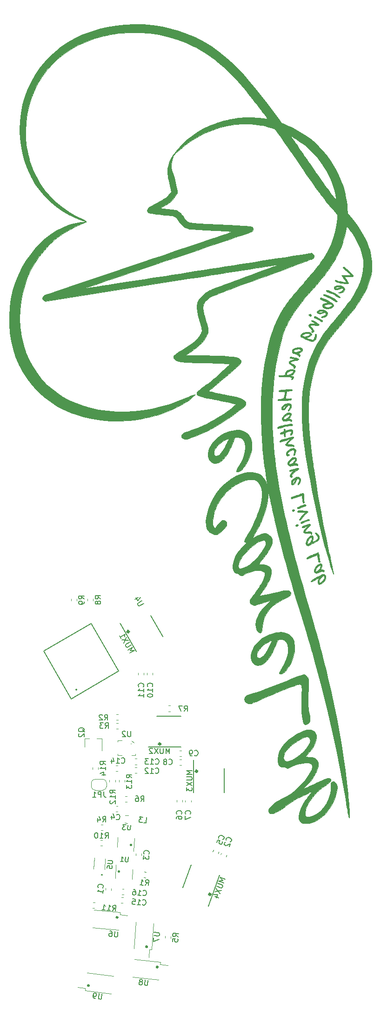
<source format=gbo>
G04 #@! TF.GenerationSoftware,KiCad,Pcbnew,(5.0.0)*
G04 #@! TF.CreationDate,2019-11-18T10:46:29+01:00*
G04 #@! TF.ProjectId,Insole_PCB,496E736F6C655F5043422E6B69636164,rev?*
G04 #@! TF.SameCoordinates,Original*
G04 #@! TF.FileFunction,Legend,Bot*
G04 #@! TF.FilePolarity,Positive*
%FSLAX46Y46*%
G04 Gerber Fmt 4.6, Leading zero omitted, Abs format (unit mm)*
G04 Created by KiCad (PCBNEW (5.0.0)) date 11/18/19 10:46:29*
%MOMM*%
%LPD*%
G01*
G04 APERTURE LIST*
%ADD10C,0.200000*%
%ADD11C,0.100000*%
%ADD12C,0.120000*%
%ADD13C,0.400000*%
%ADD14C,0.150000*%
%ADD15C,0.300000*%
%ADD16C,0.010000*%
G04 APERTURE END LIST*
D10*
G04 #@! TO.C,U2*
X196549453Y-166460707D02*
G75*
G03X196549453Y-166460707I0J0D01*
G01*
D11*
X194149453Y-165860707D02*
X194149453Y-166080707D01*
X194869453Y-165860707D02*
X194149453Y-165860707D01*
X194149453Y-168560707D02*
X194869453Y-168560707D01*
X194149453Y-168340707D02*
X194149453Y-168560707D01*
X197349453Y-168560707D02*
X197349453Y-168340707D01*
X197349453Y-168560707D02*
X196629453Y-168560707D01*
X197049453Y-166260707D02*
X196699453Y-165910707D01*
D12*
G04 #@! TO.C,C1*
X192969566Y-192783900D02*
X192946856Y-193108665D01*
X191952050Y-192712749D02*
X191929340Y-193037514D01*
G04 #@! TO.C,C2*
X213934370Y-186682175D02*
X213823023Y-186988099D01*
X212975883Y-186333315D02*
X212864536Y-186639239D01*
G04 #@! TO.C,C3*
X197442848Y-186730151D02*
X197459886Y-186405039D01*
X198461450Y-186783533D02*
X198478488Y-186458421D01*
G04 #@! TO.C,C4*
X194090678Y-178825887D02*
X193765913Y-178803177D01*
X194161829Y-177808371D02*
X193837064Y-177785661D01*
G04 #@! TO.C,C5*
X212484370Y-186132175D02*
X212373023Y-186438099D01*
X211525883Y-185783315D02*
X211414536Y-186089239D01*
G04 #@! TO.C,C6*
X204839453Y-177060986D02*
X204839453Y-176735428D01*
X205859453Y-177060986D02*
X205859453Y-176735428D01*
G04 #@! TO.C,C7*
X206439453Y-177073486D02*
X206439453Y-176747928D01*
X207459453Y-177073486D02*
X207459453Y-176747928D01*
G04 #@! TO.C,C8*
X205399174Y-169300707D02*
X205724732Y-169300707D01*
X205399174Y-170320707D02*
X205724732Y-170320707D01*
G04 #@! TO.C,C9*
X205399174Y-167700707D02*
X205724732Y-167700707D01*
X205399174Y-168720707D02*
X205724732Y-168720707D01*
G04 #@! TO.C,C10*
X199464453Y-153935986D02*
X199464453Y-153610428D01*
X200484453Y-153935986D02*
X200484453Y-153610428D01*
G04 #@! TO.C,C11*
X197839453Y-153948486D02*
X197839453Y-153622928D01*
X198859453Y-153948486D02*
X198859453Y-153622928D01*
G04 #@! TO.C,C12*
X197599732Y-171820707D02*
X197274174Y-171820707D01*
X197599732Y-170800707D02*
X197274174Y-170800707D01*
G04 #@! TO.C,C13*
X197599732Y-170220707D02*
X197274174Y-170220707D01*
X197599732Y-169200707D02*
X197274174Y-169200707D01*
G04 #@! TO.C,C14*
X193786674Y-170400707D02*
X194112232Y-170400707D01*
X193786674Y-171420707D02*
X194112232Y-171420707D01*
G04 #@! TO.C,JP1*
X191399453Y-172910707D02*
X189999453Y-172910707D01*
X189299453Y-173610707D02*
X189299453Y-174210707D01*
X189999453Y-174910707D02*
X191399453Y-174910707D01*
X192099453Y-174210707D02*
X192099453Y-173610707D01*
X192099453Y-173610707D02*
G75*
G03X191399453Y-172910707I-700000J0D01*
G01*
X191399453Y-174910707D02*
G75*
G03X192099453Y-174210707I0J700000D01*
G01*
X189299453Y-174210707D02*
G75*
G03X189999453Y-174910707I700000J0D01*
G01*
X189999453Y-172910707D02*
G75*
G03X189299453Y-173610707I0J-700000D01*
G01*
G04 #@! TO.C,L3*
X195933045Y-180908701D02*
X195411813Y-180872253D01*
X196032099Y-179492161D02*
X195510867Y-179455713D01*
D13*
G04 #@! TO.C,MUX1*
X196165709Y-146088464D02*
G75*
G03X196165709Y-146088464I-158114J0D01*
G01*
D14*
X194537082Y-144541461D02*
X197524582Y-149715963D01*
X200109372Y-143142951D02*
X202309372Y-146953463D01*
D13*
G04 #@! TO.C,MUX2*
X201907567Y-166510707D02*
G75*
G03X201907567Y-166510707I-158114J0D01*
G01*
D14*
X199674453Y-167010707D02*
X205649453Y-167010707D01*
X201249453Y-161485707D02*
X205649453Y-161485707D01*
D13*
G04 #@! TO.C,MUX3*
X208607567Y-171460707D02*
G75*
G03X208607567Y-171460707I-158114J0D01*
G01*
D14*
X207949453Y-169385707D02*
X207949453Y-175360707D01*
X213474453Y-170960707D02*
X213474453Y-175360707D01*
D13*
G04 #@! TO.C,MUX4*
X211037426Y-193844831D02*
G75*
G03X211037426Y-193844831I-158114J0D01*
G01*
D14*
X210639466Y-195965703D02*
X212683037Y-190351040D01*
X205986346Y-192596026D02*
X207491235Y-188461378D01*
D12*
G04 #@! TO.C,Q2*
X188069453Y-165550707D02*
X188069453Y-167010707D01*
X191229453Y-165550707D02*
X191229453Y-167710707D01*
X191229453Y-165550707D02*
X190299453Y-165550707D01*
X188069453Y-165550707D02*
X188999453Y-165550707D01*
G04 #@! TO.C,R1*
X198956646Y-189774594D02*
X199281411Y-189797304D01*
X198885495Y-190792110D02*
X199210260Y-190814820D01*
G04 #@! TO.C,R2*
X193874174Y-161100707D02*
X194199732Y-161100707D01*
X193874174Y-162120707D02*
X194199732Y-162120707D01*
G04 #@! TO.C,R3*
X193886674Y-162700707D02*
X194212232Y-162700707D01*
X193886674Y-163720707D02*
X194212232Y-163720707D01*
G04 #@! TO.C,R4*
X191372232Y-182168707D02*
X191046674Y-182168707D01*
X191372232Y-181148707D02*
X191046674Y-181148707D01*
G04 #@! TO.C,R5*
X202729340Y-201737514D02*
X202752050Y-201412749D01*
X203746856Y-201808665D02*
X203769566Y-201483900D01*
G04 #@! TO.C,R6*
X195474174Y-176000707D02*
X195799732Y-176000707D01*
X195474174Y-177020707D02*
X195799732Y-177020707D01*
G04 #@! TO.C,R7*
X203386674Y-159550707D02*
X203712232Y-159550707D01*
X203386674Y-160570707D02*
X203712232Y-160570707D01*
G04 #@! TO.C,R8*
X188639453Y-140460986D02*
X188639453Y-140135428D01*
X189659453Y-140460986D02*
X189659453Y-140135428D01*
G04 #@! TO.C,R9*
X185639453Y-140473486D02*
X185639453Y-140147928D01*
X186659453Y-140473486D02*
X186659453Y-140147928D01*
G04 #@! TO.C,R10*
X191021174Y-183942707D02*
X191346732Y-183942707D01*
X191021174Y-184962707D02*
X191346732Y-184962707D01*
G04 #@! TO.C,R11*
X189851666Y-196332953D02*
X189527347Y-196304579D01*
X189940565Y-195316835D02*
X189616246Y-195288461D01*
G04 #@! TO.C,R12*
X192639453Y-173360986D02*
X192639453Y-173035428D01*
X193659453Y-173360986D02*
X193659453Y-173035428D01*
G04 #@! TO.C,R13*
X195359453Y-173047928D02*
X195359453Y-173373486D01*
X194339453Y-173047928D02*
X194339453Y-173373486D01*
G04 #@! TO.C,R14*
X189539453Y-171085986D02*
X189539453Y-170760428D01*
X190559453Y-171085986D02*
X190559453Y-170760428D01*
D13*
G04 #@! TO.C,U1*
X194321689Y-189661536D02*
G75*
G03X194321689Y-189661536I0J0D01*
G01*
D12*
X193695467Y-190910474D02*
X193822643Y-188483804D01*
X196853371Y-189313557D02*
X196761259Y-191071145D01*
D13*
G04 #@! TO.C,U3*
X196527217Y-184859878D02*
G75*
G03X196527217Y-184859878I0J0D01*
G01*
D12*
X197153439Y-183610940D02*
X197026263Y-186037610D01*
X193995535Y-185207857D02*
X194087647Y-183450269D01*
D15*
G04 #@! TO.C,U4*
X186575929Y-156638014D02*
G75*
G03X186575929Y-156638014I0J0D01*
G01*
D14*
X194282241Y-153285738D02*
X185621987Y-158285738D01*
X189282241Y-144625484D02*
X194282241Y-153285738D01*
X180621987Y-149625484D02*
X189282241Y-144625484D01*
X185621987Y-158285738D02*
X180621987Y-149625484D01*
D10*
G04 #@! TO.C,U5*
X191358234Y-190304665D02*
G75*
G02X191158722Y-190290713I-99756J6976D01*
G01*
X191158721Y-190290713D02*
G75*
G02X191358235Y-190304665I99757J-6976D01*
G01*
X191158722Y-190290713D02*
X191158722Y-190290713D01*
X191358235Y-190304665D02*
X191358235Y-190304665D01*
D11*
X189871645Y-187193386D02*
X189732132Y-189188515D01*
X191866774Y-187332899D02*
X191727261Y-189328028D01*
D13*
G04 #@! TO.C,U6*
X194069584Y-198028776D02*
G75*
G03X194069584Y-198028776I-70710J0D01*
G01*
D12*
X194300000Y-200323754D02*
X189518265Y-199905407D01*
X194578898Y-197135931D02*
X189797163Y-196717584D01*
X194544036Y-197534409D02*
X195938708Y-197656427D01*
X194578898Y-197135931D02*
X194544036Y-197534409D01*
D13*
G04 #@! TO.C,U7*
X199436042Y-203351420D02*
G75*
G03X199436042Y-203351420I-70710J0D01*
G01*
D12*
X197075959Y-203692553D02*
X197410790Y-198904245D01*
X200268164Y-203915774D02*
X200602995Y-199127466D01*
X199869139Y-203887871D02*
X199771480Y-205284461D01*
X200268164Y-203915774D02*
X199869139Y-203887871D01*
D13*
G04 #@! TO.C,U8*
X201377698Y-207062872D02*
G75*
G03X201377698Y-207062872I-70710J0D01*
G01*
D12*
X201568015Y-209362756D02*
X196794310Y-208861019D01*
X201902506Y-206180285D02*
X197128801Y-205678549D01*
X201860694Y-206578094D02*
X203253025Y-206724434D01*
X201902506Y-206180285D02*
X201860694Y-206578094D01*
D13*
G04 #@! TO.C,U9*
X188855111Y-210424310D02*
G75*
G03X188855111Y-210424310I-70711J0D01*
G01*
D12*
X188563552Y-208120221D02*
X193327773Y-208705194D01*
X188173570Y-211296369D02*
X192937792Y-211881342D01*
X188222318Y-210899350D02*
X186832753Y-210728733D01*
X188173570Y-211296369D02*
X188222318Y-210899350D01*
G04 #@! TO.C,C15*
X194808228Y-194395527D02*
X195132993Y-194418237D01*
X194737077Y-195413043D02*
X195061842Y-195435753D01*
G04 #@! TO.C,C16*
X194927647Y-192825593D02*
X195252412Y-192848303D01*
X194856496Y-193843109D02*
X195181261Y-193865819D01*
D16*
G04 #@! TO.C,G\002A\002A\002A*
G36*
X175069605Y-94658447D02*
X175531734Y-96073103D01*
X176106756Y-97438278D01*
X176181839Y-97595301D01*
X176888980Y-98912678D01*
X177694634Y-100151509D01*
X178594925Y-101308380D01*
X179585975Y-102379877D01*
X180663906Y-103362587D01*
X181824843Y-104253096D01*
X183064906Y-105047994D01*
X184380219Y-105743865D01*
X185766906Y-106337297D01*
X186353835Y-106549740D01*
X187869442Y-107006473D01*
X189445413Y-107358422D01*
X191068550Y-107604331D01*
X192725651Y-107742939D01*
X194403519Y-107772989D01*
X196088954Y-107693224D01*
X197182007Y-107581926D01*
X197577682Y-107523376D01*
X198063006Y-107436285D01*
X198613323Y-107326387D01*
X199203974Y-107199420D01*
X199810301Y-107061119D01*
X200407648Y-106917219D01*
X200971356Y-106773457D01*
X201476765Y-106635568D01*
X201899222Y-106509287D01*
X202135978Y-106429571D01*
X202994659Y-106101219D01*
X203849351Y-105740260D01*
X204674368Y-105358937D01*
X205444021Y-104969498D01*
X206132622Y-104584187D01*
X206548779Y-104326015D01*
X206877161Y-104102577D01*
X207208212Y-103861139D01*
X207518207Y-103620493D01*
X207783418Y-103399433D01*
X207980116Y-103216750D01*
X208056698Y-103131715D01*
X208184511Y-102969485D01*
X207990748Y-103008510D01*
X207857933Y-103048709D01*
X207639600Y-103129299D01*
X207366054Y-103238581D01*
X207067986Y-103364692D01*
X205311026Y-104084611D01*
X203602799Y-104692875D01*
X201934445Y-105191020D01*
X200297112Y-105580583D01*
X198681941Y-105863102D01*
X197080077Y-106040115D01*
X195482664Y-106113158D01*
X193880845Y-106083769D01*
X192265764Y-105953485D01*
X192197995Y-105945883D01*
X190659347Y-105721352D01*
X189173319Y-105404106D01*
X187748846Y-104997229D01*
X186394861Y-104503801D01*
X185120298Y-103926906D01*
X183934088Y-103269625D01*
X183348721Y-102892743D01*
X182236573Y-102062569D01*
X181203969Y-101135645D01*
X180255051Y-100117414D01*
X179393966Y-99013319D01*
X178624857Y-97828809D01*
X177951868Y-96569324D01*
X177379144Y-95240312D01*
X177242328Y-94870520D01*
X177081279Y-94370327D01*
X176919502Y-93778358D01*
X176764419Y-93129571D01*
X176623451Y-92458927D01*
X176504027Y-91801387D01*
X176413569Y-91191911D01*
X176365170Y-90739877D01*
X176295331Y-89169497D01*
X176342248Y-87624049D01*
X176503542Y-86109238D01*
X176776835Y-84630771D01*
X177159753Y-83194356D01*
X177649919Y-81805699D01*
X178244954Y-80470507D01*
X178942484Y-79194487D01*
X179740130Y-77983345D01*
X180635515Y-76842790D01*
X181626265Y-75778528D01*
X182710002Y-74796265D01*
X183153733Y-74439451D01*
X183981385Y-73830855D01*
X184825734Y-73282539D01*
X185712663Y-72780105D01*
X186668062Y-72309155D01*
X187717815Y-71855285D01*
X188010492Y-71737870D01*
X188233045Y-71648461D01*
X188348914Y-71594889D01*
X188369869Y-71567196D01*
X188307682Y-71555424D01*
X188230591Y-71551681D01*
X188034405Y-71561292D01*
X187740838Y-71597199D01*
X187375586Y-71654376D01*
X186964346Y-71727799D01*
X186532815Y-71812445D01*
X186106689Y-71903288D01*
X185711666Y-71995307D01*
X185373441Y-72083476D01*
X185133648Y-72157177D01*
X184045705Y-72599096D01*
X182979929Y-73158952D01*
X181943935Y-73828513D01*
X180945336Y-74599554D01*
X179991746Y-75463844D01*
X179090780Y-76413158D01*
X178250049Y-77439266D01*
X177477170Y-78533939D01*
X176779757Y-79688950D01*
X176165420Y-80896070D01*
X175641776Y-82147072D01*
X175484334Y-82585061D01*
X175029033Y-84088015D01*
X174689801Y-85609832D01*
X174466239Y-87141969D01*
X174357951Y-88675882D01*
X174364542Y-90203029D01*
X174485612Y-91714868D01*
X174720765Y-93202855D01*
X175069605Y-94658447D01*
X175069605Y-94658447D01*
G37*
X175069605Y-94658447D02*
X175531734Y-96073103D01*
X176106756Y-97438278D01*
X176181839Y-97595301D01*
X176888980Y-98912678D01*
X177694634Y-100151509D01*
X178594925Y-101308380D01*
X179585975Y-102379877D01*
X180663906Y-103362587D01*
X181824843Y-104253096D01*
X183064906Y-105047994D01*
X184380219Y-105743865D01*
X185766906Y-106337297D01*
X186353835Y-106549740D01*
X187869442Y-107006473D01*
X189445413Y-107358422D01*
X191068550Y-107604331D01*
X192725651Y-107742939D01*
X194403519Y-107772989D01*
X196088954Y-107693224D01*
X197182007Y-107581926D01*
X197577682Y-107523376D01*
X198063006Y-107436285D01*
X198613323Y-107326387D01*
X199203974Y-107199420D01*
X199810301Y-107061119D01*
X200407648Y-106917219D01*
X200971356Y-106773457D01*
X201476765Y-106635568D01*
X201899222Y-106509287D01*
X202135978Y-106429571D01*
X202994659Y-106101219D01*
X203849351Y-105740260D01*
X204674368Y-105358937D01*
X205444021Y-104969498D01*
X206132622Y-104584187D01*
X206548779Y-104326015D01*
X206877161Y-104102577D01*
X207208212Y-103861139D01*
X207518207Y-103620493D01*
X207783418Y-103399433D01*
X207980116Y-103216750D01*
X208056698Y-103131715D01*
X208184511Y-102969485D01*
X207990748Y-103008510D01*
X207857933Y-103048709D01*
X207639600Y-103129299D01*
X207366054Y-103238581D01*
X207067986Y-103364692D01*
X205311026Y-104084611D01*
X203602799Y-104692875D01*
X201934445Y-105191020D01*
X200297112Y-105580583D01*
X198681941Y-105863102D01*
X197080077Y-106040115D01*
X195482664Y-106113158D01*
X193880845Y-106083769D01*
X192265764Y-105953485D01*
X192197995Y-105945883D01*
X190659347Y-105721352D01*
X189173319Y-105404106D01*
X187748846Y-104997229D01*
X186394861Y-104503801D01*
X185120298Y-103926906D01*
X183934088Y-103269625D01*
X183348721Y-102892743D01*
X182236573Y-102062569D01*
X181203969Y-101135645D01*
X180255051Y-100117414D01*
X179393966Y-99013319D01*
X178624857Y-97828809D01*
X177951868Y-96569324D01*
X177379144Y-95240312D01*
X177242328Y-94870520D01*
X177081279Y-94370327D01*
X176919502Y-93778358D01*
X176764419Y-93129571D01*
X176623451Y-92458927D01*
X176504027Y-91801387D01*
X176413569Y-91191911D01*
X176365170Y-90739877D01*
X176295331Y-89169497D01*
X176342248Y-87624049D01*
X176503542Y-86109238D01*
X176776835Y-84630771D01*
X177159753Y-83194356D01*
X177649919Y-81805699D01*
X178244954Y-80470507D01*
X178942484Y-79194487D01*
X179740130Y-77983345D01*
X180635515Y-76842790D01*
X181626265Y-75778528D01*
X182710002Y-74796265D01*
X183153733Y-74439451D01*
X183981385Y-73830855D01*
X184825734Y-73282539D01*
X185712663Y-72780105D01*
X186668062Y-72309155D01*
X187717815Y-71855285D01*
X188010492Y-71737870D01*
X188233045Y-71648461D01*
X188348914Y-71594889D01*
X188369869Y-71567196D01*
X188307682Y-71555424D01*
X188230591Y-71551681D01*
X188034405Y-71561292D01*
X187740838Y-71597199D01*
X187375586Y-71654376D01*
X186964346Y-71727799D01*
X186532815Y-71812445D01*
X186106689Y-71903288D01*
X185711666Y-71995307D01*
X185373441Y-72083476D01*
X185133648Y-72157177D01*
X184045705Y-72599096D01*
X182979929Y-73158952D01*
X181943935Y-73828513D01*
X180945336Y-74599554D01*
X179991746Y-75463844D01*
X179090780Y-76413158D01*
X178250049Y-77439266D01*
X177477170Y-78533939D01*
X176779757Y-79688950D01*
X176165420Y-80896070D01*
X175641776Y-82147072D01*
X175484334Y-82585061D01*
X175029033Y-84088015D01*
X174689801Y-85609832D01*
X174466239Y-87141969D01*
X174357951Y-88675882D01*
X174364542Y-90203029D01*
X174485612Y-91714868D01*
X174720765Y-93202855D01*
X175069605Y-94658447D01*
G36*
X218590687Y-151597628D02*
X218851648Y-151900684D01*
X219205284Y-152118094D01*
X219303703Y-152157174D01*
X219636981Y-152214586D01*
X220009987Y-152171795D01*
X220394437Y-152035855D01*
X220762054Y-151813822D01*
X220801328Y-151783596D01*
X221199863Y-151417700D01*
X221580103Y-150960286D01*
X221946825Y-150403635D01*
X222304806Y-149740032D01*
X222658823Y-148961759D01*
X222868177Y-148444614D01*
X223222501Y-147534324D01*
X223593995Y-147483021D01*
X223998069Y-147481356D01*
X224348361Y-147590885D01*
X224639857Y-147805542D01*
X224867545Y-148119255D01*
X225026410Y-148525957D01*
X225111439Y-149019580D01*
X225124944Y-149336094D01*
X225081579Y-149971140D01*
X224946755Y-150621428D01*
X224716256Y-151299024D01*
X224385864Y-152016000D01*
X223951360Y-152784425D01*
X223879201Y-152901257D01*
X223719188Y-153168044D01*
X223590300Y-153402724D01*
X223504932Y-153581253D01*
X223475475Y-153679584D01*
X223475975Y-153683604D01*
X223551340Y-153764347D01*
X223711773Y-153788018D01*
X223928137Y-153753100D01*
X224047813Y-153713343D01*
X224293454Y-153566986D01*
X224565144Y-153316818D01*
X224850506Y-152980075D01*
X225137164Y-152573994D01*
X225412739Y-152115812D01*
X225664857Y-151622766D01*
X225840699Y-151216437D01*
X226029522Y-150705799D01*
X226164549Y-150247789D01*
X226259838Y-149787684D01*
X226320862Y-149347393D01*
X226333323Y-149015069D01*
X226308155Y-148625589D01*
X226251758Y-148219875D01*
X226170535Y-147838851D01*
X226070886Y-147523439D01*
X226016991Y-147404708D01*
X225715396Y-146958539D01*
X225334453Y-146610990D01*
X224873633Y-146361766D01*
X224332407Y-146210574D01*
X223772701Y-146158003D01*
X223380945Y-146179908D01*
X222915791Y-146253628D01*
X222414875Y-146369329D01*
X221915833Y-146517179D01*
X221788065Y-146564492D01*
X222037252Y-147736825D01*
X222095459Y-147729248D01*
X222120665Y-147751590D01*
X222108010Y-147822981D01*
X222052635Y-147962551D01*
X221949682Y-148189428D01*
X221889329Y-148319116D01*
X221571143Y-148976549D01*
X221281441Y-149520345D01*
X221013886Y-149958998D01*
X220762141Y-150301001D01*
X220519869Y-150554850D01*
X220280732Y-150729040D01*
X220038394Y-150832064D01*
X220008600Y-150840098D01*
X219761797Y-150856113D01*
X219581366Y-150769005D01*
X219473772Y-150587635D01*
X219445481Y-150320864D01*
X219472713Y-150105700D01*
X219602650Y-149729786D01*
X219838862Y-149335952D01*
X220166450Y-148944302D01*
X220570518Y-148574941D01*
X220657460Y-148506837D01*
X220972176Y-148283513D01*
X221304173Y-148076486D01*
X221622079Y-147903263D01*
X221894518Y-147781356D01*
X222037252Y-147736825D01*
X221788065Y-146564492D01*
X221456302Y-146687346D01*
X221097739Y-146856818D01*
X220449080Y-147262193D01*
X219872253Y-147725378D01*
X219375604Y-148234531D01*
X218967479Y-148777812D01*
X218656224Y-149343380D01*
X218450189Y-149919396D01*
X218357718Y-150494016D01*
X218355309Y-150747250D01*
X218424532Y-151212095D01*
X218590687Y-151597628D01*
X218590687Y-151597628D01*
G37*
X218590687Y-151597628D02*
X218851648Y-151900684D01*
X219205284Y-152118094D01*
X219303703Y-152157174D01*
X219636981Y-152214586D01*
X220009987Y-152171795D01*
X220394437Y-152035855D01*
X220762054Y-151813822D01*
X220801328Y-151783596D01*
X221199863Y-151417700D01*
X221580103Y-150960286D01*
X221946825Y-150403635D01*
X222304806Y-149740032D01*
X222658823Y-148961759D01*
X222868177Y-148444614D01*
X223222501Y-147534324D01*
X223593995Y-147483021D01*
X223998069Y-147481356D01*
X224348361Y-147590885D01*
X224639857Y-147805542D01*
X224867545Y-148119255D01*
X225026410Y-148525957D01*
X225111439Y-149019580D01*
X225124944Y-149336094D01*
X225081579Y-149971140D01*
X224946755Y-150621428D01*
X224716256Y-151299024D01*
X224385864Y-152016000D01*
X223951360Y-152784425D01*
X223879201Y-152901257D01*
X223719188Y-153168044D01*
X223590300Y-153402724D01*
X223504932Y-153581253D01*
X223475475Y-153679584D01*
X223475975Y-153683604D01*
X223551340Y-153764347D01*
X223711773Y-153788018D01*
X223928137Y-153753100D01*
X224047813Y-153713343D01*
X224293454Y-153566986D01*
X224565144Y-153316818D01*
X224850506Y-152980075D01*
X225137164Y-152573994D01*
X225412739Y-152115812D01*
X225664857Y-151622766D01*
X225840699Y-151216437D01*
X226029522Y-150705799D01*
X226164549Y-150247789D01*
X226259838Y-149787684D01*
X226320862Y-149347393D01*
X226333323Y-149015069D01*
X226308155Y-148625589D01*
X226251758Y-148219875D01*
X226170535Y-147838851D01*
X226070886Y-147523439D01*
X226016991Y-147404708D01*
X225715396Y-146958539D01*
X225334453Y-146610990D01*
X224873633Y-146361766D01*
X224332407Y-146210574D01*
X223772701Y-146158003D01*
X223380945Y-146179908D01*
X222915791Y-146253628D01*
X222414875Y-146369329D01*
X221915833Y-146517179D01*
X221788065Y-146564492D01*
X222037252Y-147736825D01*
X222095459Y-147729248D01*
X222120665Y-147751590D01*
X222108010Y-147822981D01*
X222052635Y-147962551D01*
X221949682Y-148189428D01*
X221889329Y-148319116D01*
X221571143Y-148976549D01*
X221281441Y-149520345D01*
X221013886Y-149958998D01*
X220762141Y-150301001D01*
X220519869Y-150554850D01*
X220280732Y-150729040D01*
X220038394Y-150832064D01*
X220008600Y-150840098D01*
X219761797Y-150856113D01*
X219581366Y-150769005D01*
X219473772Y-150587635D01*
X219445481Y-150320864D01*
X219472713Y-150105700D01*
X219602650Y-149729786D01*
X219838862Y-149335952D01*
X220166450Y-148944302D01*
X220570518Y-148574941D01*
X220657460Y-148506837D01*
X220972176Y-148283513D01*
X221304173Y-148076486D01*
X221622079Y-147903263D01*
X221894518Y-147781356D01*
X222037252Y-147736825D01*
X221788065Y-146564492D01*
X221456302Y-146687346D01*
X221097739Y-146856818D01*
X220449080Y-147262193D01*
X219872253Y-147725378D01*
X219375604Y-148234531D01*
X218967479Y-148777812D01*
X218656224Y-149343380D01*
X218450189Y-149919396D01*
X218357718Y-150494016D01*
X218355309Y-150747250D01*
X218424532Y-151212095D01*
X218590687Y-151597628D01*
G36*
X210686412Y-114684570D02*
X210731857Y-114779074D01*
X210891888Y-114992723D01*
X211127022Y-115199716D01*
X211390820Y-115365230D01*
X211631219Y-115453410D01*
X211917688Y-115461912D01*
X212253271Y-115402572D01*
X212588351Y-115287421D01*
X212819440Y-115165312D01*
X213217996Y-114846548D01*
X213615377Y-114407450D01*
X214007418Y-113854655D01*
X214389949Y-113194793D01*
X214758806Y-112434498D01*
X215109823Y-111580403D01*
X215166660Y-111428421D01*
X215275713Y-111139982D01*
X215357842Y-110949392D01*
X215427142Y-110834304D01*
X215497711Y-110772375D01*
X215583646Y-110741260D01*
X215602877Y-110736988D01*
X216016861Y-110710394D01*
X216409081Y-110808842D01*
X216636715Y-110930305D01*
X216920145Y-111172667D01*
X217123775Y-111485130D01*
X217251462Y-111878191D01*
X217307065Y-112362348D01*
X217305623Y-112750070D01*
X217241376Y-113382283D01*
X217096683Y-114011107D01*
X216864978Y-114654950D01*
X216539694Y-115332214D01*
X216137162Y-116024702D01*
X215919761Y-116381313D01*
X215773863Y-116645569D01*
X215698106Y-116829133D01*
X215691129Y-116943667D01*
X215751568Y-117000832D01*
X215878060Y-117012291D01*
X216023600Y-116996725D01*
X216261000Y-116936895D01*
X216481888Y-116821696D01*
X216701596Y-116637277D01*
X216935450Y-116369785D01*
X217198781Y-116005371D01*
X217316158Y-115828817D01*
X217738868Y-115105514D01*
X218072739Y-114372497D01*
X218315660Y-113642379D01*
X218465519Y-112927774D01*
X218520208Y-112241294D01*
X218477617Y-111595553D01*
X218335633Y-111003163D01*
X218183879Y-110642447D01*
X217902163Y-110223408D01*
X217527075Y-109879907D01*
X217073634Y-109621291D01*
X216556855Y-109456906D01*
X216195990Y-109405162D01*
X215841711Y-109407142D01*
X215408197Y-109455722D01*
X214930909Y-109542988D01*
X214445316Y-109661020D01*
X214047591Y-109783244D01*
X214299280Y-110967349D01*
X214336347Y-110990455D01*
X214312981Y-111062272D01*
X214241156Y-111227220D01*
X214130129Y-111465303D01*
X213989162Y-111756529D01*
X213876373Y-111983799D01*
X213562632Y-112585667D01*
X213279316Y-113075016D01*
X213019386Y-113460668D01*
X212775808Y-113751453D01*
X212541541Y-113956195D01*
X212309550Y-114083725D01*
X212167574Y-114127059D01*
X211946975Y-114118632D01*
X211766195Y-114007100D01*
X211652326Y-113815722D01*
X211627099Y-113663087D01*
X211677808Y-113253091D01*
X211850585Y-112838368D01*
X212146984Y-112415955D01*
X212452074Y-112091616D01*
X212653904Y-111916128D01*
X212902597Y-111728094D01*
X213178874Y-111538781D01*
X213463457Y-111359455D01*
X213737068Y-111201383D01*
X213980427Y-111075830D01*
X214174257Y-110994064D01*
X214299280Y-110967349D01*
X214047591Y-109783244D01*
X213986882Y-109801901D01*
X213591073Y-109957716D01*
X213479108Y-110011643D01*
X212803325Y-110398716D01*
X212229870Y-110822837D01*
X211735055Y-111305257D01*
X211295191Y-111867226D01*
X211128497Y-112120368D01*
X210826370Y-112680666D01*
X210629447Y-113228312D01*
X210539377Y-113752230D01*
X210557815Y-114241341D01*
X210686412Y-114684570D01*
X210686412Y-114684570D01*
G37*
X210686412Y-114684570D02*
X210731857Y-114779074D01*
X210891888Y-114992723D01*
X211127022Y-115199716D01*
X211390820Y-115365230D01*
X211631219Y-115453410D01*
X211917688Y-115461912D01*
X212253271Y-115402572D01*
X212588351Y-115287421D01*
X212819440Y-115165312D01*
X213217996Y-114846548D01*
X213615377Y-114407450D01*
X214007418Y-113854655D01*
X214389949Y-113194793D01*
X214758806Y-112434498D01*
X215109823Y-111580403D01*
X215166660Y-111428421D01*
X215275713Y-111139982D01*
X215357842Y-110949392D01*
X215427142Y-110834304D01*
X215497711Y-110772375D01*
X215583646Y-110741260D01*
X215602877Y-110736988D01*
X216016861Y-110710394D01*
X216409081Y-110808842D01*
X216636715Y-110930305D01*
X216920145Y-111172667D01*
X217123775Y-111485130D01*
X217251462Y-111878191D01*
X217307065Y-112362348D01*
X217305623Y-112750070D01*
X217241376Y-113382283D01*
X217096683Y-114011107D01*
X216864978Y-114654950D01*
X216539694Y-115332214D01*
X216137162Y-116024702D01*
X215919761Y-116381313D01*
X215773863Y-116645569D01*
X215698106Y-116829133D01*
X215691129Y-116943667D01*
X215751568Y-117000832D01*
X215878060Y-117012291D01*
X216023600Y-116996725D01*
X216261000Y-116936895D01*
X216481888Y-116821696D01*
X216701596Y-116637277D01*
X216935450Y-116369785D01*
X217198781Y-116005371D01*
X217316158Y-115828817D01*
X217738868Y-115105514D01*
X218072739Y-114372497D01*
X218315660Y-113642379D01*
X218465519Y-112927774D01*
X218520208Y-112241294D01*
X218477617Y-111595553D01*
X218335633Y-111003163D01*
X218183879Y-110642447D01*
X217902163Y-110223408D01*
X217527075Y-109879907D01*
X217073634Y-109621291D01*
X216556855Y-109456906D01*
X216195990Y-109405162D01*
X215841711Y-109407142D01*
X215408197Y-109455722D01*
X214930909Y-109542988D01*
X214445316Y-109661020D01*
X214047591Y-109783244D01*
X214299280Y-110967349D01*
X214336347Y-110990455D01*
X214312981Y-111062272D01*
X214241156Y-111227220D01*
X214130129Y-111465303D01*
X213989162Y-111756529D01*
X213876373Y-111983799D01*
X213562632Y-112585667D01*
X213279316Y-113075016D01*
X213019386Y-113460668D01*
X212775808Y-113751453D01*
X212541541Y-113956195D01*
X212309550Y-114083725D01*
X212167574Y-114127059D01*
X211946975Y-114118632D01*
X211766195Y-114007100D01*
X211652326Y-113815722D01*
X211627099Y-113663087D01*
X211677808Y-113253091D01*
X211850585Y-112838368D01*
X212146984Y-112415955D01*
X212452074Y-112091616D01*
X212653904Y-111916128D01*
X212902597Y-111728094D01*
X213178874Y-111538781D01*
X213463457Y-111359455D01*
X213737068Y-111201383D01*
X213980427Y-111075830D01*
X214174257Y-110994064D01*
X214299280Y-110967349D01*
X214047591Y-109783244D01*
X213986882Y-109801901D01*
X213591073Y-109957716D01*
X213479108Y-110011643D01*
X212803325Y-110398716D01*
X212229870Y-110822837D01*
X211735055Y-111305257D01*
X211295191Y-111867226D01*
X211128497Y-112120368D01*
X210826370Y-112680666D01*
X210629447Y-113228312D01*
X210539377Y-113752230D01*
X210557815Y-114241341D01*
X210686412Y-114684570D01*
G36*
X217236294Y-158714210D02*
X217385278Y-158919684D01*
X217621508Y-159077128D01*
X217909627Y-159171639D01*
X218214276Y-159188314D01*
X218322629Y-159172089D01*
X218415346Y-159139399D01*
X218608706Y-159061528D01*
X218887350Y-158944994D01*
X219235922Y-158796320D01*
X219639064Y-158622026D01*
X220081419Y-158428633D01*
X220293593Y-158335164D01*
X220845765Y-158094828D01*
X221480050Y-157824594D01*
X222159846Y-157539682D01*
X222848552Y-157255317D01*
X223509564Y-156986719D01*
X224106281Y-156749109D01*
X224125928Y-156741393D01*
X224809967Y-156473265D01*
X225386112Y-156248901D01*
X225864565Y-156065352D01*
X226255527Y-155919668D01*
X226569201Y-155808898D01*
X226815788Y-155730091D01*
X227005491Y-155680300D01*
X227148511Y-155656573D01*
X227255049Y-155655959D01*
X227335309Y-155675510D01*
X227399491Y-155712274D01*
X227457799Y-155763303D01*
X227469283Y-155774595D01*
X227529689Y-155860153D01*
X227574028Y-155989577D01*
X227602971Y-156176302D01*
X227617194Y-156433766D01*
X227617369Y-156775405D01*
X227604168Y-157214657D01*
X227578265Y-157764957D01*
X227573485Y-157854945D01*
X227543084Y-158632279D01*
X227535441Y-159386357D01*
X227549439Y-160103852D01*
X227583965Y-160771439D01*
X227637904Y-161375792D01*
X227710141Y-161903586D01*
X227799562Y-162341494D01*
X227905051Y-162676191D01*
X227991054Y-162846901D01*
X228124539Y-162947738D01*
X228316754Y-162968045D01*
X228535347Y-162915796D01*
X228747960Y-162798962D01*
X228922239Y-162625516D01*
X228929190Y-162615754D01*
X229011435Y-162486913D01*
X229068886Y-162358532D01*
X229101743Y-162211418D01*
X229110209Y-162026376D01*
X229094483Y-161784209D01*
X229054768Y-161465726D01*
X228991264Y-161051730D01*
X228948351Y-160788960D01*
X228877043Y-160347338D01*
X228822019Y-159972595D01*
X228782146Y-159639719D01*
X228756294Y-159323707D01*
X228743333Y-158999548D01*
X228742129Y-158642236D01*
X228751555Y-158226763D01*
X228770476Y-157728123D01*
X228790039Y-157288444D01*
X228818009Y-156658311D01*
X228838086Y-156140629D01*
X228849739Y-155721064D01*
X228852433Y-155385280D01*
X228845637Y-155118942D01*
X228828818Y-154907716D01*
X228801442Y-154737266D01*
X228762979Y-154593257D01*
X228712893Y-154461355D01*
X228682457Y-154393602D01*
X228497886Y-154139295D01*
X228298590Y-153995770D01*
X228030148Y-153845229D01*
X227443669Y-154006294D01*
X227209660Y-154079777D01*
X226886050Y-154194429D01*
X226499424Y-154340143D01*
X226076366Y-154506807D01*
X225643462Y-154684315D01*
X225487898Y-154749959D01*
X224915155Y-154989567D01*
X224286329Y-155245444D01*
X223618409Y-155511207D01*
X222928381Y-155780476D01*
X222233233Y-156046871D01*
X221549955Y-156304009D01*
X220895534Y-156545509D01*
X220286959Y-156764993D01*
X219741216Y-156956075D01*
X219275296Y-157112378D01*
X218906184Y-157227519D01*
X218844778Y-157245244D01*
X218394927Y-157376149D01*
X218050333Y-157485746D01*
X217792644Y-157581886D01*
X217603509Y-157672416D01*
X217464577Y-157765187D01*
X217357496Y-157868050D01*
X217339401Y-157889186D01*
X217219970Y-158119916D01*
X217178504Y-158400711D01*
X217221903Y-158676387D01*
X217236294Y-158714210D01*
X217236294Y-158714210D01*
G37*
X217236294Y-158714210D02*
X217385278Y-158919684D01*
X217621508Y-159077128D01*
X217909627Y-159171639D01*
X218214276Y-159188314D01*
X218322629Y-159172089D01*
X218415346Y-159139399D01*
X218608706Y-159061528D01*
X218887350Y-158944994D01*
X219235922Y-158796320D01*
X219639064Y-158622026D01*
X220081419Y-158428633D01*
X220293593Y-158335164D01*
X220845765Y-158094828D01*
X221480050Y-157824594D01*
X222159846Y-157539682D01*
X222848552Y-157255317D01*
X223509564Y-156986719D01*
X224106281Y-156749109D01*
X224125928Y-156741393D01*
X224809967Y-156473265D01*
X225386112Y-156248901D01*
X225864565Y-156065352D01*
X226255527Y-155919668D01*
X226569201Y-155808898D01*
X226815788Y-155730091D01*
X227005491Y-155680300D01*
X227148511Y-155656573D01*
X227255049Y-155655959D01*
X227335309Y-155675510D01*
X227399491Y-155712274D01*
X227457799Y-155763303D01*
X227469283Y-155774595D01*
X227529689Y-155860153D01*
X227574028Y-155989577D01*
X227602971Y-156176302D01*
X227617194Y-156433766D01*
X227617369Y-156775405D01*
X227604168Y-157214657D01*
X227578265Y-157764957D01*
X227573485Y-157854945D01*
X227543084Y-158632279D01*
X227535441Y-159386357D01*
X227549439Y-160103852D01*
X227583965Y-160771439D01*
X227637904Y-161375792D01*
X227710141Y-161903586D01*
X227799562Y-162341494D01*
X227905051Y-162676191D01*
X227991054Y-162846901D01*
X228124539Y-162947738D01*
X228316754Y-162968045D01*
X228535347Y-162915796D01*
X228747960Y-162798962D01*
X228922239Y-162625516D01*
X228929190Y-162615754D01*
X229011435Y-162486913D01*
X229068886Y-162358532D01*
X229101743Y-162211418D01*
X229110209Y-162026376D01*
X229094483Y-161784209D01*
X229054768Y-161465726D01*
X228991264Y-161051730D01*
X228948351Y-160788960D01*
X228877043Y-160347338D01*
X228822019Y-159972595D01*
X228782146Y-159639719D01*
X228756294Y-159323707D01*
X228743333Y-158999548D01*
X228742129Y-158642236D01*
X228751555Y-158226763D01*
X228770476Y-157728123D01*
X228790039Y-157288444D01*
X228818009Y-156658311D01*
X228838086Y-156140629D01*
X228849739Y-155721064D01*
X228852433Y-155385280D01*
X228845637Y-155118942D01*
X228828818Y-154907716D01*
X228801442Y-154737266D01*
X228762979Y-154593257D01*
X228712893Y-154461355D01*
X228682457Y-154393602D01*
X228497886Y-154139295D01*
X228298590Y-153995770D01*
X228030148Y-153845229D01*
X227443669Y-154006294D01*
X227209660Y-154079777D01*
X226886050Y-154194429D01*
X226499424Y-154340143D01*
X226076366Y-154506807D01*
X225643462Y-154684315D01*
X225487898Y-154749959D01*
X224915155Y-154989567D01*
X224286329Y-155245444D01*
X223618409Y-155511207D01*
X222928381Y-155780476D01*
X222233233Y-156046871D01*
X221549955Y-156304009D01*
X220895534Y-156545509D01*
X220286959Y-156764993D01*
X219741216Y-156956075D01*
X219275296Y-157112378D01*
X218906184Y-157227519D01*
X218844778Y-157245244D01*
X218394927Y-157376149D01*
X218050333Y-157485746D01*
X217792644Y-157581886D01*
X217603509Y-157672416D01*
X217464577Y-157765187D01*
X217357496Y-157868050D01*
X217339401Y-157889186D01*
X217219970Y-158119916D01*
X217178504Y-158400711D01*
X217221903Y-158676387D01*
X217236294Y-158714210D01*
G36*
X221620200Y-178874838D02*
X221752626Y-179037946D01*
X221925615Y-179134568D01*
X222145045Y-179162283D01*
X222416793Y-179118676D01*
X222746736Y-179001326D01*
X223140753Y-178807817D01*
X223604720Y-178535728D01*
X224144516Y-178182642D01*
X224766018Y-177746140D01*
X225281653Y-177368253D01*
X225767884Y-177016047D01*
X226192340Y-176730487D01*
X226586262Y-176491748D01*
X226980891Y-176280004D01*
X227054943Y-176242964D01*
X227398835Y-176075409D01*
X227769313Y-175899567D01*
X228145748Y-175724729D01*
X228507514Y-175560191D01*
X228833981Y-175415246D01*
X229104524Y-175299190D01*
X229298512Y-175221317D01*
X229386795Y-175192299D01*
X229394697Y-175224702D01*
X229328979Y-175329377D01*
X229203094Y-175486144D01*
X229152185Y-175544145D01*
X228981846Y-175748823D01*
X228771069Y-176023214D01*
X228547791Y-176330006D01*
X228357413Y-176605710D01*
X227916447Y-177311501D01*
X227564774Y-177976120D01*
X227303983Y-178593670D01*
X227135665Y-179158261D01*
X227061409Y-179664000D01*
X227082804Y-180104994D01*
X227201442Y-180475349D01*
X227278471Y-180605280D01*
X227468522Y-180775897D01*
X227753375Y-180895318D01*
X228110466Y-180960860D01*
X228517225Y-180969835D01*
X228951086Y-180919558D01*
X229275298Y-180842927D01*
X230009853Y-180563890D01*
X230715568Y-180164871D01*
X231386107Y-179650874D01*
X232015135Y-179026908D01*
X232596317Y-178297977D01*
X232718897Y-178121409D01*
X233216073Y-177308731D01*
X233593878Y-176512746D01*
X233856817Y-175722164D01*
X234009399Y-174925694D01*
X234015668Y-174872893D01*
X234049957Y-174490758D01*
X234049142Y-174201730D01*
X234008197Y-173975531D01*
X233922097Y-173781881D01*
X233807295Y-173617261D01*
X233614791Y-173429609D01*
X233411111Y-173322840D01*
X233224165Y-173307389D01*
X233115643Y-173358629D01*
X232938170Y-173587326D01*
X232864056Y-173873918D01*
X232882348Y-174117228D01*
X232915986Y-174488394D01*
X232885144Y-174939895D01*
X232795926Y-175446489D01*
X232654437Y-175982933D01*
X232466782Y-176523986D01*
X232239065Y-177044406D01*
X232117731Y-177278724D01*
X231753319Y-177848808D01*
X231317813Y-178370887D01*
X230829072Y-178830841D01*
X230304950Y-179214557D01*
X229763303Y-179507918D01*
X229221986Y-179696809D01*
X229003174Y-179740953D01*
X228686946Y-179772044D01*
X228468809Y-179742540D01*
X228330051Y-179641699D01*
X228251959Y-179458784D01*
X228225266Y-179294531D01*
X228235895Y-178889916D01*
X228340814Y-178427681D01*
X228529879Y-177922478D01*
X228792951Y-177388960D01*
X229119890Y-176841782D01*
X229500554Y-176295596D01*
X229924802Y-175765054D01*
X230382493Y-175264811D01*
X230863486Y-174809520D01*
X231357642Y-174413833D01*
X231806216Y-174120227D01*
X232258530Y-173835488D01*
X232588892Y-173576847D01*
X232799176Y-173342182D01*
X232891253Y-173129366D01*
X232866998Y-172936279D01*
X232861241Y-172923953D01*
X232753527Y-172793007D01*
X232585927Y-172729876D01*
X232350280Y-172735973D01*
X232038425Y-172812708D01*
X231642201Y-172961493D01*
X231153446Y-173183738D01*
X231040758Y-173238659D01*
X230705246Y-173400635D01*
X230305398Y-173588730D01*
X229867083Y-173791247D01*
X229416171Y-173996490D01*
X228978531Y-174192761D01*
X228580035Y-174368361D01*
X228246552Y-174511595D01*
X228020208Y-174604414D01*
X227780546Y-174698565D01*
X228103665Y-174394267D01*
X228639308Y-173853479D01*
X229132527Y-173284139D01*
X229573294Y-172701982D01*
X229951576Y-172122744D01*
X230257342Y-171562162D01*
X230480562Y-171035970D01*
X230611205Y-170559905D01*
X230630752Y-170430003D01*
X230652108Y-170215804D01*
X230648945Y-170060699D01*
X230612435Y-169912540D01*
X230533752Y-169719182D01*
X230496095Y-169634482D01*
X230367335Y-169395552D01*
X230209632Y-169210099D01*
X230006383Y-169071696D01*
X229740985Y-168973911D01*
X229396833Y-168910317D01*
X228957324Y-168874483D01*
X228498926Y-168861082D01*
X228371284Y-168842712D01*
X228324245Y-168802815D01*
X228367280Y-168736260D01*
X228478268Y-168594765D01*
X228640902Y-168398413D01*
X228838875Y-168167285D01*
X228860617Y-168142311D01*
X229358675Y-167525497D01*
X229753673Y-166937854D01*
X230044558Y-166383867D01*
X230230274Y-165868017D01*
X230309766Y-165394788D01*
X230281980Y-164968664D01*
X230145860Y-164594127D01*
X229900351Y-164275662D01*
X229792588Y-164181602D01*
X229509804Y-164001973D01*
X229202369Y-163899336D01*
X228859633Y-163875499D01*
X228470949Y-163932273D01*
X228227769Y-164008290D01*
X228479200Y-165191183D01*
X228670809Y-165177106D01*
X228875195Y-165241132D01*
X229027743Y-165400570D01*
X229119650Y-165631346D01*
X229142107Y-165909385D01*
X229086312Y-166210612D01*
X229068066Y-166263325D01*
X228851584Y-166712990D01*
X228533273Y-167189313D01*
X228130184Y-167674266D01*
X227659365Y-168149822D01*
X227137869Y-168597954D01*
X226582746Y-169000634D01*
X226326052Y-169162484D01*
X226111128Y-169275820D01*
X225831508Y-169402249D01*
X225543555Y-169516479D01*
X225511236Y-169528123D01*
X225253339Y-169616072D01*
X225078602Y-169662265D01*
X224952288Y-169672153D01*
X224839656Y-169651181D01*
X224802218Y-169639309D01*
X224532635Y-169492144D01*
X224359172Y-169271104D01*
X224283573Y-168987301D01*
X224307585Y-168651848D01*
X224432954Y-168275853D01*
X224551780Y-168045334D01*
X224784024Y-167710365D01*
X225097746Y-167354507D01*
X225475767Y-166989724D01*
X225900907Y-166627977D01*
X226355987Y-166281230D01*
X226823827Y-165961446D01*
X227287248Y-165680586D01*
X227729071Y-165450613D01*
X228132115Y-165283492D01*
X228479200Y-165191183D01*
X228227769Y-164008290D01*
X228025664Y-164071468D01*
X227513128Y-164294894D01*
X226922691Y-164604360D01*
X226758326Y-164697292D01*
X225894197Y-165235158D01*
X225131200Y-165803691D01*
X224699681Y-166177873D01*
X224227275Y-166688189D01*
X223835776Y-167268174D01*
X223534220Y-167896335D01*
X223331644Y-168551187D01*
X223237083Y-169211238D01*
X223239052Y-169651538D01*
X223299485Y-170050299D01*
X223423984Y-170344365D01*
X223621207Y-170543320D01*
X223899809Y-170656743D01*
X224179123Y-170692000D01*
X224439398Y-170724089D01*
X224700156Y-170787544D01*
X224793964Y-170821294D01*
X225066426Y-170935390D01*
X225664499Y-170620609D01*
X225904635Y-170497279D01*
X226109087Y-170402968D01*
X226309043Y-170327438D01*
X226535698Y-170260453D01*
X226820241Y-170191776D01*
X227193863Y-170111171D01*
X227257081Y-170097928D01*
X227797968Y-169994733D01*
X228236308Y-169935040D01*
X228588855Y-169918808D01*
X228872366Y-169946000D01*
X229103595Y-170016576D01*
X229245717Y-170093324D01*
X229436555Y-170274435D01*
X229527538Y-170509144D01*
X229518494Y-170803471D01*
X229409249Y-171163434D01*
X229203152Y-171588691D01*
X228762551Y-172294309D01*
X228203744Y-173030207D01*
X227530633Y-173791761D01*
X226747124Y-174574342D01*
X226455977Y-174844659D01*
X226136399Y-175133741D01*
X225883085Y-175354047D01*
X225670135Y-175524179D01*
X225471649Y-175662738D01*
X225261726Y-175788326D01*
X225014466Y-175919544D01*
X224830071Y-176012375D01*
X223990524Y-176448433D01*
X223274987Y-176858240D01*
X222683252Y-177241978D01*
X222215112Y-177599834D01*
X221870358Y-177931993D01*
X221648783Y-178238640D01*
X221550179Y-178519960D01*
X221574340Y-178776139D01*
X221620200Y-178874838D01*
X221620200Y-178874838D01*
G37*
X221620200Y-178874838D02*
X221752626Y-179037946D01*
X221925615Y-179134568D01*
X222145045Y-179162283D01*
X222416793Y-179118676D01*
X222746736Y-179001326D01*
X223140753Y-178807817D01*
X223604720Y-178535728D01*
X224144516Y-178182642D01*
X224766018Y-177746140D01*
X225281653Y-177368253D01*
X225767884Y-177016047D01*
X226192340Y-176730487D01*
X226586262Y-176491748D01*
X226980891Y-176280004D01*
X227054943Y-176242964D01*
X227398835Y-176075409D01*
X227769313Y-175899567D01*
X228145748Y-175724729D01*
X228507514Y-175560191D01*
X228833981Y-175415246D01*
X229104524Y-175299190D01*
X229298512Y-175221317D01*
X229386795Y-175192299D01*
X229394697Y-175224702D01*
X229328979Y-175329377D01*
X229203094Y-175486144D01*
X229152185Y-175544145D01*
X228981846Y-175748823D01*
X228771069Y-176023214D01*
X228547791Y-176330006D01*
X228357413Y-176605710D01*
X227916447Y-177311501D01*
X227564774Y-177976120D01*
X227303983Y-178593670D01*
X227135665Y-179158261D01*
X227061409Y-179664000D01*
X227082804Y-180104994D01*
X227201442Y-180475349D01*
X227278471Y-180605280D01*
X227468522Y-180775897D01*
X227753375Y-180895318D01*
X228110466Y-180960860D01*
X228517225Y-180969835D01*
X228951086Y-180919558D01*
X229275298Y-180842927D01*
X230009853Y-180563890D01*
X230715568Y-180164871D01*
X231386107Y-179650874D01*
X232015135Y-179026908D01*
X232596317Y-178297977D01*
X232718897Y-178121409D01*
X233216073Y-177308731D01*
X233593878Y-176512746D01*
X233856817Y-175722164D01*
X234009399Y-174925694D01*
X234015668Y-174872893D01*
X234049957Y-174490758D01*
X234049142Y-174201730D01*
X234008197Y-173975531D01*
X233922097Y-173781881D01*
X233807295Y-173617261D01*
X233614791Y-173429609D01*
X233411111Y-173322840D01*
X233224165Y-173307389D01*
X233115643Y-173358629D01*
X232938170Y-173587326D01*
X232864056Y-173873918D01*
X232882348Y-174117228D01*
X232915986Y-174488394D01*
X232885144Y-174939895D01*
X232795926Y-175446489D01*
X232654437Y-175982933D01*
X232466782Y-176523986D01*
X232239065Y-177044406D01*
X232117731Y-177278724D01*
X231753319Y-177848808D01*
X231317813Y-178370887D01*
X230829072Y-178830841D01*
X230304950Y-179214557D01*
X229763303Y-179507918D01*
X229221986Y-179696809D01*
X229003174Y-179740953D01*
X228686946Y-179772044D01*
X228468809Y-179742540D01*
X228330051Y-179641699D01*
X228251959Y-179458784D01*
X228225266Y-179294531D01*
X228235895Y-178889916D01*
X228340814Y-178427681D01*
X228529879Y-177922478D01*
X228792951Y-177388960D01*
X229119890Y-176841782D01*
X229500554Y-176295596D01*
X229924802Y-175765054D01*
X230382493Y-175264811D01*
X230863486Y-174809520D01*
X231357642Y-174413833D01*
X231806216Y-174120227D01*
X232258530Y-173835488D01*
X232588892Y-173576847D01*
X232799176Y-173342182D01*
X232891253Y-173129366D01*
X232866998Y-172936279D01*
X232861241Y-172923953D01*
X232753527Y-172793007D01*
X232585927Y-172729876D01*
X232350280Y-172735973D01*
X232038425Y-172812708D01*
X231642201Y-172961493D01*
X231153446Y-173183738D01*
X231040758Y-173238659D01*
X230705246Y-173400635D01*
X230305398Y-173588730D01*
X229867083Y-173791247D01*
X229416171Y-173996490D01*
X228978531Y-174192761D01*
X228580035Y-174368361D01*
X228246552Y-174511595D01*
X228020208Y-174604414D01*
X227780546Y-174698565D01*
X228103665Y-174394267D01*
X228639308Y-173853479D01*
X229132527Y-173284139D01*
X229573294Y-172701982D01*
X229951576Y-172122744D01*
X230257342Y-171562162D01*
X230480562Y-171035970D01*
X230611205Y-170559905D01*
X230630752Y-170430003D01*
X230652108Y-170215804D01*
X230648945Y-170060699D01*
X230612435Y-169912540D01*
X230533752Y-169719182D01*
X230496095Y-169634482D01*
X230367335Y-169395552D01*
X230209632Y-169210099D01*
X230006383Y-169071696D01*
X229740985Y-168973911D01*
X229396833Y-168910317D01*
X228957324Y-168874483D01*
X228498926Y-168861082D01*
X228371284Y-168842712D01*
X228324245Y-168802815D01*
X228367280Y-168736260D01*
X228478268Y-168594765D01*
X228640902Y-168398413D01*
X228838875Y-168167285D01*
X228860617Y-168142311D01*
X229358675Y-167525497D01*
X229753673Y-166937854D01*
X230044558Y-166383867D01*
X230230274Y-165868017D01*
X230309766Y-165394788D01*
X230281980Y-164968664D01*
X230145860Y-164594127D01*
X229900351Y-164275662D01*
X229792588Y-164181602D01*
X229509804Y-164001973D01*
X229202369Y-163899336D01*
X228859633Y-163875499D01*
X228470949Y-163932273D01*
X228227769Y-164008290D01*
X228479200Y-165191183D01*
X228670809Y-165177106D01*
X228875195Y-165241132D01*
X229027743Y-165400570D01*
X229119650Y-165631346D01*
X229142107Y-165909385D01*
X229086312Y-166210612D01*
X229068066Y-166263325D01*
X228851584Y-166712990D01*
X228533273Y-167189313D01*
X228130184Y-167674266D01*
X227659365Y-168149822D01*
X227137869Y-168597954D01*
X226582746Y-169000634D01*
X226326052Y-169162484D01*
X226111128Y-169275820D01*
X225831508Y-169402249D01*
X225543555Y-169516479D01*
X225511236Y-169528123D01*
X225253339Y-169616072D01*
X225078602Y-169662265D01*
X224952288Y-169672153D01*
X224839656Y-169651181D01*
X224802218Y-169639309D01*
X224532635Y-169492144D01*
X224359172Y-169271104D01*
X224283573Y-168987301D01*
X224307585Y-168651848D01*
X224432954Y-168275853D01*
X224551780Y-168045334D01*
X224784024Y-167710365D01*
X225097746Y-167354507D01*
X225475767Y-166989724D01*
X225900907Y-166627977D01*
X226355987Y-166281230D01*
X226823827Y-165961446D01*
X227287248Y-165680586D01*
X227729071Y-165450613D01*
X228132115Y-165283492D01*
X228479200Y-165191183D01*
X228227769Y-164008290D01*
X228025664Y-164071468D01*
X227513128Y-164294894D01*
X226922691Y-164604360D01*
X226758326Y-164697292D01*
X225894197Y-165235158D01*
X225131200Y-165803691D01*
X224699681Y-166177873D01*
X224227275Y-166688189D01*
X223835776Y-167268174D01*
X223534220Y-167896335D01*
X223331644Y-168551187D01*
X223237083Y-169211238D01*
X223239052Y-169651538D01*
X223299485Y-170050299D01*
X223423984Y-170344365D01*
X223621207Y-170543320D01*
X223899809Y-170656743D01*
X224179123Y-170692000D01*
X224439398Y-170724089D01*
X224700156Y-170787544D01*
X224793964Y-170821294D01*
X225066426Y-170935390D01*
X225664499Y-170620609D01*
X225904635Y-170497279D01*
X226109087Y-170402968D01*
X226309043Y-170327438D01*
X226535698Y-170260453D01*
X226820241Y-170191776D01*
X227193863Y-170111171D01*
X227257081Y-170097928D01*
X227797968Y-169994733D01*
X228236308Y-169935040D01*
X228588855Y-169918808D01*
X228872366Y-169946000D01*
X229103595Y-170016576D01*
X229245717Y-170093324D01*
X229436555Y-170274435D01*
X229527538Y-170509144D01*
X229518494Y-170803471D01*
X229409249Y-171163434D01*
X229203152Y-171588691D01*
X228762551Y-172294309D01*
X228203744Y-173030207D01*
X227530633Y-173791761D01*
X226747124Y-174574342D01*
X226455977Y-174844659D01*
X226136399Y-175133741D01*
X225883085Y-175354047D01*
X225670135Y-175524179D01*
X225471649Y-175662738D01*
X225261726Y-175788326D01*
X225014466Y-175919544D01*
X224830071Y-176012375D01*
X223990524Y-176448433D01*
X223274987Y-176858240D01*
X222683252Y-177241978D01*
X222215112Y-177599834D01*
X221870358Y-177931993D01*
X221648783Y-178238640D01*
X221550179Y-178519960D01*
X221574340Y-178776139D01*
X221620200Y-178874838D01*
G36*
X225922211Y-124222434D02*
X226062987Y-124208477D01*
X226144020Y-124168963D01*
X226258795Y-124059546D01*
X226296544Y-123941528D01*
X226251350Y-123853430D01*
X226195691Y-123832622D01*
X226006478Y-123856547D01*
X225870025Y-123975703D01*
X225846748Y-124024300D01*
X225840743Y-124156473D01*
X225922211Y-124222434D01*
X225922211Y-124222434D01*
G37*
X225922211Y-124222434D02*
X226062987Y-124208477D01*
X226144020Y-124168963D01*
X226258795Y-124059546D01*
X226296544Y-123941528D01*
X226251350Y-123853430D01*
X226195691Y-123832622D01*
X226006478Y-123856547D01*
X225870025Y-123975703D01*
X225846748Y-124024300D01*
X225840743Y-124156473D01*
X225922211Y-124222434D01*
G36*
X226550348Y-126912622D02*
X226655311Y-126946160D01*
X226782114Y-126897412D01*
X226889640Y-126794392D01*
X226936772Y-126665112D01*
X226936445Y-126649578D01*
X226910259Y-126552718D01*
X226825196Y-126532422D01*
X226738381Y-126546917D01*
X226581635Y-126622423D01*
X226503406Y-126744133D01*
X226522298Y-126875862D01*
X226550348Y-126912622D01*
X226550348Y-126912622D01*
G37*
X226550348Y-126912622D02*
X226655311Y-126946160D01*
X226782114Y-126897412D01*
X226889640Y-126794392D01*
X226936772Y-126665112D01*
X226936445Y-126649578D01*
X226910259Y-126552718D01*
X226825196Y-126532422D01*
X226738381Y-126546917D01*
X226581635Y-126622423D01*
X226503406Y-126744133D01*
X226522298Y-126875862D01*
X226550348Y-126912622D01*
G36*
X226801570Y-123702822D02*
X226896118Y-123721125D01*
X227065472Y-123659661D01*
X227206225Y-123585808D01*
X227366610Y-123512100D01*
X227601863Y-123422600D01*
X227864416Y-123335251D01*
X227896325Y-123325515D01*
X228148072Y-123244165D01*
X228297986Y-123179368D01*
X228368055Y-123119435D01*
X228381413Y-123067675D01*
X228325494Y-122975480D01*
X228211650Y-122950767D01*
X228084944Y-122971490D01*
X227873992Y-123032290D01*
X227611208Y-123123039D01*
X227401011Y-123204093D01*
X227116492Y-123321355D01*
X226930867Y-123406792D01*
X226824088Y-123473098D01*
X226776111Y-123532968D01*
X226766886Y-123599096D01*
X226767245Y-123605404D01*
X226801570Y-123702822D01*
X226801570Y-123702822D01*
G37*
X226801570Y-123702822D02*
X226896118Y-123721125D01*
X227065472Y-123659661D01*
X227206225Y-123585808D01*
X227366610Y-123512100D01*
X227601863Y-123422600D01*
X227864416Y-123335251D01*
X227896325Y-123325515D01*
X228148072Y-123244165D01*
X228297986Y-123179368D01*
X228368055Y-123119435D01*
X228381413Y-123067675D01*
X228325494Y-122975480D01*
X228211650Y-122950767D01*
X228084944Y-122971490D01*
X227873992Y-123032290D01*
X227611208Y-123123039D01*
X227401011Y-123204093D01*
X227116492Y-123321355D01*
X226930867Y-123406792D01*
X226824088Y-123473098D01*
X226776111Y-123532968D01*
X226766886Y-123599096D01*
X226767245Y-123605404D01*
X226801570Y-123702822D01*
G36*
X225668473Y-121794122D02*
X225687320Y-121847333D01*
X225710806Y-121882241D01*
X225756548Y-121895344D01*
X225842162Y-121883139D01*
X225985266Y-121842123D01*
X226203478Y-121768793D01*
X226514413Y-121659647D01*
X226733267Y-121582399D01*
X227036286Y-121477754D01*
X227294634Y-121392674D01*
X227485767Y-121334268D01*
X227587142Y-121309645D01*
X227596907Y-121310037D01*
X227616700Y-121377870D01*
X227644892Y-121544685D01*
X227677266Y-121783091D01*
X227701075Y-121986241D01*
X227744615Y-122326472D01*
X227790962Y-122553260D01*
X227846218Y-122680117D01*
X227916489Y-122720556D01*
X228007874Y-122688091D01*
X228015788Y-122683069D01*
X228061187Y-122615306D01*
X228064867Y-122480941D01*
X228027261Y-122254024D01*
X228023232Y-122234665D01*
X227978245Y-121939973D01*
X227953584Y-121617079D01*
X227952045Y-121452507D01*
X227956981Y-121191445D01*
X227949555Y-121031365D01*
X227922829Y-120946365D01*
X227869865Y-120910542D01*
X227804003Y-120899891D01*
X227677975Y-120906368D01*
X227630237Y-120926852D01*
X227557854Y-120960543D01*
X227387834Y-121025598D01*
X227143157Y-121113613D01*
X226846803Y-121216188D01*
X226741204Y-121251927D01*
X226346815Y-121385089D01*
X226057607Y-121485425D01*
X225858389Y-121560614D01*
X225733971Y-121618331D01*
X225669167Y-121666255D01*
X225648785Y-121712061D01*
X225657637Y-121763428D01*
X225668473Y-121794122D01*
X225668473Y-121794122D01*
G37*
X225668473Y-121794122D02*
X225687320Y-121847333D01*
X225710806Y-121882241D01*
X225756548Y-121895344D01*
X225842162Y-121883139D01*
X225985266Y-121842123D01*
X226203478Y-121768793D01*
X226514413Y-121659647D01*
X226733267Y-121582399D01*
X227036286Y-121477754D01*
X227294634Y-121392674D01*
X227485767Y-121334268D01*
X227587142Y-121309645D01*
X227596907Y-121310037D01*
X227616700Y-121377870D01*
X227644892Y-121544685D01*
X227677266Y-121783091D01*
X227701075Y-121986241D01*
X227744615Y-122326472D01*
X227790962Y-122553260D01*
X227846218Y-122680117D01*
X227916489Y-122720556D01*
X228007874Y-122688091D01*
X228015788Y-122683069D01*
X228061187Y-122615306D01*
X228064867Y-122480941D01*
X228027261Y-122254024D01*
X228023232Y-122234665D01*
X227978245Y-121939973D01*
X227953584Y-121617079D01*
X227952045Y-121452507D01*
X227956981Y-121191445D01*
X227949555Y-121031365D01*
X227922829Y-120946365D01*
X227869865Y-120910542D01*
X227804003Y-120899891D01*
X227677975Y-120906368D01*
X227630237Y-120926852D01*
X227557854Y-120960543D01*
X227387834Y-121025598D01*
X227143157Y-121113613D01*
X226846803Y-121216188D01*
X226741204Y-121251927D01*
X226346815Y-121385089D01*
X226057607Y-121485425D01*
X225858389Y-121560614D01*
X225733971Y-121618331D01*
X225669167Y-121666255D01*
X225648785Y-121712061D01*
X225657637Y-121763428D01*
X225668473Y-121794122D01*
G36*
X225722493Y-119272638D02*
X225809848Y-119360978D01*
X225827140Y-119365397D01*
X226052416Y-119339245D01*
X226265242Y-119191579D01*
X226460398Y-118927682D01*
X226632668Y-118552833D01*
X226634330Y-118548344D01*
X226728563Y-118333440D01*
X226817974Y-118234011D01*
X226918546Y-118240249D01*
X227016655Y-118313679D01*
X227110698Y-118485782D01*
X227107028Y-118729141D01*
X227005989Y-119034310D01*
X226988862Y-119071424D01*
X226926480Y-119229005D01*
X226907999Y-119333090D01*
X226915898Y-119350857D01*
X227003564Y-119340109D01*
X227117196Y-119237820D01*
X227234420Y-119069889D01*
X227328803Y-118872952D01*
X227403878Y-118558254D01*
X227375471Y-118290938D01*
X227246478Y-118085431D01*
X227157141Y-118017420D01*
X226938177Y-117953603D01*
X226673438Y-117979105D01*
X226391262Y-118080109D01*
X226312631Y-118127265D01*
X226368524Y-118390222D01*
X226430995Y-118394934D01*
X226417482Y-118492604D01*
X226327507Y-118678476D01*
X226261471Y-118790400D01*
X226112965Y-119004786D01*
X226003786Y-119099687D01*
X225932596Y-119075932D01*
X225908442Y-119009325D01*
X225932300Y-118865027D01*
X226036905Y-118685924D01*
X226198971Y-118510055D01*
X226230548Y-118483225D01*
X226368524Y-118390222D01*
X226312631Y-118127265D01*
X226119982Y-118242799D01*
X225887935Y-118453358D01*
X225723456Y-118697970D01*
X225712697Y-118721733D01*
X225666523Y-118911426D01*
X225672254Y-119108925D01*
X225722493Y-119272638D01*
X225722493Y-119272638D01*
G37*
X225722493Y-119272638D02*
X225809848Y-119360978D01*
X225827140Y-119365397D01*
X226052416Y-119339245D01*
X226265242Y-119191579D01*
X226460398Y-118927682D01*
X226632668Y-118552833D01*
X226634330Y-118548344D01*
X226728563Y-118333440D01*
X226817974Y-118234011D01*
X226918546Y-118240249D01*
X227016655Y-118313679D01*
X227110698Y-118485782D01*
X227107028Y-118729141D01*
X227005989Y-119034310D01*
X226988862Y-119071424D01*
X226926480Y-119229005D01*
X226907999Y-119333090D01*
X226915898Y-119350857D01*
X227003564Y-119340109D01*
X227117196Y-119237820D01*
X227234420Y-119069889D01*
X227328803Y-118872952D01*
X227403878Y-118558254D01*
X227375471Y-118290938D01*
X227246478Y-118085431D01*
X227157141Y-118017420D01*
X226938177Y-117953603D01*
X226673438Y-117979105D01*
X226391262Y-118080109D01*
X226312631Y-118127265D01*
X226368524Y-118390222D01*
X226430995Y-118394934D01*
X226417482Y-118492604D01*
X226327507Y-118678476D01*
X226261471Y-118790400D01*
X226112965Y-119004786D01*
X226003786Y-119099687D01*
X225932596Y-119075932D01*
X225908442Y-119009325D01*
X225932300Y-118865027D01*
X226036905Y-118685924D01*
X226198971Y-118510055D01*
X226230548Y-118483225D01*
X226368524Y-118390222D01*
X226312631Y-118127265D01*
X226119982Y-118242799D01*
X225887935Y-118453358D01*
X225723456Y-118697970D01*
X225712697Y-118721733D01*
X225666523Y-118911426D01*
X225672254Y-119108925D01*
X225722493Y-119272638D01*
G36*
X227686804Y-127175986D02*
X227830760Y-127190275D01*
X228071144Y-127125666D01*
X228286524Y-127038397D01*
X228484069Y-126953484D01*
X228626860Y-126896628D01*
X228684899Y-126879749D01*
X228685024Y-126880011D01*
X228645228Y-126929157D01*
X228536601Y-127045004D01*
X228380545Y-127204879D01*
X228338369Y-127247324D01*
X228165730Y-127431347D01*
X228029986Y-127596225D01*
X227956718Y-127710477D01*
X227952423Y-127722229D01*
X227934810Y-127939957D01*
X228025257Y-128092890D01*
X228221755Y-128179582D01*
X228522293Y-128198587D01*
X228607085Y-128193133D01*
X228893158Y-128171628D01*
X229075499Y-128167443D01*
X229176641Y-128184229D01*
X229219110Y-128225638D01*
X229225533Y-128293352D01*
X229251097Y-128390062D01*
X229336817Y-128396591D01*
X229425326Y-128322302D01*
X229460941Y-128182132D01*
X229438331Y-128027960D01*
X229383903Y-127938334D01*
X229266351Y-127890082D01*
X229054967Y-127873767D01*
X228923488Y-127878799D01*
X228623709Y-127898239D01*
X228428196Y-127904523D01*
X228314655Y-127895036D01*
X228260789Y-127867162D01*
X228244305Y-127818285D01*
X228243313Y-127798991D01*
X228284380Y-127709991D01*
X228397588Y-127555850D01*
X228564312Y-127360257D01*
X228716089Y-127197699D01*
X228911428Y-126990395D01*
X229069271Y-126811913D01*
X229170789Y-126684235D01*
X229198747Y-126634190D01*
X229155663Y-126547407D01*
X229098019Y-126504675D01*
X229012367Y-126484897D01*
X228880160Y-126504191D01*
X228674428Y-126568136D01*
X228520752Y-126624140D01*
X228175198Y-126755518D01*
X227932107Y-126853678D01*
X227774163Y-126927613D01*
X227684049Y-126986317D01*
X227644450Y-127038787D01*
X227637515Y-127082919D01*
X227686804Y-127175986D01*
X227686804Y-127175986D01*
G37*
X227686804Y-127175986D02*
X227830760Y-127190275D01*
X228071144Y-127125666D01*
X228286524Y-127038397D01*
X228484069Y-126953484D01*
X228626860Y-126896628D01*
X228684899Y-126879749D01*
X228685024Y-126880011D01*
X228645228Y-126929157D01*
X228536601Y-127045004D01*
X228380545Y-127204879D01*
X228338369Y-127247324D01*
X228165730Y-127431347D01*
X228029986Y-127596225D01*
X227956718Y-127710477D01*
X227952423Y-127722229D01*
X227934810Y-127939957D01*
X228025257Y-128092890D01*
X228221755Y-128179582D01*
X228522293Y-128198587D01*
X228607085Y-128193133D01*
X228893158Y-128171628D01*
X229075499Y-128167443D01*
X229176641Y-128184229D01*
X229219110Y-128225638D01*
X229225533Y-128293352D01*
X229251097Y-128390062D01*
X229336817Y-128396591D01*
X229425326Y-128322302D01*
X229460941Y-128182132D01*
X229438331Y-128027960D01*
X229383903Y-127938334D01*
X229266351Y-127890082D01*
X229054967Y-127873767D01*
X228923488Y-127878799D01*
X228623709Y-127898239D01*
X228428196Y-127904523D01*
X228314655Y-127895036D01*
X228260789Y-127867162D01*
X228244305Y-127818285D01*
X228243313Y-127798991D01*
X228284380Y-127709991D01*
X228397588Y-127555850D01*
X228564312Y-127360257D01*
X228716089Y-127197699D01*
X228911428Y-126990395D01*
X229069271Y-126811913D01*
X229170789Y-126684235D01*
X229198747Y-126634190D01*
X229155663Y-126547407D01*
X229098019Y-126504675D01*
X229012367Y-126484897D01*
X228880160Y-126504191D01*
X228674428Y-126568136D01*
X228520752Y-126624140D01*
X228175198Y-126755518D01*
X227932107Y-126853678D01*
X227774163Y-126927613D01*
X227684049Y-126986317D01*
X227644450Y-127038787D01*
X227637515Y-127082919D01*
X227686804Y-127175986D01*
G36*
X227479468Y-126419365D02*
X227564022Y-126403221D01*
X227727064Y-126338910D01*
X227935880Y-126239604D01*
X227971622Y-126221207D01*
X228235853Y-126097980D01*
X228510609Y-125992291D01*
X228725201Y-125929850D01*
X228916768Y-125882706D01*
X229009870Y-125836081D01*
X229031803Y-125772825D01*
X229027025Y-125740232D01*
X228950659Y-125636640D01*
X228871193Y-125607395D01*
X228760767Y-125625972D01*
X228566971Y-125684867D01*
X228322002Y-125771733D01*
X228058054Y-125874228D01*
X227807327Y-125980003D01*
X227602014Y-126076718D01*
X227503519Y-126131802D01*
X227410896Y-126237493D01*
X227405659Y-126350702D01*
X227479468Y-126419365D01*
X227479468Y-126419365D01*
G37*
X227479468Y-126419365D02*
X227564022Y-126403221D01*
X227727064Y-126338910D01*
X227935880Y-126239604D01*
X227971622Y-126221207D01*
X228235853Y-126097980D01*
X228510609Y-125992291D01*
X228725201Y-125929850D01*
X228916768Y-125882706D01*
X229009870Y-125836081D01*
X229031803Y-125772825D01*
X229027025Y-125740232D01*
X228950659Y-125636640D01*
X228871193Y-125607395D01*
X228760767Y-125625972D01*
X228566971Y-125684867D01*
X228322002Y-125771733D01*
X228058054Y-125874228D01*
X227807327Y-125980003D01*
X227602014Y-126076718D01*
X227503519Y-126131802D01*
X227410896Y-126237493D01*
X227405659Y-126350702D01*
X227479468Y-126419365D01*
G36*
X227187651Y-125799380D02*
X227291592Y-125841340D01*
X227412361Y-125763113D01*
X227538238Y-125588741D01*
X227640850Y-125448058D01*
X227809602Y-125248109D01*
X228019247Y-125017811D01*
X228200592Y-124829998D01*
X228404564Y-124619420D01*
X228569104Y-124439533D01*
X228676809Y-124310066D01*
X228710644Y-124251780D01*
X228650474Y-124179651D01*
X228608747Y-124154163D01*
X228491323Y-124125749D01*
X228281624Y-124100093D01*
X228014364Y-124078967D01*
X227724263Y-124064146D01*
X227446039Y-124057405D01*
X227214411Y-124060520D01*
X227064340Y-124075212D01*
X226899599Y-124142871D01*
X226843591Y-124226494D01*
X226875732Y-124336254D01*
X227013996Y-124382007D01*
X227254043Y-124362415D01*
X227272746Y-124358910D01*
X227482941Y-124337568D01*
X227743236Y-124336300D01*
X227885807Y-124345274D01*
X228249410Y-124379704D01*
X227754466Y-124899586D01*
X227465127Y-125218299D01*
X227273207Y-125465538D01*
X227175184Y-125646892D01*
X227167534Y-125767957D01*
X227187651Y-125799380D01*
X227187651Y-125799380D01*
G37*
X227187651Y-125799380D02*
X227291592Y-125841340D01*
X227412361Y-125763113D01*
X227538238Y-125588741D01*
X227640850Y-125448058D01*
X227809602Y-125248109D01*
X228019247Y-125017811D01*
X228200592Y-124829998D01*
X228404564Y-124619420D01*
X228569104Y-124439533D01*
X228676809Y-124310066D01*
X228710644Y-124251780D01*
X228650474Y-124179651D01*
X228608747Y-124154163D01*
X228491323Y-124125749D01*
X228281624Y-124100093D01*
X228014364Y-124078967D01*
X227724263Y-124064146D01*
X227446039Y-124057405D01*
X227214411Y-124060520D01*
X227064340Y-124075212D01*
X226899599Y-124142871D01*
X226843591Y-124226494D01*
X226875732Y-124336254D01*
X227013996Y-124382007D01*
X227254043Y-124362415D01*
X227272746Y-124358910D01*
X227482941Y-124337568D01*
X227743236Y-124336300D01*
X227885807Y-124345274D01*
X228249410Y-124379704D01*
X227754466Y-124899586D01*
X227465127Y-125218299D01*
X227273207Y-125465538D01*
X227175184Y-125646892D01*
X227167534Y-125767957D01*
X227187651Y-125799380D01*
G36*
X225533169Y-117936744D02*
X225558428Y-117970122D01*
X225678089Y-118043079D01*
X225813281Y-118043385D01*
X225906328Y-117972703D01*
X225911774Y-117959944D01*
X225894266Y-117862902D01*
X225838209Y-117774700D01*
X225781055Y-117673121D01*
X225803960Y-117560518D01*
X225851411Y-117474367D01*
X226124838Y-117139966D01*
X226511858Y-116854016D01*
X226689723Y-116757246D01*
X226907542Y-116625986D01*
X227029863Y-116504114D01*
X227048612Y-116403663D01*
X226969043Y-116341082D01*
X226881084Y-116343431D01*
X226696934Y-116369466D01*
X226444239Y-116414714D01*
X226173989Y-116469681D01*
X225815338Y-116552397D01*
X225566878Y-116626310D01*
X225412908Y-116699342D01*
X225337725Y-116779420D01*
X225325628Y-116874466D01*
X225329390Y-116895935D01*
X225358878Y-116938293D01*
X225438233Y-116943694D01*
X225592071Y-116909738D01*
X225790502Y-116851018D01*
X226232088Y-116714235D01*
X225987315Y-116937051D01*
X225702040Y-117234807D01*
X225529986Y-117503741D01*
X225473059Y-117739253D01*
X225533169Y-117936744D01*
X225533169Y-117936744D01*
G37*
X225533169Y-117936744D02*
X225558428Y-117970122D01*
X225678089Y-118043079D01*
X225813281Y-118043385D01*
X225906328Y-117972703D01*
X225911774Y-117959944D01*
X225894266Y-117862902D01*
X225838209Y-117774700D01*
X225781055Y-117673121D01*
X225803960Y-117560518D01*
X225851411Y-117474367D01*
X226124838Y-117139966D01*
X226511858Y-116854016D01*
X226689723Y-116757246D01*
X226907542Y-116625986D01*
X227029863Y-116504114D01*
X227048612Y-116403663D01*
X226969043Y-116341082D01*
X226881084Y-116343431D01*
X226696934Y-116369466D01*
X226444239Y-116414714D01*
X226173989Y-116469681D01*
X225815338Y-116552397D01*
X225566878Y-116626310D01*
X225412908Y-116699342D01*
X225337725Y-116779420D01*
X225325628Y-116874466D01*
X225329390Y-116895935D01*
X225358878Y-116938293D01*
X225438233Y-116943694D01*
X225592071Y-116909738D01*
X225790502Y-116851018D01*
X226232088Y-116714235D01*
X225987315Y-116937051D01*
X225702040Y-117234807D01*
X225529986Y-117503741D01*
X225473059Y-117739253D01*
X225533169Y-117936744D01*
G36*
X225124538Y-115752445D02*
X225243086Y-115876469D01*
X225246473Y-115879310D01*
X225330915Y-115942382D01*
X225415205Y-115973228D01*
X225530866Y-115971913D01*
X225709422Y-115938502D01*
X225951159Y-115880745D01*
X226229948Y-115817051D01*
X226415980Y-115789067D01*
X226537710Y-115794604D01*
X226620186Y-115829226D01*
X226761719Y-115873327D01*
X226861462Y-115824602D01*
X226885091Y-115705663D01*
X226873255Y-115662481D01*
X226784338Y-115558230D01*
X226597982Y-115496393D01*
X226547069Y-115488079D01*
X226270210Y-115447966D01*
X226398678Y-115300123D01*
X226531231Y-115097277D01*
X226624467Y-114860416D01*
X226659643Y-114643128D01*
X226653076Y-114572828D01*
X226572750Y-114445424D01*
X226449328Y-114366625D01*
X226239203Y-114348050D01*
X226177209Y-114367252D01*
X226235219Y-114640169D01*
X226363821Y-114655728D01*
X226365644Y-114656888D01*
X226393877Y-114743476D01*
X226351156Y-114894335D01*
X226251436Y-115079295D01*
X226108672Y-115268187D01*
X226057413Y-115323276D01*
X225858786Y-115489560D01*
X225654868Y-115601744D01*
X225475985Y-115647637D01*
X225352467Y-115615057D01*
X225346223Y-115609051D01*
X225318793Y-115498280D01*
X225379322Y-115344219D01*
X225505921Y-115167315D01*
X225676700Y-114988012D01*
X225869770Y-114826756D01*
X226063239Y-114703994D01*
X226235219Y-114640169D01*
X226177209Y-114367252D01*
X225995954Y-114423396D01*
X225741755Y-114572256D01*
X225498782Y-114774222D01*
X225289212Y-115008889D01*
X225135220Y-115255847D01*
X225058983Y-115494691D01*
X225062948Y-115642425D01*
X225124538Y-115752445D01*
X225124538Y-115752445D01*
G37*
X225124538Y-115752445D02*
X225243086Y-115876469D01*
X225246473Y-115879310D01*
X225330915Y-115942382D01*
X225415205Y-115973228D01*
X225530866Y-115971913D01*
X225709422Y-115938502D01*
X225951159Y-115880745D01*
X226229948Y-115817051D01*
X226415980Y-115789067D01*
X226537710Y-115794604D01*
X226620186Y-115829226D01*
X226761719Y-115873327D01*
X226861462Y-115824602D01*
X226885091Y-115705663D01*
X226873255Y-115662481D01*
X226784338Y-115558230D01*
X226597982Y-115496393D01*
X226547069Y-115488079D01*
X226270210Y-115447966D01*
X226398678Y-115300123D01*
X226531231Y-115097277D01*
X226624467Y-114860416D01*
X226659643Y-114643128D01*
X226653076Y-114572828D01*
X226572750Y-114445424D01*
X226449328Y-114366625D01*
X226239203Y-114348050D01*
X226177209Y-114367252D01*
X226235219Y-114640169D01*
X226363821Y-114655728D01*
X226365644Y-114656888D01*
X226393877Y-114743476D01*
X226351156Y-114894335D01*
X226251436Y-115079295D01*
X226108672Y-115268187D01*
X226057413Y-115323276D01*
X225858786Y-115489560D01*
X225654868Y-115601744D01*
X225475985Y-115647637D01*
X225352467Y-115615057D01*
X225346223Y-115609051D01*
X225318793Y-115498280D01*
X225379322Y-115344219D01*
X225505921Y-115167315D01*
X225676700Y-114988012D01*
X225869770Y-114826756D01*
X226063239Y-114703994D01*
X226235219Y-114640169D01*
X226177209Y-114367252D01*
X225995954Y-114423396D01*
X225741755Y-114572256D01*
X225498782Y-114774222D01*
X225289212Y-115008889D01*
X225135220Y-115255847D01*
X225058983Y-115494691D01*
X225062948Y-115642425D01*
X225124538Y-115752445D01*
G36*
X224851933Y-114023334D02*
X225011246Y-114095504D01*
X225226869Y-114071748D01*
X225248297Y-114064229D01*
X225373209Y-113987131D01*
X225376869Y-113906678D01*
X225263070Y-113841688D01*
X225200411Y-113826846D01*
X225063095Y-113788626D01*
X225023079Y-113725538D01*
X225036511Y-113651896D01*
X225126315Y-113509770D01*
X225298433Y-113350862D01*
X225515611Y-113201191D01*
X225740593Y-113086777D01*
X225919169Y-113035429D01*
X226081768Y-113027263D01*
X226166959Y-113072240D01*
X226214281Y-113173361D01*
X226229794Y-113348964D01*
X226193649Y-113582906D01*
X226171908Y-113661205D01*
X226110097Y-113865003D01*
X226085612Y-113973930D01*
X226098350Y-114014477D01*
X226148207Y-114013129D01*
X226170541Y-114008483D01*
X226270281Y-113932735D01*
X226371989Y-113770995D01*
X226456806Y-113562546D01*
X226505869Y-113346676D01*
X226510038Y-113301348D01*
X226519005Y-113128879D01*
X226509695Y-113030470D01*
X226469723Y-112953319D01*
X226409982Y-112874821D01*
X226240310Y-112750975D01*
X226012228Y-112717091D01*
X225747833Y-112764908D01*
X225469227Y-112886169D01*
X225198510Y-113072616D01*
X224957781Y-113315990D01*
X224856219Y-113455441D01*
X224759980Y-113680884D01*
X224763364Y-113877654D01*
X224851933Y-114023334D01*
X224851933Y-114023334D01*
G37*
X224851933Y-114023334D02*
X225011246Y-114095504D01*
X225226869Y-114071748D01*
X225248297Y-114064229D01*
X225373209Y-113987131D01*
X225376869Y-113906678D01*
X225263070Y-113841688D01*
X225200411Y-113826846D01*
X225063095Y-113788626D01*
X225023079Y-113725538D01*
X225036511Y-113651896D01*
X225126315Y-113509770D01*
X225298433Y-113350862D01*
X225515611Y-113201191D01*
X225740593Y-113086777D01*
X225919169Y-113035429D01*
X226081768Y-113027263D01*
X226166959Y-113072240D01*
X226214281Y-113173361D01*
X226229794Y-113348964D01*
X226193649Y-113582906D01*
X226171908Y-113661205D01*
X226110097Y-113865003D01*
X226085612Y-113973930D01*
X226098350Y-114014477D01*
X226148207Y-114013129D01*
X226170541Y-114008483D01*
X226270281Y-113932735D01*
X226371989Y-113770995D01*
X226456806Y-113562546D01*
X226505869Y-113346676D01*
X226510038Y-113301348D01*
X226519005Y-113128879D01*
X226509695Y-113030470D01*
X226469723Y-112953319D01*
X226409982Y-112874821D01*
X226240310Y-112750975D01*
X226012228Y-112717091D01*
X225747833Y-112764908D01*
X225469227Y-112886169D01*
X225198510Y-113072616D01*
X224957781Y-113315990D01*
X224856219Y-113455441D01*
X224759980Y-113680884D01*
X224763364Y-113877654D01*
X224851933Y-114023334D01*
G36*
X223619805Y-111557291D02*
X223755960Y-111578401D01*
X223978596Y-111542076D01*
X224296363Y-111447016D01*
X224656705Y-111315614D01*
X225007946Y-111182794D01*
X225249954Y-111098660D01*
X225390857Y-111063376D01*
X225438787Y-111077106D01*
X225401874Y-111140016D01*
X225288248Y-111252269D01*
X225205497Y-111326695D01*
X225005894Y-111524290D01*
X224831938Y-111733701D01*
X224703566Y-111926949D01*
X224640705Y-112076055D01*
X224639181Y-112121669D01*
X224718618Y-112210833D01*
X224897266Y-112276393D01*
X225148278Y-112310200D01*
X225269434Y-112312964D01*
X225527436Y-112325244D01*
X225780372Y-112359741D01*
X225888402Y-112384754D01*
X226101542Y-112424022D01*
X226214506Y-112387904D01*
X226230108Y-112276358D01*
X226146146Y-112167053D01*
X225962017Y-112082862D01*
X225703474Y-112032367D01*
X225466623Y-112021896D01*
X225253969Y-112017653D01*
X225094737Y-112000663D01*
X225031543Y-111979440D01*
X225026626Y-111893022D01*
X225123876Y-111747773D01*
X225325389Y-111541206D01*
X225619138Y-111282688D01*
X225869771Y-111065622D01*
X226029318Y-110908633D01*
X226109078Y-110796660D01*
X226120351Y-110714639D01*
X226086690Y-110659452D01*
X226039452Y-110638494D01*
X225946425Y-110640701D01*
X225790605Y-110669540D01*
X225554987Y-110728478D01*
X225222569Y-110820982D01*
X225048034Y-110871246D01*
X224575866Y-111009252D01*
X224212635Y-111119043D01*
X223944845Y-111206145D01*
X223758996Y-111276087D01*
X223641591Y-111334396D01*
X223579133Y-111386600D01*
X223558123Y-111438228D01*
X223561480Y-111480045D01*
X223619805Y-111557291D01*
X223619805Y-111557291D01*
G37*
X223619805Y-111557291D02*
X223755960Y-111578401D01*
X223978596Y-111542076D01*
X224296363Y-111447016D01*
X224656705Y-111315614D01*
X225007946Y-111182794D01*
X225249954Y-111098660D01*
X225390857Y-111063376D01*
X225438787Y-111077106D01*
X225401874Y-111140016D01*
X225288248Y-111252269D01*
X225205497Y-111326695D01*
X225005894Y-111524290D01*
X224831938Y-111733701D01*
X224703566Y-111926949D01*
X224640705Y-112076055D01*
X224639181Y-112121669D01*
X224718618Y-112210833D01*
X224897266Y-112276393D01*
X225148278Y-112310200D01*
X225269434Y-112312964D01*
X225527436Y-112325244D01*
X225780372Y-112359741D01*
X225888402Y-112384754D01*
X226101542Y-112424022D01*
X226214506Y-112387904D01*
X226230108Y-112276358D01*
X226146146Y-112167053D01*
X225962017Y-112082862D01*
X225703474Y-112032367D01*
X225466623Y-112021896D01*
X225253969Y-112017653D01*
X225094737Y-112000663D01*
X225031543Y-111979440D01*
X225026626Y-111893022D01*
X225123876Y-111747773D01*
X225325389Y-111541206D01*
X225619138Y-111282688D01*
X225869771Y-111065622D01*
X226029318Y-110908633D01*
X226109078Y-110796660D01*
X226120351Y-110714639D01*
X226086690Y-110659452D01*
X226039452Y-110638494D01*
X225946425Y-110640701D01*
X225790605Y-110669540D01*
X225554987Y-110728478D01*
X225222569Y-110820982D01*
X225048034Y-110871246D01*
X224575866Y-111009252D01*
X224212635Y-111119043D01*
X223944845Y-111206145D01*
X223758996Y-111276087D01*
X223641591Y-111334396D01*
X223579133Y-111386600D01*
X223558123Y-111438228D01*
X223561480Y-111480045D01*
X223619805Y-111557291D01*
G36*
X228520306Y-132813367D02*
X228582027Y-132833474D01*
X228672727Y-132824505D01*
X228812933Y-132779732D01*
X229023170Y-132692426D01*
X229323964Y-132555856D01*
X229367792Y-132535525D01*
X229661436Y-132403347D01*
X229925973Y-132292026D01*
X230133676Y-132212712D01*
X230256820Y-132176558D01*
X230261949Y-132175889D01*
X230332567Y-132172350D01*
X230382501Y-132194230D01*
X230421369Y-132263470D01*
X230458789Y-132402006D01*
X230504379Y-132631779D01*
X230535461Y-132799778D01*
X230592436Y-133094163D01*
X230638342Y-133285155D01*
X230680896Y-133394964D01*
X230727812Y-133445803D01*
X230763997Y-133457697D01*
X230878292Y-133440512D01*
X230913506Y-133409633D01*
X230917646Y-133325629D01*
X230901419Y-133142260D01*
X230867803Y-132884995D01*
X230819772Y-132579305D01*
X230809336Y-132518276D01*
X230746694Y-132170899D01*
X230696472Y-131931208D01*
X230653578Y-131781106D01*
X230612923Y-131702493D01*
X230572925Y-131677718D01*
X230449993Y-131698566D01*
X230345741Y-131749239D01*
X230239910Y-131804986D01*
X230042518Y-131897995D01*
X229779184Y-132016575D01*
X229475532Y-132149028D01*
X229384623Y-132187925D01*
X228995298Y-132359201D01*
X228717202Y-132495757D01*
X228541417Y-132604044D01*
X228459031Y-132690510D01*
X228461127Y-132761608D01*
X228520306Y-132813367D01*
X228520306Y-132813367D01*
G37*
X228520306Y-132813367D02*
X228582027Y-132833474D01*
X228672727Y-132824505D01*
X228812933Y-132779732D01*
X229023170Y-132692426D01*
X229323964Y-132555856D01*
X229367792Y-132535525D01*
X229661436Y-132403347D01*
X229925973Y-132292026D01*
X230133676Y-132212712D01*
X230256820Y-132176558D01*
X230261949Y-132175889D01*
X230332567Y-132172350D01*
X230382501Y-132194230D01*
X230421369Y-132263470D01*
X230458789Y-132402006D01*
X230504379Y-132631779D01*
X230535461Y-132799778D01*
X230592436Y-133094163D01*
X230638342Y-133285155D01*
X230680896Y-133394964D01*
X230727812Y-133445803D01*
X230763997Y-133457697D01*
X230878292Y-133440512D01*
X230913506Y-133409633D01*
X230917646Y-133325629D01*
X230901419Y-133142260D01*
X230867803Y-132884995D01*
X230819772Y-132579305D01*
X230809336Y-132518276D01*
X230746694Y-132170899D01*
X230696472Y-131931208D01*
X230653578Y-131781106D01*
X230612923Y-131702493D01*
X230572925Y-131677718D01*
X230449993Y-131698566D01*
X230345741Y-131749239D01*
X230239910Y-131804986D01*
X230042518Y-131897995D01*
X229779184Y-132016575D01*
X229475532Y-132149028D01*
X229384623Y-132187925D01*
X228995298Y-132359201D01*
X228717202Y-132495757D01*
X228541417Y-132604044D01*
X228459031Y-132690510D01*
X228461127Y-132761608D01*
X228520306Y-132813367D01*
G36*
X223745865Y-110173782D02*
X223840764Y-110176942D01*
X223999919Y-110135216D01*
X224065390Y-110110251D01*
X224318766Y-110005123D01*
X224377547Y-110357161D01*
X224419453Y-110563722D01*
X224463492Y-110667135D01*
X224520388Y-110690958D01*
X224528832Y-110689536D01*
X224587148Y-110619130D01*
X224617318Y-110434615D01*
X224622498Y-110267962D01*
X224623663Y-109866052D01*
X224936683Y-109757592D01*
X225291265Y-109652680D01*
X225542123Y-109620039D01*
X225690188Y-109660003D01*
X225736397Y-109772904D01*
X225681681Y-109959072D01*
X225654677Y-110012744D01*
X225568194Y-110218822D01*
X225562509Y-110337424D01*
X225621397Y-110363026D01*
X225728636Y-110290103D01*
X225868004Y-110113132D01*
X225882557Y-110090338D01*
X225979859Y-109858355D01*
X225995487Y-109629434D01*
X225932307Y-109439032D01*
X225821471Y-109335339D01*
X225706083Y-109312192D01*
X225511704Y-109329370D01*
X225220028Y-109388768D01*
X225154505Y-109404399D01*
X224609083Y-109536721D01*
X224568475Y-109345676D01*
X224509266Y-109211612D01*
X224432040Y-109183030D01*
X224365597Y-109247360D01*
X224338739Y-109392031D01*
X224342149Y-109444462D01*
X224347005Y-109564378D01*
X224312618Y-109648399D01*
X224215038Y-109719993D01*
X224030315Y-109802625D01*
X223939570Y-109838921D01*
X223775135Y-109934609D01*
X223694510Y-110045240D01*
X223712461Y-110145291D01*
X223745865Y-110173782D01*
X223745865Y-110173782D01*
G37*
X223745865Y-110173782D02*
X223840764Y-110176942D01*
X223999919Y-110135216D01*
X224065390Y-110110251D01*
X224318766Y-110005123D01*
X224377547Y-110357161D01*
X224419453Y-110563722D01*
X224463492Y-110667135D01*
X224520388Y-110690958D01*
X224528832Y-110689536D01*
X224587148Y-110619130D01*
X224617318Y-110434615D01*
X224622498Y-110267962D01*
X224623663Y-109866052D01*
X224936683Y-109757592D01*
X225291265Y-109652680D01*
X225542123Y-109620039D01*
X225690188Y-109660003D01*
X225736397Y-109772904D01*
X225681681Y-109959072D01*
X225654677Y-110012744D01*
X225568194Y-110218822D01*
X225562509Y-110337424D01*
X225621397Y-110363026D01*
X225728636Y-110290103D01*
X225868004Y-110113132D01*
X225882557Y-110090338D01*
X225979859Y-109858355D01*
X225995487Y-109629434D01*
X225932307Y-109439032D01*
X225821471Y-109335339D01*
X225706083Y-109312192D01*
X225511704Y-109329370D01*
X225220028Y-109388768D01*
X225154505Y-109404399D01*
X224609083Y-109536721D01*
X224568475Y-109345676D01*
X224509266Y-109211612D01*
X224432040Y-109183030D01*
X224365597Y-109247360D01*
X224338739Y-109392031D01*
X224342149Y-109444462D01*
X224347005Y-109564378D01*
X224312618Y-109648399D01*
X224215038Y-109719993D01*
X224030315Y-109802625D01*
X223939570Y-109838921D01*
X223775135Y-109934609D01*
X223694510Y-110045240D01*
X223712461Y-110145291D01*
X223745865Y-110173782D01*
G36*
X223195268Y-109075999D02*
X223313710Y-109097263D01*
X223518922Y-109063447D01*
X223697274Y-109009266D01*
X223983191Y-108920939D01*
X224322956Y-108832315D01*
X224682035Y-108750668D01*
X225025900Y-108683277D01*
X225320018Y-108637422D01*
X225529860Y-108620377D01*
X225542051Y-108620477D01*
X225723901Y-108611322D01*
X225855845Y-108582757D01*
X225873015Y-108574093D01*
X225935639Y-108481114D01*
X225891342Y-108380230D01*
X225759316Y-108305299D01*
X225646775Y-108295610D01*
X225449577Y-108313884D01*
X225156988Y-108361743D01*
X224758273Y-108440813D01*
X224504832Y-108494933D01*
X224098767Y-108584807D01*
X223798148Y-108656145D01*
X223583798Y-108714892D01*
X223436546Y-108766996D01*
X223337217Y-108818402D01*
X223266639Y-108875057D01*
X223260970Y-108880690D01*
X223174164Y-109002770D01*
X223195268Y-109075999D01*
X223195268Y-109075999D01*
G37*
X223195268Y-109075999D02*
X223313710Y-109097263D01*
X223518922Y-109063447D01*
X223697274Y-109009266D01*
X223983191Y-108920939D01*
X224322956Y-108832315D01*
X224682035Y-108750668D01*
X225025900Y-108683277D01*
X225320018Y-108637422D01*
X225529860Y-108620377D01*
X225542051Y-108620477D01*
X225723901Y-108611322D01*
X225855845Y-108582757D01*
X225873015Y-108574093D01*
X225935639Y-108481114D01*
X225891342Y-108380230D01*
X225759316Y-108305299D01*
X225646775Y-108295610D01*
X225449577Y-108313884D01*
X225156988Y-108361743D01*
X224758273Y-108440813D01*
X224504832Y-108494933D01*
X224098767Y-108584807D01*
X223798148Y-108656145D01*
X223583798Y-108714892D01*
X223436546Y-108766996D01*
X223337217Y-108818402D01*
X223266639Y-108875057D01*
X223260970Y-108880690D01*
X223174164Y-109002770D01*
X223195268Y-109075999D01*
G36*
X230028714Y-135354410D02*
X230069993Y-135381665D01*
X230188724Y-135443963D01*
X230290862Y-135455487D01*
X230425012Y-135413529D01*
X230556078Y-135354580D01*
X230897025Y-135220223D01*
X231197677Y-135149302D01*
X231431522Y-135147308D01*
X231486926Y-135161769D01*
X231602790Y-135184431D01*
X231660583Y-135125886D01*
X231668169Y-135107015D01*
X231698255Y-134987225D01*
X231653813Y-134910375D01*
X231558384Y-134848278D01*
X231398359Y-134803927D01*
X231230174Y-134810602D01*
X231037399Y-134851578D01*
X231183254Y-134489458D01*
X231279193Y-134174984D01*
X231287518Y-133934935D01*
X231211105Y-133776367D01*
X231052831Y-133706335D01*
X230869017Y-133718833D01*
X230834600Y-133733455D01*
X230899682Y-134039642D01*
X231019740Y-134043468D01*
X231061610Y-134090531D01*
X231045810Y-134191098D01*
X230986190Y-134361175D01*
X230925534Y-134499580D01*
X230784275Y-134737866D01*
X230617106Y-134930939D01*
X230444167Y-135065572D01*
X230285597Y-135128544D01*
X230161537Y-135106633D01*
X230107291Y-135036799D01*
X230114956Y-134923716D01*
X230184054Y-134748778D01*
X230294710Y-134547686D01*
X230427043Y-134356143D01*
X230561177Y-134209853D01*
X230573530Y-134199409D01*
X230738931Y-134094302D01*
X230899682Y-134039642D01*
X230834600Y-133733455D01*
X230578398Y-133842312D01*
X230299323Y-134088091D01*
X230115930Y-134324260D01*
X229922809Y-134662268D01*
X229843880Y-134947088D01*
X229879171Y-135178033D01*
X230028714Y-135354410D01*
X230028714Y-135354410D01*
G37*
X230028714Y-135354410D02*
X230069993Y-135381665D01*
X230188724Y-135443963D01*
X230290862Y-135455487D01*
X230425012Y-135413529D01*
X230556078Y-135354580D01*
X230897025Y-135220223D01*
X231197677Y-135149302D01*
X231431522Y-135147308D01*
X231486926Y-135161769D01*
X231602790Y-135184431D01*
X231660583Y-135125886D01*
X231668169Y-135107015D01*
X231698255Y-134987225D01*
X231653813Y-134910375D01*
X231558384Y-134848278D01*
X231398359Y-134803927D01*
X231230174Y-134810602D01*
X231037399Y-134851578D01*
X231183254Y-134489458D01*
X231279193Y-134174984D01*
X231287518Y-133934935D01*
X231211105Y-133776367D01*
X231052831Y-133706335D01*
X230869017Y-133718833D01*
X230834600Y-133733455D01*
X230899682Y-134039642D01*
X231019740Y-134043468D01*
X231061610Y-134090531D01*
X231045810Y-134191098D01*
X230986190Y-134361175D01*
X230925534Y-134499580D01*
X230784275Y-134737866D01*
X230617106Y-134930939D01*
X230444167Y-135065572D01*
X230285597Y-135128544D01*
X230161537Y-135106633D01*
X230107291Y-135036799D01*
X230114956Y-134923716D01*
X230184054Y-134748778D01*
X230294710Y-134547686D01*
X230427043Y-134356143D01*
X230561177Y-134209853D01*
X230573530Y-134199409D01*
X230738931Y-134094302D01*
X230899682Y-134039642D01*
X230834600Y-133733455D01*
X230578398Y-133842312D01*
X230299323Y-134088091D01*
X230115930Y-134324260D01*
X229922809Y-134662268D01*
X229843880Y-134947088D01*
X229879171Y-135178033D01*
X230028714Y-135354410D01*
G36*
X229370712Y-137014795D02*
X229524778Y-136978751D01*
X229765827Y-136857907D01*
X230096936Y-136651534D01*
X230103822Y-136646977D01*
X230337799Y-136493728D01*
X230545865Y-136360543D01*
X230695282Y-136268257D01*
X230733406Y-136246304D01*
X230812114Y-136208360D01*
X230833282Y-136225516D01*
X230796684Y-136318793D01*
X230731220Y-136451298D01*
X230632833Y-136682828D01*
X230556959Y-136923257D01*
X230541707Y-136991793D01*
X230517048Y-137165692D01*
X230535203Y-137271717D01*
X230607705Y-137365082D01*
X230622850Y-137380287D01*
X230791050Y-137465824D01*
X231002218Y-137452383D01*
X231235521Y-137350801D01*
X231470129Y-137171912D01*
X231685210Y-136926551D01*
X231781710Y-136777518D01*
X231946680Y-136421661D01*
X232000477Y-136118586D01*
X231942844Y-135871247D01*
X231869885Y-135766883D01*
X231694418Y-135661252D01*
X231517389Y-135657797D01*
X231573278Y-135920738D01*
X231659748Y-135960190D01*
X231723897Y-136042527D01*
X231740605Y-136136607D01*
X231711119Y-136284009D01*
X231673269Y-136410554D01*
X231567417Y-136642858D01*
X231411893Y-136858358D01*
X231231678Y-137033483D01*
X231051754Y-137144657D01*
X230897099Y-137168312D01*
X230876493Y-137162445D01*
X230808235Y-137076898D01*
X230816244Y-136911265D01*
X230896086Y-136683525D01*
X231043329Y-136411655D01*
X231073144Y-136364805D01*
X231258275Y-136119358D01*
X231428987Y-135968576D01*
X231573278Y-135920738D01*
X231517389Y-135657797D01*
X231449666Y-135656474D01*
X231132895Y-135752800D01*
X230916094Y-135854574D01*
X230383613Y-136134774D01*
X229963142Y-136366795D01*
X229650315Y-136553307D01*
X229440764Y-136696975D01*
X229330123Y-136800471D01*
X229311215Y-136835414D01*
X229300551Y-136966772D01*
X229370712Y-137014795D01*
X229370712Y-137014795D01*
G37*
X229370712Y-137014795D02*
X229524778Y-136978751D01*
X229765827Y-136857907D01*
X230096936Y-136651534D01*
X230103822Y-136646977D01*
X230337799Y-136493728D01*
X230545865Y-136360543D01*
X230695282Y-136268257D01*
X230733406Y-136246304D01*
X230812114Y-136208360D01*
X230833282Y-136225516D01*
X230796684Y-136318793D01*
X230731220Y-136451298D01*
X230632833Y-136682828D01*
X230556959Y-136923257D01*
X230541707Y-136991793D01*
X230517048Y-137165692D01*
X230535203Y-137271717D01*
X230607705Y-137365082D01*
X230622850Y-137380287D01*
X230791050Y-137465824D01*
X231002218Y-137452383D01*
X231235521Y-137350801D01*
X231470129Y-137171912D01*
X231685210Y-136926551D01*
X231781710Y-136777518D01*
X231946680Y-136421661D01*
X232000477Y-136118586D01*
X231942844Y-135871247D01*
X231869885Y-135766883D01*
X231694418Y-135661252D01*
X231517389Y-135657797D01*
X231573278Y-135920738D01*
X231659748Y-135960190D01*
X231723897Y-136042527D01*
X231740605Y-136136607D01*
X231711119Y-136284009D01*
X231673269Y-136410554D01*
X231567417Y-136642858D01*
X231411893Y-136858358D01*
X231231678Y-137033483D01*
X231051754Y-137144657D01*
X230897099Y-137168312D01*
X230876493Y-137162445D01*
X230808235Y-137076898D01*
X230816244Y-136911265D01*
X230896086Y-136683525D01*
X231043329Y-136411655D01*
X231073144Y-136364805D01*
X231258275Y-136119358D01*
X231428987Y-135968576D01*
X231573278Y-135920738D01*
X231517389Y-135657797D01*
X231449666Y-135656474D01*
X231132895Y-135752800D01*
X230916094Y-135854574D01*
X230383613Y-136134774D01*
X229963142Y-136366795D01*
X229650315Y-136553307D01*
X229440764Y-136696975D01*
X229330123Y-136800471D01*
X229311215Y-136835414D01*
X229300551Y-136966772D01*
X229370712Y-137014795D01*
G36*
X224054589Y-107571767D02*
X224164891Y-107692305D01*
X224203959Y-107748428D01*
X224257028Y-107790812D01*
X224364317Y-107804945D01*
X224549195Y-107790880D01*
X224828224Y-107749774D01*
X225106149Y-107707941D01*
X225290525Y-107692527D01*
X225412279Y-107704756D01*
X225502338Y-107745846D01*
X225545798Y-107778126D01*
X225656241Y-107854909D01*
X225722570Y-107844783D01*
X225773013Y-107779352D01*
X225812430Y-107634994D01*
X225730418Y-107517288D01*
X225530656Y-107431052D01*
X225501245Y-107423596D01*
X225268655Y-107367777D01*
X225509131Y-107011979D01*
X225654151Y-106767324D01*
X225710692Y-106580542D01*
X225684311Y-106424146D01*
X225642813Y-106350299D01*
X225553772Y-106298706D01*
X225395575Y-106260875D01*
X225369244Y-106257575D01*
X225143462Y-106276285D01*
X225100210Y-106292398D01*
X225159315Y-106570464D01*
X225317897Y-106551637D01*
X225412132Y-106597854D01*
X225426404Y-106706940D01*
X225345104Y-106876723D01*
X225330354Y-106898030D01*
X225151174Y-107104783D01*
X224941522Y-107278448D01*
X224726266Y-107406222D01*
X224530272Y-107475301D01*
X224378410Y-107472880D01*
X224312044Y-107422347D01*
X224298648Y-107291003D01*
X224390025Y-107119414D01*
X224576492Y-106922375D01*
X224711556Y-106811931D01*
X224951996Y-106656504D01*
X225159315Y-106570464D01*
X225100210Y-106292398D01*
X224899029Y-106367348D01*
X224652966Y-106513747D01*
X224422296Y-106698466D01*
X224224042Y-106904487D01*
X224075228Y-107114795D01*
X223992874Y-107312372D01*
X223994004Y-107480202D01*
X224054589Y-107571767D01*
X224054589Y-107571767D01*
G37*
X224054589Y-107571767D02*
X224164891Y-107692305D01*
X224203959Y-107748428D01*
X224257028Y-107790812D01*
X224364317Y-107804945D01*
X224549195Y-107790880D01*
X224828224Y-107749774D01*
X225106149Y-107707941D01*
X225290525Y-107692527D01*
X225412279Y-107704756D01*
X225502338Y-107745846D01*
X225545798Y-107778126D01*
X225656241Y-107854909D01*
X225722570Y-107844783D01*
X225773013Y-107779352D01*
X225812430Y-107634994D01*
X225730418Y-107517288D01*
X225530656Y-107431052D01*
X225501245Y-107423596D01*
X225268655Y-107367777D01*
X225509131Y-107011979D01*
X225654151Y-106767324D01*
X225710692Y-106580542D01*
X225684311Y-106424146D01*
X225642813Y-106350299D01*
X225553772Y-106298706D01*
X225395575Y-106260875D01*
X225369244Y-106257575D01*
X225143462Y-106276285D01*
X225100210Y-106292398D01*
X225159315Y-106570464D01*
X225317897Y-106551637D01*
X225412132Y-106597854D01*
X225426404Y-106706940D01*
X225345104Y-106876723D01*
X225330354Y-106898030D01*
X225151174Y-107104783D01*
X224941522Y-107278448D01*
X224726266Y-107406222D01*
X224530272Y-107475301D01*
X224378410Y-107472880D01*
X224312044Y-107422347D01*
X224298648Y-107291003D01*
X224390025Y-107119414D01*
X224576492Y-106922375D01*
X224711556Y-106811931D01*
X224951996Y-106656504D01*
X225159315Y-106570464D01*
X225100210Y-106292398D01*
X224899029Y-106367348D01*
X224652966Y-106513747D01*
X224422296Y-106698466D01*
X224224042Y-106904487D01*
X224075228Y-107114795D01*
X223992874Y-107312372D01*
X223994004Y-107480202D01*
X224054589Y-107571767D01*
G36*
X223919894Y-105622022D02*
X223968479Y-105737439D01*
X224043446Y-105783091D01*
X224187705Y-105778427D01*
X224247627Y-105770578D01*
X224387894Y-105744039D01*
X224494393Y-105694535D01*
X224596237Y-105598077D01*
X224722535Y-105430680D01*
X224805053Y-105311271D01*
X224990185Y-105059697D01*
X225133603Y-104914493D01*
X225248001Y-104867273D01*
X225346070Y-104909652D01*
X225372355Y-104936458D01*
X225440755Y-105084371D01*
X225416930Y-105278769D01*
X225298177Y-105534521D01*
X225248497Y-105617619D01*
X225138356Y-105822097D01*
X225109219Y-105941743D01*
X225157534Y-105970252D01*
X225279751Y-105901320D01*
X225367279Y-105828508D01*
X225559031Y-105602247D01*
X225679842Y-105346512D01*
X225726084Y-105089411D01*
X225694130Y-104859054D01*
X225580352Y-104683548D01*
X225520630Y-104640342D01*
X225273687Y-104557545D01*
X224995400Y-104560046D01*
X224764894Y-104619522D01*
X224820036Y-104878945D01*
X224611618Y-105184617D01*
X224476704Y-105356395D01*
X224347329Y-105478831D01*
X224276570Y-105517207D01*
X224171204Y-105529513D01*
X224144738Y-105476962D01*
X224156110Y-105383422D01*
X224231494Y-105246790D01*
X224399463Y-105098973D01*
X224630957Y-104965272D01*
X224642498Y-104959949D01*
X224820036Y-104878945D01*
X224764894Y-104619522D01*
X224708029Y-104634195D01*
X224433836Y-104766338D01*
X224195077Y-104942825D01*
X224014015Y-105150005D01*
X223912909Y-105374226D01*
X223914019Y-105601837D01*
X223919894Y-105622022D01*
X223919894Y-105622022D01*
G37*
X223919894Y-105622022D02*
X223968479Y-105737439D01*
X224043446Y-105783091D01*
X224187705Y-105778427D01*
X224247627Y-105770578D01*
X224387894Y-105744039D01*
X224494393Y-105694535D01*
X224596237Y-105598077D01*
X224722535Y-105430680D01*
X224805053Y-105311271D01*
X224990185Y-105059697D01*
X225133603Y-104914493D01*
X225248001Y-104867273D01*
X225346070Y-104909652D01*
X225372355Y-104936458D01*
X225440755Y-105084371D01*
X225416930Y-105278769D01*
X225298177Y-105534521D01*
X225248497Y-105617619D01*
X225138356Y-105822097D01*
X225109219Y-105941743D01*
X225157534Y-105970252D01*
X225279751Y-105901320D01*
X225367279Y-105828508D01*
X225559031Y-105602247D01*
X225679842Y-105346512D01*
X225726084Y-105089411D01*
X225694130Y-104859054D01*
X225580352Y-104683548D01*
X225520630Y-104640342D01*
X225273687Y-104557545D01*
X224995400Y-104560046D01*
X224764894Y-104619522D01*
X224820036Y-104878945D01*
X224611618Y-105184617D01*
X224476704Y-105356395D01*
X224347329Y-105478831D01*
X224276570Y-105517207D01*
X224171204Y-105529513D01*
X224144738Y-105476962D01*
X224156110Y-105383422D01*
X224231494Y-105246790D01*
X224399463Y-105098973D01*
X224630957Y-104965272D01*
X224642498Y-104959949D01*
X224820036Y-104878945D01*
X224764894Y-104619522D01*
X224708029Y-104634195D01*
X224433836Y-104766338D01*
X224195077Y-104942825D01*
X224014015Y-105150005D01*
X223912909Y-105374226D01*
X223914019Y-105601837D01*
X223919894Y-105622022D01*
G36*
X228459545Y-130372226D02*
X228515635Y-130411258D01*
X228716321Y-130467169D01*
X228915440Y-130397521D01*
X228976460Y-130351564D01*
X229080087Y-130288045D01*
X229270142Y-130192042D01*
X229515383Y-130078841D01*
X229680742Y-130007019D01*
X229961574Y-129879506D01*
X230222269Y-129746262D01*
X230424009Y-129627774D01*
X230493756Y-129577962D01*
X230718610Y-129330396D01*
X230823124Y-129055633D01*
X230804775Y-128764479D01*
X230727780Y-128575252D01*
X230624871Y-128434597D01*
X230481672Y-128297909D01*
X230322409Y-128179814D01*
X230171309Y-128094937D01*
X230052597Y-128057902D01*
X229990499Y-128083333D01*
X229989300Y-128129456D01*
X230039608Y-128209089D01*
X230150955Y-128336419D01*
X230211234Y-128397776D01*
X230433806Y-128663075D01*
X230533423Y-128903680D01*
X230509226Y-129123348D01*
X230360356Y-129325836D01*
X230085954Y-129514902D01*
X229939015Y-129588462D01*
X229733841Y-129678489D01*
X229576740Y-129738112D01*
X229499702Y-129755278D01*
X229498129Y-129754575D01*
X229502172Y-129691184D01*
X229559419Y-129569103D01*
X229561320Y-129565840D01*
X229669959Y-129310196D01*
X229712763Y-129050086D01*
X229689723Y-128819788D01*
X229600828Y-128653574D01*
X229561551Y-128621481D01*
X229391534Y-128580489D01*
X229192683Y-128640629D01*
X229191967Y-128641119D01*
X229255457Y-128939814D01*
X229385165Y-128922039D01*
X229461182Y-129000473D01*
X229468929Y-129169586D01*
X229393826Y-129423846D01*
X229374629Y-129468727D01*
X229246062Y-129699704D01*
X229087750Y-129900092D01*
X228921427Y-130051073D01*
X228768824Y-130133834D01*
X228651675Y-130129558D01*
X228630640Y-130112859D01*
X228597447Y-129993982D01*
X228631705Y-129803642D01*
X228724003Y-129571468D01*
X228864927Y-129327093D01*
X228893291Y-129286119D01*
X229086640Y-129059331D01*
X229255457Y-128939814D01*
X229191967Y-128641119D01*
X228982470Y-128784770D01*
X228778368Y-128995788D01*
X228597847Y-129256553D01*
X228458381Y-129549941D01*
X228394572Y-129765407D01*
X228351396Y-130048857D01*
X228371586Y-130243304D01*
X228459545Y-130372226D01*
X228459545Y-130372226D01*
G37*
X228459545Y-130372226D02*
X228515635Y-130411258D01*
X228716321Y-130467169D01*
X228915440Y-130397521D01*
X228976460Y-130351564D01*
X229080087Y-130288045D01*
X229270142Y-130192042D01*
X229515383Y-130078841D01*
X229680742Y-130007019D01*
X229961574Y-129879506D01*
X230222269Y-129746262D01*
X230424009Y-129627774D01*
X230493756Y-129577962D01*
X230718610Y-129330396D01*
X230823124Y-129055633D01*
X230804775Y-128764479D01*
X230727780Y-128575252D01*
X230624871Y-128434597D01*
X230481672Y-128297909D01*
X230322409Y-128179814D01*
X230171309Y-128094937D01*
X230052597Y-128057902D01*
X229990499Y-128083333D01*
X229989300Y-128129456D01*
X230039608Y-128209089D01*
X230150955Y-128336419D01*
X230211234Y-128397776D01*
X230433806Y-128663075D01*
X230533423Y-128903680D01*
X230509226Y-129123348D01*
X230360356Y-129325836D01*
X230085954Y-129514902D01*
X229939015Y-129588462D01*
X229733841Y-129678489D01*
X229576740Y-129738112D01*
X229499702Y-129755278D01*
X229498129Y-129754575D01*
X229502172Y-129691184D01*
X229559419Y-129569103D01*
X229561320Y-129565840D01*
X229669959Y-129310196D01*
X229712763Y-129050086D01*
X229689723Y-128819788D01*
X229600828Y-128653574D01*
X229561551Y-128621481D01*
X229391534Y-128580489D01*
X229192683Y-128640629D01*
X229191967Y-128641119D01*
X229255457Y-128939814D01*
X229385165Y-128922039D01*
X229461182Y-129000473D01*
X229468929Y-129169586D01*
X229393826Y-129423846D01*
X229374629Y-129468727D01*
X229246062Y-129699704D01*
X229087750Y-129900092D01*
X228921427Y-130051073D01*
X228768824Y-130133834D01*
X228651675Y-130129558D01*
X228630640Y-130112859D01*
X228597447Y-129993982D01*
X228631705Y-129803642D01*
X228724003Y-129571468D01*
X228864927Y-129327093D01*
X228893291Y-129286119D01*
X229086640Y-129059331D01*
X229255457Y-128939814D01*
X229191967Y-128641119D01*
X228982470Y-128784770D01*
X228778368Y-128995788D01*
X228597847Y-129256553D01*
X228458381Y-129549941D01*
X228394572Y-129765407D01*
X228351396Y-130048857D01*
X228371586Y-130243304D01*
X228459545Y-130372226D01*
G36*
X223271961Y-104060659D02*
X223367680Y-104093635D01*
X223464042Y-104092339D01*
X223607673Y-104084951D01*
X223846185Y-104073718D01*
X224147573Y-104060110D01*
X224479829Y-104045596D01*
X224512765Y-104044184D01*
X224934252Y-104024882D01*
X225245185Y-104006035D01*
X225461949Y-103984304D01*
X225600937Y-103956356D01*
X225678533Y-103918854D01*
X225711128Y-103868462D01*
X225715109Y-103801847D01*
X225714952Y-103799489D01*
X225688423Y-103691691D01*
X225654090Y-103665868D01*
X225518198Y-103681902D01*
X225319191Y-103692787D01*
X225097846Y-103697937D01*
X224894939Y-103696772D01*
X224751249Y-103688706D01*
X224708751Y-103679382D01*
X224691782Y-103604299D01*
X224693525Y-103432461D01*
X224712872Y-103192558D01*
X224734558Y-103012246D01*
X224819503Y-102383087D01*
X225099471Y-102350854D01*
X225479905Y-102296495D01*
X225737082Y-102235427D01*
X225870048Y-102168092D01*
X225877846Y-102094930D01*
X225791216Y-102031427D01*
X225695426Y-102018433D01*
X225500179Y-102016716D01*
X225232469Y-102025762D01*
X224919290Y-102045057D01*
X224867697Y-102048988D01*
X224409077Y-102085287D01*
X224061295Y-102114457D01*
X223808531Y-102138766D01*
X223634974Y-102160487D01*
X223524804Y-102181887D01*
X223462208Y-102205239D01*
X223431370Y-102232812D01*
X223419853Y-102256827D01*
X223424295Y-102348729D01*
X223523720Y-102404277D01*
X223727961Y-102426129D01*
X224018452Y-102418668D01*
X224257932Y-102406488D01*
X224398684Y-102411079D01*
X224468759Y-102441793D01*
X224496211Y-102507978D01*
X224505136Y-102580872D01*
X224503200Y-102740627D01*
X224479435Y-102972507D01*
X224441841Y-103209925D01*
X224359439Y-103649411D01*
X224019118Y-103717549D01*
X223776831Y-103761179D01*
X223545945Y-103795008D01*
X223455693Y-103804849D01*
X223305228Y-103829529D01*
X223246679Y-103885244D01*
X223242122Y-103964355D01*
X223271961Y-104060659D01*
X223271961Y-104060659D01*
G37*
X223271961Y-104060659D02*
X223367680Y-104093635D01*
X223464042Y-104092339D01*
X223607673Y-104084951D01*
X223846185Y-104073718D01*
X224147573Y-104060110D01*
X224479829Y-104045596D01*
X224512765Y-104044184D01*
X224934252Y-104024882D01*
X225245185Y-104006035D01*
X225461949Y-103984304D01*
X225600937Y-103956356D01*
X225678533Y-103918854D01*
X225711128Y-103868462D01*
X225715109Y-103801847D01*
X225714952Y-103799489D01*
X225688423Y-103691691D01*
X225654090Y-103665868D01*
X225518198Y-103681902D01*
X225319191Y-103692787D01*
X225097846Y-103697937D01*
X224894939Y-103696772D01*
X224751249Y-103688706D01*
X224708751Y-103679382D01*
X224691782Y-103604299D01*
X224693525Y-103432461D01*
X224712872Y-103192558D01*
X224734558Y-103012246D01*
X224819503Y-102383087D01*
X225099471Y-102350854D01*
X225479905Y-102296495D01*
X225737082Y-102235427D01*
X225870048Y-102168092D01*
X225877846Y-102094930D01*
X225791216Y-102031427D01*
X225695426Y-102018433D01*
X225500179Y-102016716D01*
X225232469Y-102025762D01*
X224919290Y-102045057D01*
X224867697Y-102048988D01*
X224409077Y-102085287D01*
X224061295Y-102114457D01*
X223808531Y-102138766D01*
X223634974Y-102160487D01*
X223524804Y-102181887D01*
X223462208Y-102205239D01*
X223431370Y-102232812D01*
X223419853Y-102256827D01*
X223424295Y-102348729D01*
X223523720Y-102404277D01*
X223727961Y-102426129D01*
X224018452Y-102418668D01*
X224257932Y-102406488D01*
X224398684Y-102411079D01*
X224468759Y-102441793D01*
X224496211Y-102507978D01*
X224505136Y-102580872D01*
X224503200Y-102740627D01*
X224479435Y-102972507D01*
X224441841Y-103209925D01*
X224359439Y-103649411D01*
X224019118Y-103717549D01*
X223776831Y-103761179D01*
X223545945Y-103795008D01*
X223455693Y-103804849D01*
X223305228Y-103829529D01*
X223246679Y-103885244D01*
X223242122Y-103964355D01*
X223271961Y-104060659D01*
G36*
X223463837Y-99712506D02*
X223642326Y-99746150D01*
X223814910Y-99743453D01*
X224235175Y-99723499D01*
X224643404Y-99722538D01*
X225019844Y-99738769D01*
X225344738Y-99770385D01*
X225598332Y-99815586D01*
X225760871Y-99872566D01*
X225812144Y-99925772D01*
X225786670Y-100014617D01*
X225746728Y-100076143D01*
X225683635Y-100197950D01*
X225723932Y-100258666D01*
X225817392Y-100255879D01*
X225961512Y-100170079D01*
X226072590Y-100013036D01*
X226114743Y-99840473D01*
X226110237Y-99801101D01*
X226028139Y-99686571D01*
X225874783Y-99607704D01*
X225711137Y-99539435D01*
X225657795Y-99478270D01*
X225721248Y-99433000D01*
X225742013Y-99427959D01*
X225854739Y-99375953D01*
X226000929Y-99276502D01*
X226015699Y-99264814D01*
X226249478Y-99037728D01*
X226370263Y-98827966D01*
X226376483Y-98643739D01*
X226266568Y-98493258D01*
X226174173Y-98436440D01*
X225972994Y-98368943D01*
X225791546Y-98344288D01*
X225582029Y-98373597D01*
X225639622Y-98644551D01*
X225846811Y-98612050D01*
X225973085Y-98621368D01*
X226075048Y-98706654D01*
X226070394Y-98834692D01*
X225963437Y-98986399D01*
X225872701Y-99065353D01*
X225611726Y-99233938D01*
X225349774Y-99349923D01*
X225119032Y-99402139D01*
X224958413Y-99382666D01*
X224852047Y-99279567D01*
X224848266Y-99132853D01*
X224943424Y-98968510D01*
X225027922Y-98887064D01*
X225185410Y-98794643D01*
X225404233Y-98709610D01*
X225639622Y-98644551D01*
X225582029Y-98373597D01*
X225549084Y-98378206D01*
X225267679Y-98467838D01*
X225008605Y-98590891D01*
X224887102Y-98673342D01*
X224736783Y-98838703D01*
X224623509Y-99039156D01*
X224571378Y-99226752D01*
X224574528Y-99295358D01*
X224579127Y-99365135D01*
X224542929Y-99409563D01*
X224444597Y-99433752D01*
X224262796Y-99442810D01*
X223976192Y-99441851D01*
X223963552Y-99441692D01*
X223706834Y-99443963D01*
X223547118Y-99462073D01*
X223454875Y-99500998D01*
X223422362Y-99532879D01*
X223386744Y-99639393D01*
X223463837Y-99712506D01*
X223463837Y-99712506D01*
G37*
X223463837Y-99712506D02*
X223642326Y-99746150D01*
X223814910Y-99743453D01*
X224235175Y-99723499D01*
X224643404Y-99722538D01*
X225019844Y-99738769D01*
X225344738Y-99770385D01*
X225598332Y-99815586D01*
X225760871Y-99872566D01*
X225812144Y-99925772D01*
X225786670Y-100014617D01*
X225746728Y-100076143D01*
X225683635Y-100197950D01*
X225723932Y-100258666D01*
X225817392Y-100255879D01*
X225961512Y-100170079D01*
X226072590Y-100013036D01*
X226114743Y-99840473D01*
X226110237Y-99801101D01*
X226028139Y-99686571D01*
X225874783Y-99607704D01*
X225711137Y-99539435D01*
X225657795Y-99478270D01*
X225721248Y-99433000D01*
X225742013Y-99427959D01*
X225854739Y-99375953D01*
X226000929Y-99276502D01*
X226015699Y-99264814D01*
X226249478Y-99037728D01*
X226370263Y-98827966D01*
X226376483Y-98643739D01*
X226266568Y-98493258D01*
X226174173Y-98436440D01*
X225972994Y-98368943D01*
X225791546Y-98344288D01*
X225582029Y-98373597D01*
X225639622Y-98644551D01*
X225846811Y-98612050D01*
X225973085Y-98621368D01*
X226075048Y-98706654D01*
X226070394Y-98834692D01*
X225963437Y-98986399D01*
X225872701Y-99065353D01*
X225611726Y-99233938D01*
X225349774Y-99349923D01*
X225119032Y-99402139D01*
X224958413Y-99382666D01*
X224852047Y-99279567D01*
X224848266Y-99132853D01*
X224943424Y-98968510D01*
X225027922Y-98887064D01*
X225185410Y-98794643D01*
X225404233Y-98709610D01*
X225639622Y-98644551D01*
X225582029Y-98373597D01*
X225549084Y-98378206D01*
X225267679Y-98467838D01*
X225008605Y-98590891D01*
X224887102Y-98673342D01*
X224736783Y-98838703D01*
X224623509Y-99039156D01*
X224571378Y-99226752D01*
X224574528Y-99295358D01*
X224579127Y-99365135D01*
X224542929Y-99409563D01*
X224444597Y-99433752D01*
X224262796Y-99442810D01*
X223976192Y-99441851D01*
X223963552Y-99441692D01*
X223706834Y-99443963D01*
X223547118Y-99462073D01*
X223454875Y-99500998D01*
X223422362Y-99532879D01*
X223386744Y-99639393D01*
X223463837Y-99712506D01*
G36*
X225359071Y-97386581D02*
X225576307Y-97546083D01*
X225731712Y-97638825D01*
X225957251Y-97771085D01*
X226089896Y-97863112D01*
X226148988Y-97934104D01*
X226153870Y-98003261D01*
X226141240Y-98045327D01*
X226116282Y-98156635D01*
X226167014Y-98199848D01*
X226193930Y-98205172D01*
X226313615Y-98168260D01*
X226415953Y-98050376D01*
X226469502Y-97896758D01*
X226466631Y-97812782D01*
X226389627Y-97699915D01*
X226198876Y-97566595D01*
X226002710Y-97462716D01*
X225753572Y-97332390D01*
X225600799Y-97226623D01*
X225549251Y-97137601D01*
X225603796Y-97057510D01*
X225769294Y-96978535D01*
X226050612Y-96892863D01*
X226414047Y-96801851D01*
X226695877Y-96732528D01*
X226875664Y-96680223D01*
X226975450Y-96634899D01*
X227017277Y-96586516D01*
X227023187Y-96525037D01*
X227023148Y-96524443D01*
X227000264Y-96462968D01*
X226927506Y-96409128D01*
X226784991Y-96354934D01*
X226552842Y-96292399D01*
X226297509Y-96232863D01*
X225916896Y-96156461D01*
X225648060Y-96125144D01*
X225484027Y-96138974D01*
X225417823Y-96198014D01*
X225418396Y-96240827D01*
X225477064Y-96316174D01*
X225628026Y-96382944D01*
X225885674Y-96446651D01*
X226023885Y-96472880D01*
X226416588Y-96543104D01*
X225918872Y-96672751D01*
X225638918Y-96753900D01*
X225456963Y-96829602D01*
X225345302Y-96912512D01*
X225315715Y-96948298D01*
X225237713Y-97102526D01*
X225249185Y-97243675D01*
X225359071Y-97386581D01*
X225359071Y-97386581D01*
G37*
X225359071Y-97386581D02*
X225576307Y-97546083D01*
X225731712Y-97638825D01*
X225957251Y-97771085D01*
X226089896Y-97863112D01*
X226148988Y-97934104D01*
X226153870Y-98003261D01*
X226141240Y-98045327D01*
X226116282Y-98156635D01*
X226167014Y-98199848D01*
X226193930Y-98205172D01*
X226313615Y-98168260D01*
X226415953Y-98050376D01*
X226469502Y-97896758D01*
X226466631Y-97812782D01*
X226389627Y-97699915D01*
X226198876Y-97566595D01*
X226002710Y-97462716D01*
X225753572Y-97332390D01*
X225600799Y-97226623D01*
X225549251Y-97137601D01*
X225603796Y-97057510D01*
X225769294Y-96978535D01*
X226050612Y-96892863D01*
X226414047Y-96801851D01*
X226695877Y-96732528D01*
X226875664Y-96680223D01*
X226975450Y-96634899D01*
X227017277Y-96586516D01*
X227023187Y-96525037D01*
X227023148Y-96524443D01*
X227000264Y-96462968D01*
X226927506Y-96409128D01*
X226784991Y-96354934D01*
X226552842Y-96292399D01*
X226297509Y-96232863D01*
X225916896Y-96156461D01*
X225648060Y-96125144D01*
X225484027Y-96138974D01*
X225417823Y-96198014D01*
X225418396Y-96240827D01*
X225477064Y-96316174D01*
X225628026Y-96382944D01*
X225885674Y-96446651D01*
X226023885Y-96472880D01*
X226416588Y-96543104D01*
X225918872Y-96672751D01*
X225638918Y-96753900D01*
X225456963Y-96829602D01*
X225345302Y-96912512D01*
X225315715Y-96948298D01*
X225237713Y-97102526D01*
X225249185Y-97243675D01*
X225359071Y-97386581D01*
G36*
X225948719Y-95416158D02*
X226062317Y-95473506D01*
X226234214Y-95522884D01*
X226543867Y-95622907D01*
X226798790Y-95739541D01*
X226975028Y-95859780D01*
X227047525Y-95964402D01*
X227105078Y-96089129D01*
X227201409Y-96093201D01*
X227268531Y-96047744D01*
X227346883Y-95925382D01*
X227309249Y-95780877D01*
X227163147Y-95613805D01*
X227067906Y-95518556D01*
X227048243Y-95453264D01*
X227117476Y-95394553D01*
X227288926Y-95319042D01*
X227343605Y-95297086D01*
X227585218Y-95159877D01*
X227731408Y-94991999D01*
X227777073Y-94813934D01*
X227717109Y-94646166D01*
X227546414Y-94509179D01*
X227540600Y-94506286D01*
X227220446Y-94413721D01*
X226839256Y-94411914D01*
X226656176Y-94450278D01*
X226712196Y-94713832D01*
X226965853Y-94684867D01*
X227182857Y-94693154D01*
X227267088Y-94714706D01*
X227417221Y-94806078D01*
X227465145Y-94911161D01*
X227400755Y-95007057D01*
X227397142Y-95009450D01*
X227183835Y-95112853D01*
X226915978Y-95196706D01*
X226652591Y-95245496D01*
X226485874Y-95248980D01*
X226243775Y-95197357D01*
X226119594Y-95109731D01*
X226115536Y-94988064D01*
X226140260Y-94941814D01*
X226258504Y-94850547D01*
X226462781Y-94771806D01*
X226712196Y-94713832D01*
X226656176Y-94450278D01*
X226449069Y-94493676D01*
X226139897Y-94617188D01*
X225946439Y-94767354D01*
X225858242Y-94956273D01*
X225861036Y-95174412D01*
X225893308Y-95327370D01*
X225948719Y-95416158D01*
X225948719Y-95416158D01*
G37*
X225948719Y-95416158D02*
X226062317Y-95473506D01*
X226234214Y-95522884D01*
X226543867Y-95622907D01*
X226798790Y-95739541D01*
X226975028Y-95859780D01*
X227047525Y-95964402D01*
X227105078Y-96089129D01*
X227201409Y-96093201D01*
X227268531Y-96047744D01*
X227346883Y-95925382D01*
X227309249Y-95780877D01*
X227163147Y-95613805D01*
X227067906Y-95518556D01*
X227048243Y-95453264D01*
X227117476Y-95394553D01*
X227288926Y-95319042D01*
X227343605Y-95297086D01*
X227585218Y-95159877D01*
X227731408Y-94991999D01*
X227777073Y-94813934D01*
X227717109Y-94646166D01*
X227546414Y-94509179D01*
X227540600Y-94506286D01*
X227220446Y-94413721D01*
X226839256Y-94411914D01*
X226656176Y-94450278D01*
X226712196Y-94713832D01*
X226965853Y-94684867D01*
X227182857Y-94693154D01*
X227267088Y-94714706D01*
X227417221Y-94806078D01*
X227465145Y-94911161D01*
X227400755Y-95007057D01*
X227397142Y-95009450D01*
X227183835Y-95112853D01*
X226915978Y-95196706D01*
X226652591Y-95245496D01*
X226485874Y-95248980D01*
X226243775Y-95197357D01*
X226119594Y-95109731D01*
X226115536Y-94988064D01*
X226140260Y-94941814D01*
X226258504Y-94850547D01*
X226462781Y-94771806D01*
X226712196Y-94713832D01*
X226656176Y-94450278D01*
X226449069Y-94493676D01*
X226139897Y-94617188D01*
X225946439Y-94767354D01*
X225858242Y-94956273D01*
X225861036Y-95174412D01*
X225893308Y-95327370D01*
X225948719Y-95416158D01*
G36*
X228890900Y-88597210D02*
X229014851Y-88673177D01*
X229186082Y-88694187D01*
X229245633Y-88685773D01*
X229354890Y-88625689D01*
X229346912Y-88516928D01*
X229265844Y-88405573D01*
X229143886Y-88343786D01*
X228998038Y-88352931D01*
X228883756Y-88422139D01*
X228853656Y-88486344D01*
X228890900Y-88597210D01*
X228890900Y-88597210D01*
G37*
X228890900Y-88597210D02*
X229014851Y-88673177D01*
X229186082Y-88694187D01*
X229245633Y-88685773D01*
X229354890Y-88625689D01*
X229346912Y-88516928D01*
X229265844Y-88405573D01*
X229143886Y-88343786D01*
X228998038Y-88352931D01*
X228883756Y-88422139D01*
X228853656Y-88486344D01*
X228890900Y-88597210D01*
G36*
X227468198Y-92498825D02*
X227589752Y-92570018D01*
X227802519Y-92656032D01*
X227818234Y-92661952D01*
X228105804Y-92779135D01*
X228422348Y-92921545D01*
X228629044Y-93022756D01*
X229049314Y-93207612D01*
X229400120Y-93290709D01*
X229688328Y-93271792D01*
X229920800Y-93150603D01*
X230078503Y-92968850D01*
X230181609Y-92756530D01*
X230245382Y-92517619D01*
X230267452Y-92285692D01*
X230245444Y-92094325D01*
X230176988Y-91977092D01*
X230149626Y-91962284D01*
X230068554Y-91986648D01*
X230016977Y-92091123D01*
X230015530Y-92208844D01*
X230008241Y-92360459D01*
X229955994Y-92564303D01*
X229877500Y-92765025D01*
X229791476Y-92907275D01*
X229773295Y-92925314D01*
X229605349Y-93004641D01*
X229376310Y-93002513D01*
X229073045Y-92917624D01*
X228870433Y-92835439D01*
X228453440Y-92652624D01*
X228771652Y-92542939D01*
X229095285Y-92390867D01*
X229308881Y-92198150D01*
X229390878Y-92035372D01*
X229394493Y-91926486D01*
X229319038Y-91821547D01*
X229232732Y-91748727D01*
X228983559Y-91614239D01*
X228686592Y-91570358D01*
X228323465Y-91615630D01*
X228141644Y-91662365D01*
X228048829Y-91697024D01*
X228098213Y-91929360D01*
X228358623Y-91878466D01*
X228668095Y-91857389D01*
X228893612Y-91882405D01*
X229026321Y-91946105D01*
X229057370Y-92041081D01*
X228977907Y-92159923D01*
X228825477Y-92269167D01*
X228501780Y-92391172D01*
X228139480Y-92416274D01*
X227900998Y-92376287D01*
X227733646Y-92301143D01*
X227679800Y-92207880D01*
X227729353Y-92107496D01*
X227872194Y-92010991D01*
X228098213Y-91929360D01*
X228048829Y-91697024D01*
X227771437Y-91800610D01*
X227523959Y-91966111D01*
X227399807Y-92158358D01*
X227386681Y-92309349D01*
X227409846Y-92419565D01*
X227468198Y-92498825D01*
X227468198Y-92498825D01*
G37*
X227468198Y-92498825D02*
X227589752Y-92570018D01*
X227802519Y-92656032D01*
X227818234Y-92661952D01*
X228105804Y-92779135D01*
X228422348Y-92921545D01*
X228629044Y-93022756D01*
X229049314Y-93207612D01*
X229400120Y-93290709D01*
X229688328Y-93271792D01*
X229920800Y-93150603D01*
X230078503Y-92968850D01*
X230181609Y-92756530D01*
X230245382Y-92517619D01*
X230267452Y-92285692D01*
X230245444Y-92094325D01*
X230176988Y-91977092D01*
X230149626Y-91962284D01*
X230068554Y-91986648D01*
X230016977Y-92091123D01*
X230015530Y-92208844D01*
X230008241Y-92360459D01*
X229955994Y-92564303D01*
X229877500Y-92765025D01*
X229791476Y-92907275D01*
X229773295Y-92925314D01*
X229605349Y-93004641D01*
X229376310Y-93002513D01*
X229073045Y-92917624D01*
X228870433Y-92835439D01*
X228453440Y-92652624D01*
X228771652Y-92542939D01*
X229095285Y-92390867D01*
X229308881Y-92198150D01*
X229390878Y-92035372D01*
X229394493Y-91926486D01*
X229319038Y-91821547D01*
X229232732Y-91748727D01*
X228983559Y-91614239D01*
X228686592Y-91570358D01*
X228323465Y-91615630D01*
X228141644Y-91662365D01*
X228048829Y-91697024D01*
X228098213Y-91929360D01*
X228358623Y-91878466D01*
X228668095Y-91857389D01*
X228893612Y-91882405D01*
X229026321Y-91946105D01*
X229057370Y-92041081D01*
X228977907Y-92159923D01*
X228825477Y-92269167D01*
X228501780Y-92391172D01*
X228139480Y-92416274D01*
X227900998Y-92376287D01*
X227733646Y-92301143D01*
X227679800Y-92207880D01*
X227729353Y-92107496D01*
X227872194Y-92010991D01*
X228098213Y-91929360D01*
X228048829Y-91697024D01*
X227771437Y-91800610D01*
X227523959Y-91966111D01*
X227399807Y-92158358D01*
X227386681Y-92309349D01*
X227409846Y-92419565D01*
X227468198Y-92498825D01*
G36*
X228916314Y-90647693D02*
X229011333Y-90765624D01*
X229175882Y-90949513D01*
X229337078Y-91129216D01*
X229379303Y-91176179D01*
X229481617Y-91296715D01*
X229507168Y-91369975D01*
X229464906Y-91442400D01*
X229436870Y-91474869D01*
X229371639Y-91568036D01*
X229401678Y-91617229D01*
X229437963Y-91632717D01*
X229571011Y-91661037D01*
X229685738Y-91613864D01*
X229751521Y-91562215D01*
X229828798Y-91424295D01*
X229788995Y-91241899D01*
X229633021Y-91017536D01*
X229505863Y-90884687D01*
X229350818Y-90721444D01*
X229237891Y-90577699D01*
X229196574Y-90498559D01*
X229230105Y-90401608D01*
X229377095Y-90348567D01*
X229631510Y-90340335D01*
X229987309Y-90377814D01*
X229996474Y-90379196D01*
X230340889Y-90412643D01*
X230584758Y-90394587D01*
X230721926Y-90326129D01*
X230751135Y-90244258D01*
X230697145Y-90169140D01*
X230550096Y-90049113D01*
X230329164Y-89898708D01*
X230149011Y-89787976D01*
X229822682Y-89604743D01*
X229587434Y-89497225D01*
X229434397Y-89462787D01*
X229354699Y-89498794D01*
X229338956Y-89547302D01*
X229390294Y-89640986D01*
X229559293Y-89774919D01*
X229843726Y-89947445D01*
X229970592Y-90016885D01*
X230107614Y-90098941D01*
X230158889Y-90148775D01*
X230130107Y-90156508D01*
X229758592Y-90110210D01*
X229489738Y-90083488D01*
X229300697Y-90076507D01*
X229168620Y-90089430D01*
X229070664Y-90122426D01*
X228999620Y-90164679D01*
X228856766Y-90305274D01*
X228828903Y-90461452D01*
X228916314Y-90647693D01*
X228916314Y-90647693D01*
G37*
X228916314Y-90647693D02*
X229011333Y-90765624D01*
X229175882Y-90949513D01*
X229337078Y-91129216D01*
X229379303Y-91176179D01*
X229481617Y-91296715D01*
X229507168Y-91369975D01*
X229464906Y-91442400D01*
X229436870Y-91474869D01*
X229371639Y-91568036D01*
X229401678Y-91617229D01*
X229437963Y-91632717D01*
X229571011Y-91661037D01*
X229685738Y-91613864D01*
X229751521Y-91562215D01*
X229828798Y-91424295D01*
X229788995Y-91241899D01*
X229633021Y-91017536D01*
X229505863Y-90884687D01*
X229350818Y-90721444D01*
X229237891Y-90577699D01*
X229196574Y-90498559D01*
X229230105Y-90401608D01*
X229377095Y-90348567D01*
X229631510Y-90340335D01*
X229987309Y-90377814D01*
X229996474Y-90379196D01*
X230340889Y-90412643D01*
X230584758Y-90394587D01*
X230721926Y-90326129D01*
X230751135Y-90244258D01*
X230697145Y-90169140D01*
X230550096Y-90049113D01*
X230329164Y-89898708D01*
X230149011Y-89787976D01*
X229822682Y-89604743D01*
X229587434Y-89497225D01*
X229434397Y-89462787D01*
X229354699Y-89498794D01*
X229338956Y-89547302D01*
X229390294Y-89640986D01*
X229559293Y-89774919D01*
X229843726Y-89947445D01*
X229970592Y-90016885D01*
X230107614Y-90098941D01*
X230158889Y-90148775D01*
X230130107Y-90156508D01*
X229758592Y-90110210D01*
X229489738Y-90083488D01*
X229300697Y-90076507D01*
X229168620Y-90089430D01*
X229070664Y-90122426D01*
X228999620Y-90164679D01*
X228856766Y-90305274D01*
X228828903Y-90461452D01*
X228916314Y-90647693D01*
G36*
X229869727Y-88939880D02*
X230023070Y-89048224D01*
X230282355Y-89172102D01*
X230534631Y-89296056D01*
X230771362Y-89438977D01*
X230933555Y-89563351D01*
X231107651Y-89696729D01*
X231245807Y-89745527D01*
X231329370Y-89708973D01*
X231339686Y-89586301D01*
X231338407Y-89580040D01*
X231252763Y-89442432D01*
X231058926Y-89288771D01*
X230991814Y-89247475D01*
X230570363Y-89009367D01*
X230249051Y-88849021D01*
X230027678Y-88766350D01*
X229906043Y-88761262D01*
X229899906Y-88764656D01*
X229830404Y-88847203D01*
X229869727Y-88939880D01*
X229869727Y-88939880D01*
G37*
X229869727Y-88939880D02*
X230023070Y-89048224D01*
X230282355Y-89172102D01*
X230534631Y-89296056D01*
X230771362Y-89438977D01*
X230933555Y-89563351D01*
X231107651Y-89696729D01*
X231245807Y-89745527D01*
X231329370Y-89708973D01*
X231339686Y-89586301D01*
X231338407Y-89580040D01*
X231252763Y-89442432D01*
X231058926Y-89288771D01*
X230991814Y-89247475D01*
X230570363Y-89009367D01*
X230249051Y-88849021D01*
X230027678Y-88766350D01*
X229906043Y-88761262D01*
X229899906Y-88764656D01*
X229830404Y-88847203D01*
X229869727Y-88939880D01*
G36*
X230429238Y-88130927D02*
X230600026Y-88258516D01*
X230851535Y-88300913D01*
X231169823Y-88257585D01*
X231441462Y-88169504D01*
X231655276Y-88090578D01*
X231787461Y-88060123D01*
X231871737Y-88073471D01*
X231917050Y-88103635D01*
X231986234Y-88227343D01*
X231952823Y-88373398D01*
X231833885Y-88521603D01*
X231646490Y-88651765D01*
X231407706Y-88743689D01*
X231368190Y-88753001D01*
X231188869Y-88807170D01*
X231134559Y-88865591D01*
X231139765Y-88880120D01*
X231239413Y-88939527D01*
X231413351Y-88956164D01*
X231616010Y-88929244D01*
X231735938Y-88890404D01*
X232030220Y-88725628D01*
X232223305Y-88527356D01*
X232307863Y-88309088D01*
X232276563Y-88084328D01*
X232225494Y-87988800D01*
X232062412Y-87803125D01*
X231841934Y-87672101D01*
X231529662Y-87575298D01*
X231528979Y-87575139D01*
X231160521Y-87529867D01*
X230911199Y-87560565D01*
X230962937Y-87803971D01*
X231159680Y-87784068D01*
X231314947Y-87791375D01*
X231443496Y-87832912D01*
X231456252Y-87891654D01*
X231361296Y-87956806D01*
X231166710Y-88017575D01*
X231141431Y-88023134D01*
X230936899Y-88045565D01*
X230778289Y-88025243D01*
X230693323Y-87969917D01*
X230700530Y-87899892D01*
X230793238Y-87845519D01*
X230962937Y-87803971D01*
X230911199Y-87560565D01*
X230836182Y-87569801D01*
X230578970Y-87690025D01*
X230463427Y-87802567D01*
X230376108Y-87936087D01*
X230370214Y-88032070D01*
X230429238Y-88130927D01*
X230429238Y-88130927D01*
G37*
X230429238Y-88130927D02*
X230600026Y-88258516D01*
X230851535Y-88300913D01*
X231169823Y-88257585D01*
X231441462Y-88169504D01*
X231655276Y-88090578D01*
X231787461Y-88060123D01*
X231871737Y-88073471D01*
X231917050Y-88103635D01*
X231986234Y-88227343D01*
X231952823Y-88373398D01*
X231833885Y-88521603D01*
X231646490Y-88651765D01*
X231407706Y-88743689D01*
X231368190Y-88753001D01*
X231188869Y-88807170D01*
X231134559Y-88865591D01*
X231139765Y-88880120D01*
X231239413Y-88939527D01*
X231413351Y-88956164D01*
X231616010Y-88929244D01*
X231735938Y-88890404D01*
X232030220Y-88725628D01*
X232223305Y-88527356D01*
X232307863Y-88309088D01*
X232276563Y-88084328D01*
X232225494Y-87988800D01*
X232062412Y-87803125D01*
X231841934Y-87672101D01*
X231529662Y-87575298D01*
X231528979Y-87575139D01*
X231160521Y-87529867D01*
X230911199Y-87560565D01*
X230962937Y-87803971D01*
X231159680Y-87784068D01*
X231314947Y-87791375D01*
X231443496Y-87832912D01*
X231456252Y-87891654D01*
X231361296Y-87956806D01*
X231166710Y-88017575D01*
X231141431Y-88023134D01*
X230936899Y-88045565D01*
X230778289Y-88025243D01*
X230693323Y-87969917D01*
X230700530Y-87899892D01*
X230793238Y-87845519D01*
X230962937Y-87803971D01*
X230911199Y-87560565D01*
X230836182Y-87569801D01*
X230578970Y-87690025D01*
X230463427Y-87802567D01*
X230376108Y-87936087D01*
X230370214Y-88032070D01*
X230429238Y-88130927D01*
G36*
X230971485Y-85556062D02*
X231097742Y-85647052D01*
X231316690Y-85757730D01*
X231640881Y-85896608D01*
X231739355Y-85936535D01*
X232070317Y-86070456D01*
X232293667Y-86164653D01*
X232419817Y-86226303D01*
X232459178Y-86262586D01*
X232422159Y-86280683D01*
X232319169Y-86287773D01*
X232250906Y-86289346D01*
X231996725Y-86318934D01*
X232051651Y-86577343D01*
X232094602Y-86568758D01*
X232375124Y-86534116D01*
X232648099Y-86531335D01*
X232883789Y-86557218D01*
X233052460Y-86608563D01*
X233123868Y-86679501D01*
X233101127Y-86754359D01*
X233052462Y-86849026D01*
X232923494Y-86961649D01*
X232708497Y-87042824D01*
X232446201Y-87084851D01*
X232175339Y-87080030D01*
X232028876Y-87052545D01*
X231789625Y-86961662D01*
X231673731Y-86857999D01*
X231679740Y-86752258D01*
X231806198Y-86655138D01*
X232051651Y-86577343D01*
X231996725Y-86318934D01*
X231922756Y-86327544D01*
X231657547Y-86419388D01*
X231465893Y-86550925D01*
X231358409Y-86708202D01*
X231345712Y-86877266D01*
X231438417Y-87044165D01*
X231587177Y-87161745D01*
X231832986Y-87285885D01*
X232077368Y-87347735D01*
X232379891Y-87361721D01*
X232410649Y-87361155D01*
X232770920Y-87309587D01*
X233071669Y-87179609D01*
X233285651Y-86983142D01*
X233290576Y-86976157D01*
X233374943Y-86810789D01*
X233367172Y-86657601D01*
X233263978Y-86472430D01*
X233251822Y-86455358D01*
X233160529Y-86378452D01*
X232977976Y-86260868D01*
X232728160Y-86115271D01*
X232435073Y-85954324D01*
X232122713Y-85790690D01*
X231815074Y-85637034D01*
X231536152Y-85506020D01*
X231309941Y-85410312D01*
X231199316Y-85372102D01*
X231038659Y-85346418D01*
X230952044Y-85391598D01*
X230946838Y-85399095D01*
X230925367Y-85476246D01*
X230971485Y-85556062D01*
X230971485Y-85556062D01*
G37*
X230971485Y-85556062D02*
X231097742Y-85647052D01*
X231316690Y-85757730D01*
X231640881Y-85896608D01*
X231739355Y-85936535D01*
X232070317Y-86070456D01*
X232293667Y-86164653D01*
X232419817Y-86226303D01*
X232459178Y-86262586D01*
X232422159Y-86280683D01*
X232319169Y-86287773D01*
X232250906Y-86289346D01*
X231996725Y-86318934D01*
X232051651Y-86577343D01*
X232094602Y-86568758D01*
X232375124Y-86534116D01*
X232648099Y-86531335D01*
X232883789Y-86557218D01*
X233052460Y-86608563D01*
X233123868Y-86679501D01*
X233101127Y-86754359D01*
X233052462Y-86849026D01*
X232923494Y-86961649D01*
X232708497Y-87042824D01*
X232446201Y-87084851D01*
X232175339Y-87080030D01*
X232028876Y-87052545D01*
X231789625Y-86961662D01*
X231673731Y-86857999D01*
X231679740Y-86752258D01*
X231806198Y-86655138D01*
X232051651Y-86577343D01*
X231996725Y-86318934D01*
X231922756Y-86327544D01*
X231657547Y-86419388D01*
X231465893Y-86550925D01*
X231358409Y-86708202D01*
X231345712Y-86877266D01*
X231438417Y-87044165D01*
X231587177Y-87161745D01*
X231832986Y-87285885D01*
X232077368Y-87347735D01*
X232379891Y-87361721D01*
X232410649Y-87361155D01*
X232770920Y-87309587D01*
X233071669Y-87179609D01*
X233285651Y-86983142D01*
X233290576Y-86976157D01*
X233374943Y-86810789D01*
X233367172Y-86657601D01*
X233263978Y-86472430D01*
X233251822Y-86455358D01*
X233160529Y-86378452D01*
X232977976Y-86260868D01*
X232728160Y-86115271D01*
X232435073Y-85954324D01*
X232122713Y-85790690D01*
X231815074Y-85637034D01*
X231536152Y-85506020D01*
X231309941Y-85410312D01*
X231199316Y-85372102D01*
X231038659Y-85346418D01*
X230952044Y-85391598D01*
X230946838Y-85399095D01*
X230925367Y-85476246D01*
X230971485Y-85556062D01*
G36*
X231564938Y-84908644D02*
X231721899Y-84994579D01*
X231950082Y-85102196D01*
X232225804Y-85219598D01*
X232227281Y-85220198D01*
X232564752Y-85369992D01*
X232913064Y-85546124D01*
X233223832Y-85723125D01*
X233392769Y-85833656D01*
X233651462Y-86004466D01*
X233841938Y-86100874D01*
X233952010Y-86116726D01*
X233952746Y-86116423D01*
X234045923Y-86047788D01*
X234039495Y-85956244D01*
X233928144Y-85833738D01*
X233706555Y-85672222D01*
X233624334Y-85619102D01*
X233340433Y-85450176D01*
X233008628Y-85269989D01*
X232660428Y-85093939D01*
X232327345Y-84937420D01*
X232040888Y-84815826D01*
X231836393Y-84745552D01*
X231641664Y-84721029D01*
X231524860Y-84763106D01*
X231502878Y-84856288D01*
X231564938Y-84908644D01*
X231564938Y-84908644D01*
G37*
X231564938Y-84908644D02*
X231721899Y-84994579D01*
X231950082Y-85102196D01*
X232225804Y-85219598D01*
X232227281Y-85220198D01*
X232564752Y-85369992D01*
X232913064Y-85546124D01*
X233223832Y-85723125D01*
X233392769Y-85833656D01*
X233651462Y-86004466D01*
X233841938Y-86100874D01*
X233952010Y-86116726D01*
X233952746Y-86116423D01*
X234045923Y-86047788D01*
X234039495Y-85956244D01*
X233928144Y-85833738D01*
X233706555Y-85672222D01*
X233624334Y-85619102D01*
X233340433Y-85450176D01*
X233008628Y-85269989D01*
X232660428Y-85093939D01*
X232327345Y-84937420D01*
X232040888Y-84815826D01*
X231836393Y-84745552D01*
X231641664Y-84721029D01*
X231524860Y-84763106D01*
X231502878Y-84856288D01*
X231564938Y-84908644D01*
G36*
X232057119Y-84167824D02*
X232137886Y-84213376D01*
X232310403Y-84290556D01*
X232547097Y-84387498D01*
X232750813Y-84466288D01*
X233089977Y-84610174D01*
X233453304Y-84789656D01*
X233780599Y-84974197D01*
X233891370Y-85044882D01*
X234119912Y-85189524D01*
X234317072Y-85298679D01*
X234454560Y-85357432D01*
X234494535Y-85362851D01*
X234575282Y-85307318D01*
X234548846Y-85204933D01*
X234421995Y-85064923D01*
X234201498Y-84896507D01*
X234107082Y-84834845D01*
X233854123Y-84686442D01*
X233552839Y-84526862D01*
X233229546Y-84368120D01*
X232910562Y-84222223D01*
X232622204Y-84101186D01*
X232390790Y-84017019D01*
X232242636Y-83981734D01*
X232237261Y-83981444D01*
X232094811Y-84007222D01*
X232026183Y-84078775D01*
X232057119Y-84167824D01*
X232057119Y-84167824D01*
G37*
X232057119Y-84167824D02*
X232137886Y-84213376D01*
X232310403Y-84290556D01*
X232547097Y-84387498D01*
X232750813Y-84466288D01*
X233089977Y-84610174D01*
X233453304Y-84789656D01*
X233780599Y-84974197D01*
X233891370Y-85044882D01*
X234119912Y-85189524D01*
X234317072Y-85298679D01*
X234454560Y-85357432D01*
X234494535Y-85362851D01*
X234575282Y-85307318D01*
X234548846Y-85204933D01*
X234421995Y-85064923D01*
X234201498Y-84896507D01*
X234107082Y-84834845D01*
X233854123Y-84686442D01*
X233552839Y-84526862D01*
X233229546Y-84368120D01*
X232910562Y-84222223D01*
X232622204Y-84101186D01*
X232390790Y-84017019D01*
X232242636Y-83981734D01*
X232237261Y-83981444D01*
X232094811Y-84007222D01*
X232026183Y-84078775D01*
X232057119Y-84167824D01*
G36*
X233573428Y-83823008D02*
X233753713Y-83890185D01*
X234003762Y-83889536D01*
X234308035Y-83815394D01*
X234318156Y-83811864D01*
X234620678Y-83708223D01*
X234825925Y-83647675D01*
X234955083Y-83627539D01*
X235029341Y-83645134D01*
X235069886Y-83697776D01*
X235077129Y-83715806D01*
X235075822Y-83881620D01*
X234970329Y-84050372D01*
X234780836Y-84199283D01*
X234564075Y-84294745D01*
X234368780Y-84373671D01*
X234296133Y-84440280D01*
X234341788Y-84483248D01*
X234501393Y-84491256D01*
X234634059Y-84476967D01*
X234982850Y-84379170D01*
X235233999Y-84201318D01*
X235353681Y-84026616D01*
X235412654Y-83778186D01*
X235350590Y-83542259D01*
X235205457Y-83368502D01*
X234965698Y-83226161D01*
X234677545Y-83141511D01*
X234368836Y-83112298D01*
X234067411Y-83136268D01*
X233934672Y-83173601D01*
X233982884Y-83400422D01*
X234227825Y-83363520D01*
X234436852Y-83373486D01*
X234576288Y-83397161D01*
X234605694Y-83427561D01*
X234549239Y-83474872D01*
X234420658Y-83533383D01*
X234228416Y-83594167D01*
X234147817Y-83614263D01*
X233944148Y-83641588D01*
X233812353Y-83621702D01*
X233770971Y-83561664D01*
X233816735Y-83488180D01*
X233982884Y-83400422D01*
X233934672Y-83173601D01*
X233801108Y-83211167D01*
X233597767Y-83334744D01*
X233485225Y-83504742D01*
X233484312Y-83507836D01*
X233478448Y-83693669D01*
X233573428Y-83823008D01*
X233573428Y-83823008D01*
G37*
X233573428Y-83823008D02*
X233753713Y-83890185D01*
X234003762Y-83889536D01*
X234308035Y-83815394D01*
X234318156Y-83811864D01*
X234620678Y-83708223D01*
X234825925Y-83647675D01*
X234955083Y-83627539D01*
X235029341Y-83645134D01*
X235069886Y-83697776D01*
X235077129Y-83715806D01*
X235075822Y-83881620D01*
X234970329Y-84050372D01*
X234780836Y-84199283D01*
X234564075Y-84294745D01*
X234368780Y-84373671D01*
X234296133Y-84440280D01*
X234341788Y-84483248D01*
X234501393Y-84491256D01*
X234634059Y-84476967D01*
X234982850Y-84379170D01*
X235233999Y-84201318D01*
X235353681Y-84026616D01*
X235412654Y-83778186D01*
X235350590Y-83542259D01*
X235205457Y-83368502D01*
X234965698Y-83226161D01*
X234677545Y-83141511D01*
X234368836Y-83112298D01*
X234067411Y-83136268D01*
X233934672Y-83173601D01*
X233982884Y-83400422D01*
X234227825Y-83363520D01*
X234436852Y-83373486D01*
X234576288Y-83397161D01*
X234605694Y-83427561D01*
X234549239Y-83474872D01*
X234420658Y-83533383D01*
X234228416Y-83594167D01*
X234147817Y-83614263D01*
X233944148Y-83641588D01*
X233812353Y-83621702D01*
X233770971Y-83561664D01*
X233816735Y-83488180D01*
X233982884Y-83400422D01*
X233934672Y-83173601D01*
X233801108Y-83211167D01*
X233597767Y-83334744D01*
X233485225Y-83504742D01*
X233484312Y-83507836D01*
X233478448Y-83693669D01*
X233573428Y-83823008D01*
G36*
X233750761Y-82390946D02*
X233953115Y-82499228D01*
X234018462Y-82526679D01*
X234195622Y-82580116D01*
X234449479Y-82634442D01*
X234752262Y-82686200D01*
X235076201Y-82731936D01*
X235393529Y-82768192D01*
X235676473Y-82791513D01*
X235897267Y-82798441D01*
X236028139Y-82785522D01*
X236043630Y-82778736D01*
X236094122Y-82680358D01*
X236048380Y-82510969D01*
X235905224Y-82267885D01*
X235696832Y-81989759D01*
X235546630Y-81793837D01*
X235441049Y-81639536D01*
X235394839Y-81549313D01*
X235398332Y-81535300D01*
X235482268Y-81529851D01*
X235662929Y-81524807D01*
X235910038Y-81520875D01*
X236084447Y-81519299D01*
X236484639Y-81511610D01*
X236764895Y-81489441D01*
X236932096Y-81445099D01*
X236993125Y-81370895D01*
X236954863Y-81259137D01*
X236824194Y-81102135D01*
X236628476Y-80911305D01*
X236396336Y-80699965D01*
X236129170Y-80465122D01*
X235921107Y-80288105D01*
X235724989Y-80119902D01*
X235556974Y-79966955D01*
X235450846Y-79860114D01*
X235445348Y-79853652D01*
X235329042Y-79769911D01*
X235210136Y-79758495D01*
X235130804Y-79813853D01*
X235122704Y-79896123D01*
X235178470Y-79979800D01*
X235312683Y-80124051D01*
X235505531Y-80308990D01*
X235737200Y-80514733D01*
X235749453Y-80525213D01*
X236052254Y-80784386D01*
X236266248Y-80972597D01*
X236398942Y-81101670D01*
X236457838Y-81183426D01*
X236450442Y-81229688D01*
X236384258Y-81252280D01*
X236266792Y-81263022D01*
X236219617Y-81265887D01*
X235997511Y-81272523D01*
X235710687Y-81271997D01*
X235421217Y-81264422D01*
X235421053Y-81264415D01*
X235168943Y-81262520D01*
X234981996Y-81277672D01*
X234889532Y-81307334D01*
X234886834Y-81310648D01*
X234906545Y-81385966D01*
X234997036Y-81538382D01*
X235146031Y-81748913D01*
X235293099Y-81938928D01*
X235499350Y-82206845D01*
X235626576Y-82395244D01*
X235671590Y-82499093D01*
X235659997Y-82518380D01*
X235497321Y-82526815D01*
X235255105Y-82508242D01*
X234964548Y-82468583D01*
X234656849Y-82413760D01*
X234363205Y-82349693D01*
X234114813Y-82282307D01*
X233942874Y-82217521D01*
X233889293Y-82182266D01*
X233789889Y-82148177D01*
X233711305Y-82153563D01*
X233619383Y-82205391D01*
X233636027Y-82288760D01*
X233750761Y-82390946D01*
X233750761Y-82390946D01*
G37*
X233750761Y-82390946D02*
X233953115Y-82499228D01*
X234018462Y-82526679D01*
X234195622Y-82580116D01*
X234449479Y-82634442D01*
X234752262Y-82686200D01*
X235076201Y-82731936D01*
X235393529Y-82768192D01*
X235676473Y-82791513D01*
X235897267Y-82798441D01*
X236028139Y-82785522D01*
X236043630Y-82778736D01*
X236094122Y-82680358D01*
X236048380Y-82510969D01*
X235905224Y-82267885D01*
X235696832Y-81989759D01*
X235546630Y-81793837D01*
X235441049Y-81639536D01*
X235394839Y-81549313D01*
X235398332Y-81535300D01*
X235482268Y-81529851D01*
X235662929Y-81524807D01*
X235910038Y-81520875D01*
X236084447Y-81519299D01*
X236484639Y-81511610D01*
X236764895Y-81489441D01*
X236932096Y-81445099D01*
X236993125Y-81370895D01*
X236954863Y-81259137D01*
X236824194Y-81102135D01*
X236628476Y-80911305D01*
X236396336Y-80699965D01*
X236129170Y-80465122D01*
X235921107Y-80288105D01*
X235724989Y-80119902D01*
X235556974Y-79966955D01*
X235450846Y-79860114D01*
X235445348Y-79853652D01*
X235329042Y-79769911D01*
X235210136Y-79758495D01*
X235130804Y-79813853D01*
X235122704Y-79896123D01*
X235178470Y-79979800D01*
X235312683Y-80124051D01*
X235505531Y-80308990D01*
X235737200Y-80514733D01*
X235749453Y-80525213D01*
X236052254Y-80784386D01*
X236266248Y-80972597D01*
X236398942Y-81101670D01*
X236457838Y-81183426D01*
X236450442Y-81229688D01*
X236384258Y-81252280D01*
X236266792Y-81263022D01*
X236219617Y-81265887D01*
X235997511Y-81272523D01*
X235710687Y-81271997D01*
X235421217Y-81264422D01*
X235421053Y-81264415D01*
X235168943Y-81262520D01*
X234981996Y-81277672D01*
X234889532Y-81307334D01*
X234886834Y-81310648D01*
X234906545Y-81385966D01*
X234997036Y-81538382D01*
X235146031Y-81748913D01*
X235293099Y-81938928D01*
X235499350Y-82206845D01*
X235626576Y-82395244D01*
X235671590Y-82499093D01*
X235659997Y-82518380D01*
X235497321Y-82526815D01*
X235255105Y-82508242D01*
X234964548Y-82468583D01*
X234656849Y-82413760D01*
X234363205Y-82349693D01*
X234114813Y-82282307D01*
X233942874Y-82217521D01*
X233889293Y-82182266D01*
X233789889Y-82148177D01*
X233711305Y-82153563D01*
X233619383Y-82205391D01*
X233636027Y-82288760D01*
X233750761Y-82390946D01*
G36*
X180487852Y-85660680D02*
X180661822Y-85830318D01*
X180668723Y-85835395D01*
X180880117Y-85990029D01*
X202158487Y-82647174D01*
X203784009Y-82391924D01*
X205376900Y-82142036D01*
X206932611Y-81898218D01*
X208446592Y-81661175D01*
X209914294Y-81431612D01*
X211331169Y-81210235D01*
X212692666Y-80997750D01*
X213994237Y-80794863D01*
X215231332Y-80602280D01*
X216399401Y-80420704D01*
X217493898Y-80250845D01*
X218510270Y-80093406D01*
X219443970Y-79949094D01*
X220290449Y-79818614D01*
X221045157Y-79702672D01*
X221703544Y-79601973D01*
X222261062Y-79517224D01*
X222713162Y-79449130D01*
X223055294Y-79398398D01*
X223282909Y-79365732D01*
X223391459Y-79351839D01*
X223400511Y-79351710D01*
X223337032Y-79379546D01*
X223162148Y-79447750D01*
X222883834Y-79553372D01*
X222510070Y-79693463D01*
X222048833Y-79865074D01*
X221508100Y-80065256D01*
X220895850Y-80291059D01*
X220220060Y-80539534D01*
X219488709Y-80807735D01*
X218709775Y-81092709D01*
X217891234Y-81391508D01*
X217278349Y-81614820D01*
X216420520Y-81927823D01*
X215591604Y-82231608D01*
X214800138Y-82522975D01*
X214054661Y-82798724D01*
X213363710Y-83055652D01*
X212735823Y-83290559D01*
X212179538Y-83500244D01*
X211703394Y-83681507D01*
X211315928Y-83831146D01*
X211025678Y-83945962D01*
X210841182Y-84022750D01*
X210784610Y-84049340D01*
X210202059Y-84408822D01*
X209682521Y-84823287D01*
X209239979Y-85277372D01*
X208888418Y-85755712D01*
X208641819Y-86242946D01*
X208560061Y-86493386D01*
X208513316Y-86816050D01*
X208519227Y-87230554D01*
X208578472Y-87740783D01*
X208691732Y-88350622D01*
X208859684Y-89063952D01*
X209083008Y-89884660D01*
X209255276Y-90467947D01*
X209346473Y-90774485D01*
X209403485Y-90991604D01*
X209430432Y-91150970D01*
X209431436Y-91284248D01*
X209410618Y-91423106D01*
X209391336Y-91513434D01*
X209269926Y-91878597D01*
X209063683Y-92251680D01*
X208767541Y-92637458D01*
X208376434Y-93040700D01*
X207885293Y-93466182D01*
X207289052Y-93918675D01*
X206582644Y-94402954D01*
X205789039Y-94906564D01*
X205333180Y-95188985D01*
X204975913Y-95417276D01*
X204706333Y-95601641D01*
X204513531Y-95752283D01*
X204386598Y-95879403D01*
X204314628Y-95993206D01*
X204286713Y-96103895D01*
X204291945Y-96221671D01*
X204305273Y-96294458D01*
X204372010Y-96466447D01*
X204504426Y-96609454D01*
X204723317Y-96740284D01*
X205002893Y-96858275D01*
X205125217Y-96902564D01*
X205250741Y-96941984D01*
X205387878Y-96977021D01*
X205545040Y-97008165D01*
X205730641Y-97035901D01*
X205953093Y-97060720D01*
X206220808Y-97083109D01*
X206542201Y-97103557D01*
X206925682Y-97122550D01*
X207379667Y-97140578D01*
X207912566Y-97158127D01*
X208532795Y-97175687D01*
X209248763Y-97193745D01*
X210068886Y-97212790D01*
X211001575Y-97233308D01*
X211740127Y-97249111D01*
X212271566Y-97262685D01*
X212783827Y-97280051D01*
X213259653Y-97300276D01*
X213681786Y-97322432D01*
X214032968Y-97345588D01*
X214295941Y-97368814D01*
X214453447Y-97391181D01*
X214474103Y-97396460D01*
X214458271Y-97446897D01*
X214349185Y-97575996D01*
X214150376Y-97780191D01*
X213865378Y-98055918D01*
X213497722Y-98399611D01*
X213302911Y-98578551D01*
X212755474Y-99076917D01*
X212284202Y-99500739D01*
X211873476Y-99863246D01*
X211507671Y-100177667D01*
X211171168Y-100457234D01*
X210848346Y-100715175D01*
X210523584Y-100964721D01*
X210209967Y-101198035D01*
X209760504Y-101528282D01*
X209402318Y-101792592D01*
X209124450Y-102000372D01*
X208915940Y-102161031D01*
X208765828Y-102283974D01*
X208663156Y-102378611D01*
X208596964Y-102454349D01*
X208556293Y-102520596D01*
X208530183Y-102586757D01*
X208508825Y-102658312D01*
X208481712Y-102776574D01*
X208480145Y-102880842D01*
X208513235Y-102974533D01*
X208590097Y-103061063D01*
X208719846Y-103143848D01*
X208911593Y-103226305D01*
X209174453Y-103311851D01*
X209517540Y-103403903D01*
X209949966Y-103505877D01*
X210480846Y-103621190D01*
X211119293Y-103753258D01*
X211791019Y-103888792D01*
X212381877Y-104007950D01*
X212955145Y-104124954D01*
X213494184Y-104236313D01*
X213982353Y-104338529D01*
X214403013Y-104428106D01*
X214739523Y-104501550D01*
X214975245Y-104555364D01*
X215041511Y-104571609D01*
X215260173Y-104626355D01*
X215416319Y-104672283D01*
X215505204Y-104721875D01*
X215522081Y-104787613D01*
X215462204Y-104881979D01*
X215320828Y-105017455D01*
X215093205Y-105206523D01*
X214774590Y-105461666D01*
X214671785Y-105543952D01*
X214065484Y-106008433D01*
X213388504Y-106490257D01*
X212687346Y-106957807D01*
X212008514Y-107379469D01*
X211750610Y-107529938D01*
X211074447Y-107900015D01*
X210349236Y-108268432D01*
X209599550Y-108624398D01*
X208849964Y-108957126D01*
X208125054Y-109255826D01*
X207449393Y-109509708D01*
X206847557Y-109707985D01*
X206677802Y-109757033D01*
X206387840Y-109839602D01*
X206192362Y-109904796D01*
X206062962Y-109967292D01*
X205971235Y-110041764D01*
X205888774Y-110142890D01*
X205863718Y-110177644D01*
X205744045Y-110425994D01*
X205741998Y-110652412D01*
X205848430Y-110842544D01*
X206054195Y-110982034D01*
X206350146Y-111056528D01*
X206427812Y-111062844D01*
X206648597Y-111042984D01*
X206967664Y-110969093D01*
X207371066Y-110846576D01*
X207844852Y-110680838D01*
X208375073Y-110477284D01*
X208947779Y-110241320D01*
X209549021Y-109978351D01*
X210164849Y-109693783D01*
X210781315Y-109393020D01*
X210926997Y-109319442D01*
X211335760Y-109106764D01*
X211737482Y-108886935D01*
X212143894Y-108652305D01*
X212566728Y-108395222D01*
X213017719Y-108108033D01*
X213508599Y-107783088D01*
X214051100Y-107412731D01*
X214656955Y-106989315D01*
X215337898Y-106505185D01*
X216105661Y-105952689D01*
X216255322Y-105844421D01*
X216617724Y-105580448D01*
X216890068Y-105376888D01*
X217086330Y-105221305D01*
X217220486Y-105101273D01*
X217306514Y-105004358D01*
X217358386Y-104918128D01*
X217388194Y-104836739D01*
X217429741Y-104535983D01*
X217363589Y-104274492D01*
X217184851Y-104045491D01*
X216888641Y-103842207D01*
X216563028Y-103693238D01*
X216365193Y-103620647D01*
X216137062Y-103548148D01*
X215865498Y-103472649D01*
X215537362Y-103391061D01*
X215139518Y-103300291D01*
X214658830Y-103197247D01*
X214082158Y-103078839D01*
X213396367Y-102941976D01*
X213235577Y-102910269D01*
X212560155Y-102775768D01*
X211980295Y-102657073D01*
X211501070Y-102555313D01*
X211127550Y-102471619D01*
X210864812Y-102407119D01*
X210717926Y-102362943D01*
X210687311Y-102342895D01*
X210757329Y-102273412D01*
X210916520Y-102130541D01*
X211156135Y-101921768D01*
X211467427Y-101654576D01*
X211841645Y-101336449D01*
X212270044Y-100974874D01*
X212743873Y-100577335D01*
X213043539Y-100326998D01*
X213743257Y-99741665D01*
X214349859Y-99230080D01*
X214869287Y-98786509D01*
X215307478Y-98405220D01*
X215670374Y-98080479D01*
X215963912Y-97806553D01*
X216194032Y-97577710D01*
X216366675Y-97388215D01*
X216487779Y-97232337D01*
X216563285Y-97104342D01*
X216599130Y-96998496D01*
X216601256Y-96909067D01*
X216598745Y-96895335D01*
X216510974Y-96718387D01*
X216338007Y-96531547D01*
X216113240Y-96370372D01*
X216097274Y-96361433D01*
X215883588Y-96275265D01*
X215569116Y-96197131D01*
X215151439Y-96126894D01*
X214628132Y-96064416D01*
X213996776Y-96009560D01*
X213254949Y-95962188D01*
X212400230Y-95922163D01*
X211430197Y-95889345D01*
X210342428Y-95863599D01*
X209134502Y-95844786D01*
X207803997Y-95832770D01*
X206715254Y-95828111D01*
X206600194Y-95816531D01*
X206577819Y-95776925D01*
X206654250Y-95700821D01*
X206835608Y-95579742D01*
X206940959Y-95515585D01*
X207490036Y-95164051D01*
X208042461Y-94769525D01*
X208573426Y-94352236D01*
X209058123Y-93932409D01*
X209471745Y-93530271D01*
X209727895Y-93243330D01*
X209988469Y-92878323D01*
X210220384Y-92464939D01*
X210403672Y-92044549D01*
X210518368Y-91658529D01*
X210533828Y-91573267D01*
X210552062Y-91375533D01*
X210545985Y-91154559D01*
X210512329Y-90894214D01*
X210447824Y-90578359D01*
X210349200Y-90190858D01*
X210213188Y-89715578D01*
X210046642Y-89168943D01*
X209913846Y-88732678D01*
X209816248Y-88387134D01*
X209747119Y-88103159D01*
X209699723Y-87851594D01*
X209667330Y-87603285D01*
X209654685Y-87471589D01*
X209636819Y-87053345D01*
X209673695Y-86713109D01*
X209778319Y-86418397D01*
X209963698Y-86136726D01*
X210242839Y-85835613D01*
X210350921Y-85732797D01*
X210440568Y-85648985D01*
X210524644Y-85571859D01*
X210608964Y-85499073D01*
X210699346Y-85428279D01*
X210801601Y-85357131D01*
X210921545Y-85283283D01*
X211064994Y-85204386D01*
X211237762Y-85118096D01*
X211445665Y-85022065D01*
X211694516Y-84913946D01*
X211990131Y-84791392D01*
X212338326Y-84652059D01*
X212744914Y-84493596D01*
X213215710Y-84313659D01*
X213756530Y-84109902D01*
X214373189Y-83879976D01*
X215071500Y-83621536D01*
X215857280Y-83332235D01*
X216736343Y-83009726D01*
X217714504Y-82651662D01*
X218797578Y-82255696D01*
X219991380Y-81819482D01*
X220586483Y-81602042D01*
X221803669Y-81157262D01*
X222907207Y-80753899D01*
X223902737Y-80389799D01*
X224795902Y-80062803D01*
X225592342Y-79770757D01*
X226297701Y-79511506D01*
X226917618Y-79282893D01*
X227457739Y-79082763D01*
X227923701Y-78908960D01*
X228321151Y-78759329D01*
X228655726Y-78631714D01*
X228933071Y-78523959D01*
X229158828Y-78433908D01*
X229338637Y-78359407D01*
X229478141Y-78298298D01*
X229582981Y-78248426D01*
X229658799Y-78207638D01*
X229711238Y-78173774D01*
X229745939Y-78144681D01*
X229768544Y-78118203D01*
X229784694Y-78092184D01*
X229787962Y-78086271D01*
X229855990Y-77854810D01*
X229826704Y-77626864D01*
X229718063Y-77430583D01*
X229548026Y-77294117D01*
X229334552Y-77245621D01*
X229256925Y-77253855D01*
X229136090Y-77274738D01*
X228898351Y-77313744D01*
X228549331Y-77369997D01*
X228094656Y-77442619D01*
X227539948Y-77530736D01*
X226890829Y-77633469D01*
X226152927Y-77749944D01*
X225331861Y-77879283D01*
X224433258Y-78020612D01*
X223462740Y-78173051D01*
X222425931Y-78335727D01*
X221328454Y-78507760D01*
X220175935Y-78688277D01*
X218973994Y-78876401D01*
X217728258Y-79071254D01*
X216444349Y-79271960D01*
X215127891Y-79477645D01*
X213784508Y-79687429D01*
X212419822Y-79900438D01*
X211039459Y-80115796D01*
X209649043Y-80332624D01*
X208254194Y-80550049D01*
X206860539Y-80767191D01*
X205473701Y-80983177D01*
X204099302Y-81197127D01*
X202742968Y-81408169D01*
X201410321Y-81615423D01*
X200106985Y-81818015D01*
X198838585Y-82015066D01*
X197610742Y-82205703D01*
X196429082Y-82389046D01*
X195299228Y-82564222D01*
X194226802Y-82730352D01*
X193217431Y-82886561D01*
X192276736Y-83031972D01*
X191410342Y-83165709D01*
X190623872Y-83286895D01*
X189922949Y-83394655D01*
X189313198Y-83488112D01*
X188800243Y-83566388D01*
X188389705Y-83628609D01*
X188087211Y-83673897D01*
X187898381Y-83701376D01*
X187828843Y-83710170D01*
X187828663Y-83709991D01*
X187895713Y-83685246D01*
X188078073Y-83621913D01*
X188370622Y-83521713D01*
X188768241Y-83386373D01*
X189265808Y-83217618D01*
X189858201Y-83017172D01*
X190540301Y-82786760D01*
X191306986Y-82528108D01*
X192153136Y-82242938D01*
X193073629Y-81932977D01*
X194063345Y-81599948D01*
X195117163Y-81245578D01*
X196229961Y-80871590D01*
X197396620Y-80479709D01*
X198612017Y-80071661D01*
X199871034Y-79649170D01*
X201168546Y-79213961D01*
X202499437Y-78767758D01*
X203064909Y-78578234D01*
X204410084Y-78127271D01*
X205724961Y-77686161D01*
X207004362Y-77256653D01*
X208243102Y-76840495D01*
X209436002Y-76439438D01*
X210577884Y-76055231D01*
X211663565Y-75689623D01*
X212687864Y-75344363D01*
X213645602Y-75021202D01*
X214531599Y-74721889D01*
X215340673Y-74448173D01*
X216067644Y-74201804D01*
X216707331Y-73984530D01*
X217254555Y-73798102D01*
X217704133Y-73644269D01*
X218050888Y-73524780D01*
X218289636Y-73441385D01*
X218415198Y-73395834D01*
X218432571Y-73388601D01*
X218647034Y-73219458D01*
X218748262Y-72996654D01*
X218741251Y-72768199D01*
X218726196Y-72696967D01*
X218708000Y-72634192D01*
X218678794Y-72578927D01*
X218630710Y-72530232D01*
X218555877Y-72487162D01*
X218446429Y-72448773D01*
X218294495Y-72414120D01*
X218092208Y-72382262D01*
X217831698Y-72352254D01*
X217505098Y-72323151D01*
X217104538Y-72294011D01*
X216622149Y-72263891D01*
X216050064Y-72231844D01*
X215380412Y-72196930D01*
X214605326Y-72158203D01*
X213716937Y-72114720D01*
X213002409Y-72079923D01*
X211914225Y-72025866D01*
X210933537Y-71974999D01*
X210062739Y-71927472D01*
X209304229Y-71883437D01*
X208660402Y-71843043D01*
X208133657Y-71806443D01*
X207726389Y-71773787D01*
X207440994Y-71745227D01*
X207279869Y-71720913D01*
X207270086Y-71718569D01*
X206990429Y-71626754D01*
X206756095Y-71496301D01*
X206541310Y-71305858D01*
X206320302Y-71034076D01*
X206155453Y-70795150D01*
X205935672Y-70469705D01*
X205758529Y-70228283D01*
X205601951Y-70045629D01*
X205443872Y-69896489D01*
X205262220Y-69755604D01*
X205221726Y-69726626D01*
X205059496Y-69620445D01*
X204892102Y-69534200D01*
X204700654Y-69463455D01*
X204466266Y-69403770D01*
X204170049Y-69350705D01*
X203793114Y-69299820D01*
X203316572Y-69246678D01*
X203073537Y-69221745D01*
X201864013Y-69099783D01*
X202458218Y-68770238D01*
X202872326Y-68532712D01*
X203201575Y-68323239D01*
X203477619Y-68119335D01*
X203732107Y-67898511D01*
X203865258Y-67770689D01*
X204084243Y-67538379D01*
X204312873Y-67268512D01*
X204531909Y-66986932D01*
X204722110Y-66719484D01*
X204864240Y-66492014D01*
X204939055Y-66330367D01*
X204940025Y-66326924D01*
X204946405Y-66187910D01*
X204923965Y-65948839D01*
X204877436Y-65632141D01*
X204811545Y-65260248D01*
X204731025Y-64855589D01*
X204640603Y-64440598D01*
X204545010Y-64037705D01*
X204448975Y-63669340D01*
X204357228Y-63357934D01*
X204274498Y-63125920D01*
X204256245Y-63083963D01*
X203999530Y-62423552D01*
X203857642Y-61799586D01*
X203830419Y-61194608D01*
X203917694Y-60591158D01*
X204119306Y-59971774D01*
X204224735Y-59731015D01*
X204324119Y-59530270D01*
X204429805Y-59350738D01*
X204555134Y-59178725D01*
X204713441Y-59000537D01*
X204918065Y-58802482D01*
X205182344Y-58570864D01*
X205519618Y-58291991D01*
X205943222Y-57952169D01*
X206005916Y-57902333D01*
X207250202Y-56987910D01*
X208539814Y-56183199D01*
X209868364Y-55490047D01*
X211229463Y-54910299D01*
X212616723Y-54445800D01*
X214023756Y-54098396D01*
X215444174Y-53869931D01*
X216871589Y-53762253D01*
X218299612Y-53777204D01*
X219721857Y-53916631D01*
X219776172Y-53924478D01*
X220084538Y-53976266D01*
X220452456Y-54048583D01*
X220854869Y-54135381D01*
X221266721Y-54230613D01*
X221662956Y-54328233D01*
X222018519Y-54422191D01*
X222308354Y-54506442D01*
X222507403Y-54574937D01*
X222551448Y-54594296D01*
X222624453Y-54651690D01*
X222737726Y-54773725D01*
X222894408Y-54964735D01*
X223097644Y-55229057D01*
X223350576Y-55571026D01*
X223656348Y-55994975D01*
X224018104Y-56505243D01*
X224438987Y-57106162D01*
X224922139Y-57802068D01*
X225470706Y-58597298D01*
X225775896Y-59041371D01*
X226518890Y-60123087D01*
X227195522Y-61106703D01*
X227810841Y-61999138D01*
X228369906Y-62807308D01*
X228877770Y-63538130D01*
X229339487Y-64198520D01*
X229760113Y-64795397D01*
X230144701Y-65335674D01*
X230498307Y-65826271D01*
X230825985Y-66274104D01*
X231132791Y-66686088D01*
X231423777Y-67069143D01*
X231704000Y-67430183D01*
X231978513Y-67776126D01*
X232252372Y-68113890D01*
X232530632Y-68450390D01*
X232818346Y-68792543D01*
X233120568Y-69147266D01*
X233391027Y-69461957D01*
X234119517Y-70307072D01*
X234074715Y-71002789D01*
X233941406Y-72240457D01*
X233701104Y-73443735D01*
X233350172Y-74622868D01*
X232884972Y-75788105D01*
X232301864Y-76949691D01*
X231597210Y-78117876D01*
X231491183Y-78278729D01*
X231270351Y-78607141D01*
X231058873Y-78913337D01*
X230847507Y-79208806D01*
X230627011Y-79505039D01*
X230388142Y-79813526D01*
X230121660Y-80145758D01*
X229818322Y-80513226D01*
X229468887Y-80927417D01*
X229064113Y-81399825D01*
X228594758Y-81941939D01*
X228051581Y-82565249D01*
X227949783Y-82681774D01*
X227321621Y-83404339D01*
X226771096Y-84046249D01*
X226288807Y-84619340D01*
X225865360Y-85135444D01*
X225491354Y-85606398D01*
X225157393Y-86044035D01*
X224854079Y-86460187D01*
X224572013Y-86866692D01*
X224301800Y-87275382D01*
X224301363Y-87276058D01*
X223691181Y-88286609D01*
X223145554Y-89334391D01*
X222658233Y-90435332D01*
X222222965Y-91605364D01*
X221833501Y-92860415D01*
X221483590Y-94216415D01*
X221354234Y-94786380D01*
X220903352Y-97121949D01*
X220559623Y-99520335D01*
X220322999Y-101982487D01*
X220193436Y-104509350D01*
X220170887Y-107101872D01*
X220255306Y-109761000D01*
X220446647Y-112487681D01*
X220476542Y-112816790D01*
X220548610Y-113544608D01*
X220633154Y-114318669D01*
X220727248Y-115117007D01*
X220827967Y-115917659D01*
X220932387Y-116698662D01*
X221037585Y-117438052D01*
X221140633Y-118113863D01*
X221238607Y-118704134D01*
X221317237Y-119129958D01*
X221421587Y-119659586D01*
X221228015Y-119168369D01*
X220931107Y-118543637D01*
X220575651Y-118030374D01*
X220159721Y-117627610D01*
X219681387Y-117334376D01*
X219138723Y-117149703D01*
X218529802Y-117072618D01*
X217852694Y-117102152D01*
X217302428Y-117192958D01*
X216449057Y-117434569D01*
X215604391Y-117793751D01*
X214781288Y-118261142D01*
X213992611Y-118827383D01*
X213251219Y-119483112D01*
X212569975Y-120218966D01*
X211961739Y-121025587D01*
X211890870Y-121131857D01*
X211475267Y-121820133D01*
X211107350Y-122541689D01*
X210792123Y-123279425D01*
X210534585Y-124016240D01*
X210339740Y-124735036D01*
X210212587Y-125418712D01*
X210158131Y-126050167D01*
X210181373Y-126612302D01*
X210219887Y-126844559D01*
X210324463Y-127253619D01*
X210448131Y-127562249D01*
X210606114Y-127796959D01*
X210813636Y-127984261D01*
X210912710Y-128051081D01*
X211199159Y-128204955D01*
X211509479Y-128329017D01*
X211805718Y-128411313D01*
X212049925Y-128439894D01*
X212126371Y-128433279D01*
X212327814Y-128354519D01*
X212580851Y-128194032D01*
X212862924Y-127973196D01*
X213151476Y-127713391D01*
X213423948Y-127435993D01*
X213657785Y-127162381D01*
X213830430Y-126913934D01*
X213911227Y-126741714D01*
X213957287Y-126431658D01*
X213897882Y-126168248D01*
X213743512Y-125968598D01*
X213504676Y-125849829D01*
X213349263Y-125825633D01*
X213148390Y-125849451D01*
X212948235Y-125953453D01*
X212733459Y-126149309D01*
X212488726Y-126448683D01*
X212436149Y-126520195D01*
X212197053Y-126839086D01*
X212014325Y-127056478D01*
X211879814Y-127180262D01*
X211785366Y-127218329D01*
X211737172Y-127196666D01*
X211626323Y-127044098D01*
X211513385Y-126828187D01*
X211427999Y-126608563D01*
X211408888Y-126536280D01*
X211383430Y-126252515D01*
X211402402Y-125876425D01*
X211461173Y-125432829D01*
X211555112Y-124946544D01*
X211679592Y-124442387D01*
X211829981Y-123945177D01*
X211959242Y-123585969D01*
X212083449Y-123316453D01*
X212270387Y-122973415D01*
X212503329Y-122582405D01*
X212765546Y-122168970D01*
X213040309Y-121758659D01*
X213310892Y-121377023D01*
X213560565Y-121049610D01*
X213772600Y-120801968D01*
X213802301Y-120771062D01*
X214330270Y-120282715D01*
X214917775Y-119825326D01*
X215542694Y-119411347D01*
X216182909Y-119053222D01*
X216816300Y-118763401D01*
X217420745Y-118554331D01*
X217939240Y-118443040D01*
X218497582Y-118410091D01*
X218977933Y-118476766D01*
X219382845Y-118644895D01*
X219714868Y-118916309D01*
X219976554Y-119292839D01*
X220170452Y-119776315D01*
X220252130Y-120102917D01*
X220341242Y-120763030D01*
X220344530Y-121472203D01*
X220260747Y-122237830D01*
X220088648Y-123067306D01*
X219826986Y-123968030D01*
X219474514Y-124947395D01*
X219406750Y-125119046D01*
X219042227Y-125981743D01*
X218637536Y-126851381D01*
X218211363Y-127690355D01*
X217782393Y-128461063D01*
X217574746Y-128805769D01*
X217362360Y-129161355D01*
X217220729Y-129429055D01*
X217152207Y-129604082D01*
X217149341Y-129669741D01*
X217236565Y-129755815D01*
X217392699Y-129827645D01*
X217420326Y-129835515D01*
X217646865Y-129894353D01*
X217344826Y-130164178D01*
X217074691Y-130421895D01*
X216763570Y-130744497D01*
X216445745Y-131094576D01*
X216155498Y-131434724D01*
X215992520Y-131639767D01*
X215631157Y-132191282D01*
X215352412Y-132781353D01*
X215162542Y-133387395D01*
X215067806Y-133986816D01*
X215074466Y-134557027D01*
X215114457Y-134808775D01*
X215199521Y-135073734D01*
X215338658Y-135252107D01*
X215560565Y-135373114D01*
X215717533Y-135422887D01*
X215894944Y-135496044D01*
X216110326Y-135618189D01*
X216241223Y-135707583D01*
X216379774Y-135804973D01*
X216499797Y-135864021D01*
X216623714Y-135880993D01*
X216773950Y-135852151D01*
X216972927Y-135773760D01*
X217243071Y-135642080D01*
X217531939Y-135492493D01*
X218043715Y-135265389D01*
X218579389Y-135099656D01*
X219116122Y-134997504D01*
X219631074Y-134961148D01*
X220101407Y-134992801D01*
X220504284Y-135094675D01*
X220696467Y-135185879D01*
X220849136Y-135330945D01*
X220918035Y-135541506D01*
X220902309Y-135823078D01*
X220801103Y-136181176D01*
X220613564Y-136621315D01*
X220413714Y-137012334D01*
X220259465Y-137284367D01*
X220063394Y-137609200D01*
X219837724Y-137968611D01*
X219594684Y-138344378D01*
X219346497Y-138718282D01*
X219105391Y-139072098D01*
X218883591Y-139387610D01*
X218693323Y-139646593D01*
X218546814Y-139830827D01*
X218466311Y-139914647D01*
X218254383Y-140154589D01*
X218155944Y-140430408D01*
X218165305Y-140671260D01*
X218282841Y-140938084D01*
X218503681Y-141135019D01*
X218777998Y-141245580D01*
X218876470Y-141267791D01*
X218971514Y-141276426D01*
X219084308Y-141267249D01*
X219236027Y-141236022D01*
X219447849Y-141178511D01*
X219740953Y-141090479D01*
X220081668Y-140984795D01*
X220463971Y-140865862D01*
X220839312Y-140749570D01*
X221176020Y-140645701D01*
X221442416Y-140564035D01*
X221556373Y-140529446D01*
X221983447Y-140400745D01*
X221443477Y-140914563D01*
X220816084Y-141549918D01*
X220301663Y-142156906D01*
X219892448Y-142746558D01*
X219580675Y-143329911D01*
X219381136Y-143845626D01*
X219268900Y-144310212D01*
X219223195Y-144775203D01*
X219242369Y-145214078D01*
X219324767Y-145600318D01*
X219468738Y-145907404D01*
X219513362Y-145967724D01*
X219720468Y-146162537D01*
X219936655Y-146262966D01*
X220091750Y-146266755D01*
X220204271Y-146212119D01*
X220290923Y-146091875D01*
X220356970Y-145890405D01*
X220407672Y-145592088D01*
X220445426Y-145217013D01*
X220544460Y-144469899D01*
X220719011Y-143800416D01*
X220980142Y-143176772D01*
X221338915Y-142567172D01*
X221396905Y-142482092D01*
X221839559Y-141912035D01*
X222342973Y-141399477D01*
X222921568Y-140933543D01*
X223589766Y-140503366D01*
X224361987Y-140098072D01*
X224860308Y-139871384D01*
X225125299Y-139750508D01*
X225300745Y-139651152D01*
X225416727Y-139552177D01*
X225503321Y-139432442D01*
X225516210Y-139410379D01*
X225610252Y-139155330D01*
X225599663Y-138923302D01*
X225488960Y-138738826D01*
X225378431Y-138662179D01*
X225235843Y-138605393D01*
X225074409Y-138572147D01*
X224878869Y-138564134D01*
X224633961Y-138583042D01*
X224324426Y-138630561D01*
X223935004Y-138708382D01*
X223450433Y-138818193D01*
X223005754Y-138924909D01*
X222208023Y-139116607D01*
X221532293Y-139273058D01*
X220978567Y-139394259D01*
X220546845Y-139480210D01*
X220237130Y-139530912D01*
X220049421Y-139546363D01*
X220016232Y-139544028D01*
X219960100Y-139524444D01*
X219953065Y-139475988D01*
X220003907Y-139380080D01*
X220121406Y-139218137D01*
X220245637Y-139058560D01*
X220494362Y-138722487D01*
X220765943Y-138321439D01*
X221042823Y-137884566D01*
X221307446Y-137441020D01*
X221542256Y-137019951D01*
X221729695Y-136650510D01*
X221822412Y-136440485D01*
X222010866Y-135881198D01*
X222100697Y-135390202D01*
X222091935Y-134970536D01*
X221984608Y-134625238D01*
X221802810Y-134379650D01*
X221432340Y-134098802D01*
X221012805Y-133926674D01*
X220528654Y-133857386D01*
X220415799Y-133855353D01*
X220196472Y-133849169D01*
X220013758Y-133832900D01*
X219946398Y-133820350D01*
X219859734Y-133786687D01*
X219856288Y-133728210D01*
X219906490Y-133632598D01*
X219975049Y-133531900D01*
X220107734Y-133353395D01*
X220288649Y-133117888D01*
X220501896Y-132846189D01*
X220634448Y-132679820D01*
X220981330Y-132237866D01*
X221258673Y-131861214D01*
X221484039Y-131522742D01*
X221674984Y-131195322D01*
X221849070Y-130851832D01*
X221928016Y-130681640D01*
X222116991Y-130229661D01*
X222231279Y-129859081D01*
X222271305Y-129548895D01*
X222237495Y-129278095D01*
X222130274Y-129025675D01*
X221966305Y-128790563D01*
X221663611Y-128499260D01*
X221314642Y-128306318D01*
X220943703Y-128223629D01*
X220807235Y-128223272D01*
X220454530Y-128282957D01*
X220145860Y-128382179D01*
X220387674Y-129519823D01*
X220618173Y-129477351D01*
X220769711Y-129486302D01*
X220772942Y-129487559D01*
X220957734Y-129625667D01*
X221056903Y-129845948D01*
X221065463Y-130132456D01*
X221030347Y-130310232D01*
X220952303Y-130506530D01*
X220809358Y-130777979D01*
X220616735Y-131101191D01*
X220389649Y-131452776D01*
X220143319Y-131809346D01*
X219892966Y-132147513D01*
X219653808Y-132443888D01*
X219606272Y-132498809D01*
X219233730Y-132900550D01*
X218838752Y-133287165D01*
X218448697Y-133633758D01*
X218090928Y-133915433D01*
X217923095Y-134030309D01*
X217688329Y-134162352D01*
X217388715Y-134306265D01*
X217080448Y-134435482D01*
X217010671Y-134461630D01*
X216743842Y-134556023D01*
X216564160Y-134609220D01*
X216440648Y-134626679D01*
X216342331Y-134613856D01*
X216275407Y-134591148D01*
X216123763Y-134470195D01*
X216052518Y-134265303D01*
X216059350Y-133988899D01*
X216141936Y-133653408D01*
X216297952Y-133271256D01*
X216525076Y-132854869D01*
X216631227Y-132687699D01*
X216934056Y-132271570D01*
X217307826Y-131825366D01*
X217730033Y-131370988D01*
X218178173Y-130930339D01*
X218629741Y-130525317D01*
X219062231Y-130177825D01*
X219453141Y-129909766D01*
X219535566Y-129861217D01*
X219815056Y-129721212D01*
X220109530Y-129604263D01*
X220387674Y-129519823D01*
X220145860Y-128382179D01*
X220032058Y-128418761D01*
X219563377Y-128620672D01*
X219072048Y-128878673D01*
X218637617Y-129145501D01*
X218628417Y-129123213D01*
X218678725Y-129013404D01*
X218778868Y-128835056D01*
X218881996Y-128665924D01*
X219392583Y-127795080D01*
X219860203Y-126884748D01*
X220279709Y-125950965D01*
X220645954Y-125009766D01*
X220953792Y-124077188D01*
X221198077Y-123169264D01*
X221373661Y-122302031D01*
X221475398Y-121491524D01*
X221498142Y-120753779D01*
X221488509Y-120544784D01*
X221494956Y-120515222D01*
X221525842Y-120606324D01*
X221580278Y-120814304D01*
X221657372Y-121135380D01*
X221756235Y-121565764D01*
X221875975Y-122101673D01*
X222015702Y-122739321D01*
X222138026Y-123305042D01*
X222350481Y-124283226D01*
X222560478Y-125229767D01*
X222770404Y-126153460D01*
X222982647Y-127063098D01*
X223199594Y-127967477D01*
X223423636Y-128875389D01*
X223657159Y-129795629D01*
X223902551Y-130736992D01*
X224162203Y-131708272D01*
X224438500Y-132718263D01*
X224733832Y-133775759D01*
X225050587Y-134889554D01*
X225391154Y-136068442D01*
X225757920Y-137321220D01*
X226153273Y-138656678D01*
X226579602Y-140083613D01*
X227039296Y-141610819D01*
X227534742Y-143247089D01*
X227713407Y-143835239D01*
X228059990Y-144977182D01*
X228372600Y-146011426D01*
X228655190Y-146951473D01*
X228911718Y-147810827D01*
X229146137Y-148602991D01*
X229362406Y-149341470D01*
X229564478Y-150039765D01*
X229756310Y-150711383D01*
X229941859Y-151369824D01*
X230125077Y-152028593D01*
X230300332Y-152666113D01*
X231281667Y-156369049D01*
X232204804Y-160091349D01*
X233074064Y-163852588D01*
X233893772Y-167672337D01*
X234668248Y-171570172D01*
X235401816Y-175565668D01*
X235571916Y-176539275D01*
X235702665Y-177292073D01*
X235814413Y-177928505D01*
X235908949Y-178457489D01*
X235988062Y-178887946D01*
X236053542Y-179228794D01*
X236107179Y-179488955D01*
X236150762Y-179677346D01*
X236186081Y-179802890D01*
X236214924Y-179874503D01*
X236239082Y-179901106D01*
X236246478Y-179901498D01*
X236271169Y-179833504D01*
X236283059Y-179650034D01*
X236282736Y-179361905D01*
X236270785Y-178979934D01*
X236247790Y-178514937D01*
X236214337Y-177977731D01*
X236171015Y-177379131D01*
X236118406Y-176729956D01*
X236057098Y-176041022D01*
X236011597Y-175564120D01*
X235786428Y-173480006D01*
X235510676Y-171298587D01*
X235187440Y-169037651D01*
X234819820Y-166714994D01*
X234410912Y-164348404D01*
X233963815Y-161955675D01*
X233481629Y-159554597D01*
X232967451Y-157162961D01*
X232424380Y-154798559D01*
X232316629Y-154347391D01*
X232120051Y-153534007D01*
X231930166Y-152758514D01*
X231743587Y-152008332D01*
X231556932Y-151270878D01*
X231366816Y-150533570D01*
X231169854Y-149783827D01*
X230962664Y-149009069D01*
X230741860Y-148196713D01*
X230504059Y-147334178D01*
X230245876Y-146408881D01*
X229963929Y-145408243D01*
X229654830Y-144319682D01*
X229315199Y-143130615D01*
X229062738Y-142250057D01*
X228605417Y-140653638D01*
X228182467Y-139169729D01*
X227791529Y-137789271D01*
X227430238Y-136503201D01*
X227096233Y-135302458D01*
X226787152Y-134177983D01*
X226500632Y-133120714D01*
X226234313Y-132121590D01*
X225985830Y-131171551D01*
X225752823Y-130261535D01*
X225532929Y-129382481D01*
X225323788Y-128525331D01*
X225123035Y-127681020D01*
X224928308Y-126840490D01*
X224737246Y-125994680D01*
X224547488Y-125134526D01*
X224356670Y-124250972D01*
X224294418Y-123959078D01*
X224008497Y-122591993D01*
X223754506Y-121326780D01*
X223529132Y-120143301D01*
X223329057Y-119021416D01*
X223150966Y-117940988D01*
X222991542Y-116881879D01*
X222847470Y-115823949D01*
X222715435Y-114747059D01*
X222592121Y-113631072D01*
X222588988Y-113601230D01*
X222375285Y-111177594D01*
X222246005Y-108795595D01*
X222200767Y-106462268D01*
X222239197Y-104184649D01*
X222360914Y-101969773D01*
X222565542Y-99824678D01*
X222852703Y-97756397D01*
X223222020Y-95771968D01*
X223641112Y-93999384D01*
X223890849Y-93084626D01*
X224134486Y-92273892D01*
X224381321Y-91545146D01*
X224640650Y-90876345D01*
X224921773Y-90245454D01*
X225233986Y-89630432D01*
X225586586Y-89009241D01*
X225988873Y-88359842D01*
X226079606Y-88219255D01*
X226317233Y-87857553D01*
X226546263Y-87519378D01*
X226776398Y-87192445D01*
X227017341Y-86864465D01*
X227278793Y-86523153D01*
X227570457Y-86156221D01*
X227902036Y-85751383D01*
X228283231Y-85296353D01*
X228723744Y-84778843D01*
X229233278Y-84186566D01*
X229585982Y-83778872D01*
X230169200Y-83102810D01*
X230676910Y-82507179D01*
X231119473Y-81978842D01*
X231507250Y-81504663D01*
X231850602Y-81071502D01*
X232159895Y-80666225D01*
X232445488Y-80275692D01*
X232717743Y-79886767D01*
X232987023Y-79486314D01*
X233063581Y-79369903D01*
X233635866Y-78453279D01*
X234121111Y-77580347D01*
X234535353Y-76720616D01*
X234831867Y-76007785D01*
X234976083Y-75607622D01*
X235127924Y-75136687D01*
X235278784Y-74626544D01*
X235420058Y-74108751D01*
X235543139Y-73614874D01*
X235639421Y-73176471D01*
X235700299Y-72825107D01*
X235700909Y-72820578D01*
X235735409Y-72598886D01*
X235769894Y-72435407D01*
X235797418Y-72362483D01*
X235799537Y-72361413D01*
X235853319Y-72406137D01*
X235964631Y-72535920D01*
X236118800Y-72731344D01*
X236301149Y-72972993D01*
X236497003Y-73241448D01*
X236691686Y-73517292D01*
X236856375Y-73759741D01*
X237374076Y-74597898D01*
X237824125Y-75446170D01*
X238199397Y-76287117D01*
X238492770Y-77103299D01*
X238697116Y-77877276D01*
X238797893Y-78512110D01*
X238842926Y-79466425D01*
X238781267Y-80410883D01*
X238610468Y-81354367D01*
X238328080Y-82305759D01*
X237931656Y-83273940D01*
X237418745Y-84267794D01*
X237033500Y-84913018D01*
X236769685Y-85324812D01*
X236498817Y-85727534D01*
X236209511Y-86136233D01*
X235890376Y-86565964D01*
X235530024Y-87031779D01*
X235117067Y-87548730D01*
X234640118Y-88131869D01*
X234169692Y-88698243D01*
X233468823Y-89544712D01*
X232848411Y-90310205D01*
X232300883Y-91005289D01*
X231818671Y-91640531D01*
X231394201Y-92226500D01*
X231019903Y-92773762D01*
X230688206Y-93292885D01*
X230391538Y-93794436D01*
X230122330Y-94288982D01*
X230017054Y-94494316D01*
X229449038Y-95716111D01*
X228958774Y-96976006D01*
X228545646Y-98280152D01*
X228209036Y-99634699D01*
X227948328Y-101045799D01*
X227762905Y-102519604D01*
X227652151Y-104062262D01*
X227615448Y-105679926D01*
X227652181Y-107378747D01*
X227761731Y-109164875D01*
X227943485Y-111044461D01*
X228174893Y-112868340D01*
X228369674Y-114184570D01*
X228597675Y-115596579D01*
X228854813Y-117084474D01*
X229136999Y-118628367D01*
X229440146Y-120208368D01*
X229760170Y-121804586D01*
X230092983Y-123397133D01*
X230434499Y-124966117D01*
X230780630Y-126491648D01*
X231127293Y-127953837D01*
X231470398Y-129332795D01*
X231805861Y-130608630D01*
X231861795Y-130813688D01*
X232018836Y-131376361D01*
X232185076Y-131954443D01*
X232356278Y-132534634D01*
X232528206Y-133103632D01*
X232696620Y-133648131D01*
X232857284Y-134154833D01*
X233005961Y-134610431D01*
X233138413Y-135001626D01*
X233250403Y-135315114D01*
X233337695Y-135537592D01*
X233396050Y-135655760D01*
X233408662Y-135669887D01*
X233406719Y-135617307D01*
X233378966Y-135450854D01*
X233327483Y-135180553D01*
X233254352Y-134816433D01*
X233161653Y-134368517D01*
X233051465Y-133846836D01*
X232925871Y-133261412D01*
X232786949Y-132622274D01*
X232636781Y-131939447D01*
X232602331Y-131783864D01*
X232033164Y-129142556D01*
X231499314Y-126515051D01*
X231004843Y-123923104D01*
X230553814Y-121388466D01*
X230150285Y-118932891D01*
X229916853Y-117399431D01*
X229812384Y-116688846D01*
X229724298Y-116087556D01*
X229650298Y-115579231D01*
X229588083Y-115147548D01*
X229535355Y-114776182D01*
X229489812Y-114448805D01*
X229449157Y-114149093D01*
X229411089Y-113860721D01*
X229373310Y-113567361D01*
X229339768Y-113302383D01*
X229150919Y-111685986D01*
X229005556Y-110176142D01*
X228903415Y-108760174D01*
X228844233Y-107425409D01*
X228827747Y-106159172D01*
X228853693Y-104948787D01*
X228921809Y-103781581D01*
X229031832Y-102644876D01*
X229106263Y-102056175D01*
X229343265Y-100639374D01*
X229660165Y-99259816D01*
X230051860Y-97932881D01*
X230513251Y-96673951D01*
X231039236Y-95498409D01*
X231624716Y-94421636D01*
X231653644Y-94373663D01*
X231940701Y-93907991D01*
X232216238Y-93480412D01*
X232494244Y-93072067D01*
X232788706Y-92664100D01*
X233113613Y-92237651D01*
X233482954Y-91773861D01*
X233910715Y-91253873D01*
X234396757Y-90675515D01*
X234994478Y-89968236D01*
X235516886Y-89346875D01*
X235971830Y-88801368D01*
X236367155Y-88321647D01*
X236710712Y-87897647D01*
X237010348Y-87519300D01*
X237273910Y-87176539D01*
X237509246Y-86859299D01*
X237724204Y-86557511D01*
X237926633Y-86261112D01*
X238124378Y-85960033D01*
X238325290Y-85644209D01*
X238350623Y-85603823D01*
X238971291Y-84535465D01*
X239474300Y-83496571D01*
X239862762Y-82477328D01*
X240139793Y-81467921D01*
X240308505Y-80458536D01*
X240372012Y-79439358D01*
X240372341Y-79230879D01*
X240349494Y-78793380D01*
X240292131Y-78277607D01*
X240207318Y-77725283D01*
X240102125Y-77178130D01*
X239983621Y-76677874D01*
X239880938Y-76330323D01*
X239504456Y-75357110D01*
X239014984Y-74347597D01*
X238418068Y-73311070D01*
X237719254Y-72256808D01*
X236924088Y-71194097D01*
X236499441Y-70671268D01*
X235936651Y-69996082D01*
X235883923Y-69081757D01*
X235834129Y-68527213D01*
X235747388Y-67893168D01*
X235630514Y-67212788D01*
X235490322Y-66519235D01*
X235333624Y-65845677D01*
X235167235Y-65225276D01*
X234997968Y-64691197D01*
X234960518Y-64587221D01*
X234364275Y-63141469D01*
X233677428Y-61783949D01*
X232898021Y-60511947D01*
X232024099Y-59322751D01*
X231053706Y-58213650D01*
X229984884Y-57181931D01*
X229071276Y-56421082D01*
X228330254Y-55880494D01*
X227506802Y-55346594D01*
X226636189Y-54839278D01*
X225753686Y-54378440D01*
X225269771Y-54156248D01*
X225653562Y-55961845D01*
X225715663Y-55976611D01*
X225863729Y-56055861D01*
X226081625Y-56188551D01*
X226353214Y-56363638D01*
X226662363Y-56570078D01*
X226992934Y-56796829D01*
X227328792Y-57032845D01*
X227653803Y-57267085D01*
X227951829Y-57488503D01*
X228206735Y-57686057D01*
X228372698Y-57822871D01*
X229449189Y-58827798D01*
X230416051Y-59896349D01*
X231274284Y-61029764D01*
X232024881Y-62229289D01*
X232275950Y-62690935D01*
X232688662Y-63522112D01*
X233026971Y-64302277D01*
X233305394Y-65071091D01*
X233538451Y-65868218D01*
X233720027Y-66636157D01*
X233939978Y-67660563D01*
X233023126Y-66503747D01*
X232772019Y-66185245D01*
X232531330Y-65875925D01*
X232294425Y-65566494D01*
X232054671Y-65247655D01*
X231805434Y-64910116D01*
X231540079Y-64544584D01*
X231251974Y-64141762D01*
X230934483Y-63692356D01*
X230580975Y-63187074D01*
X230184813Y-62616621D01*
X229739366Y-61971702D01*
X229237998Y-61243024D01*
X228674077Y-60421291D01*
X228489769Y-60152404D01*
X228088286Y-59566784D01*
X227699435Y-59000043D01*
X227330665Y-58463011D01*
X226989433Y-57966522D01*
X226683187Y-57521407D01*
X226419382Y-57138500D01*
X226205472Y-56828632D01*
X226048906Y-56602636D01*
X225961199Y-56477085D01*
X225817124Y-56264943D01*
X225710456Y-56092118D01*
X225656270Y-55983859D01*
X225653562Y-55961845D01*
X225269771Y-54156248D01*
X224894567Y-53983972D01*
X224395452Y-53783834D01*
X223954858Y-53618227D01*
X223348644Y-52778229D01*
X222314434Y-51363686D01*
X221302576Y-50016602D01*
X220318764Y-48744071D01*
X219368693Y-47553186D01*
X218458059Y-46451042D01*
X217592555Y-45444733D01*
X216777877Y-44541353D01*
X216489767Y-44233870D01*
X215170652Y-42909998D01*
X213837161Y-41708865D01*
X212482740Y-40626456D01*
X211100831Y-39658748D01*
X209684877Y-38801726D01*
X208228321Y-38051370D01*
X206724607Y-37403659D01*
X205167176Y-36854579D01*
X203819525Y-36468412D01*
X202158642Y-36096873D01*
X200488521Y-35835692D01*
X198816817Y-35683415D01*
X197151184Y-35638591D01*
X195499278Y-35699766D01*
X193868753Y-35865490D01*
X192267264Y-36134308D01*
X190702466Y-36504768D01*
X189182014Y-36975419D01*
X187713561Y-37544808D01*
X186304764Y-38211482D01*
X184963278Y-38973989D01*
X183696755Y-39830877D01*
X182922795Y-40433291D01*
X181829189Y-41413822D01*
X180822480Y-42482449D01*
X179906175Y-43631486D01*
X179083782Y-44853245D01*
X178358804Y-46140036D01*
X177734751Y-47484175D01*
X177215127Y-48877970D01*
X176803439Y-50313734D01*
X176503195Y-51783781D01*
X176317901Y-53280420D01*
X176251061Y-54795965D01*
X176251777Y-55059761D01*
X176315578Y-56361107D01*
X176478111Y-57692692D01*
X176733068Y-59024373D01*
X177074144Y-60326008D01*
X177495029Y-61567454D01*
X177739802Y-62171009D01*
X178355264Y-63443281D01*
X179077910Y-64656634D01*
X179900352Y-65803823D01*
X180815197Y-66877602D01*
X181815052Y-67870724D01*
X182892530Y-68775941D01*
X184040238Y-69586006D01*
X185250785Y-70293674D01*
X186516780Y-70891696D01*
X186718483Y-70974505D01*
X187066456Y-71107886D01*
X187412528Y-71228852D01*
X187735463Y-71331250D01*
X188014029Y-71408924D01*
X188226991Y-71455720D01*
X188353117Y-71465484D01*
X188376631Y-71455127D01*
X188334891Y-71413701D01*
X188201286Y-71337907D01*
X188001384Y-71241733D01*
X187922707Y-71206810D01*
X187227339Y-70880498D01*
X186474477Y-70483958D01*
X185697768Y-70035407D01*
X185263913Y-69767640D01*
X184029968Y-68918772D01*
X182898830Y-67996357D01*
X181868541Y-66997959D01*
X180937143Y-65921141D01*
X180102674Y-64763467D01*
X179363177Y-63522500D01*
X178716692Y-62195805D01*
X178260615Y-61058686D01*
X178153997Y-60728362D01*
X178036541Y-60298466D01*
X177913638Y-59795389D01*
X177790679Y-59245516D01*
X177673054Y-58675238D01*
X177566154Y-58110942D01*
X177475370Y-57579015D01*
X177406093Y-57105845D01*
X177363712Y-56717822D01*
X177358203Y-56641277D01*
X177319334Y-55065451D01*
X177402112Y-53525774D01*
X177606798Y-52021054D01*
X177933655Y-50550101D01*
X178382941Y-49111723D01*
X178954919Y-47704729D01*
X179595719Y-46426040D01*
X180351095Y-45175922D01*
X181200115Y-44011410D01*
X182142861Y-42932442D01*
X183179414Y-41938953D01*
X184309849Y-41030875D01*
X185534251Y-40208146D01*
X186852699Y-39470700D01*
X188265270Y-38818472D01*
X189548762Y-38327984D01*
X189928278Y-38207543D01*
X190405241Y-38074555D01*
X190953801Y-37934681D01*
X191548105Y-37793581D01*
X192162306Y-37656920D01*
X192770550Y-37530358D01*
X193346987Y-37419557D01*
X193865767Y-37330180D01*
X194301039Y-37267887D01*
X194474880Y-37249070D01*
X196320860Y-37138305D01*
X198130710Y-37149289D01*
X199904462Y-37282027D01*
X201642148Y-37536526D01*
X203343800Y-37912789D01*
X205009453Y-38410824D01*
X206639138Y-39030637D01*
X208039085Y-39674593D01*
X208334230Y-39830521D01*
X208705732Y-40040364D01*
X209124675Y-40287000D01*
X209562140Y-40553308D01*
X209989212Y-40822164D01*
X210122329Y-40908132D01*
X210988312Y-41493521D01*
X211813270Y-42099001D01*
X212613062Y-42738641D01*
X213403549Y-43426506D01*
X214200592Y-44176664D01*
X215020051Y-45003183D01*
X215877788Y-45920126D01*
X216297067Y-46384548D01*
X216528506Y-46649418D01*
X216807346Y-46978360D01*
X217125798Y-47361449D01*
X217476068Y-47788755D01*
X217850369Y-48250355D01*
X218240910Y-48736318D01*
X218639900Y-49236719D01*
X219039551Y-49741633D01*
X219432071Y-50241130D01*
X219809671Y-50725284D01*
X220164560Y-51184168D01*
X220488949Y-51607857D01*
X220775047Y-51986421D01*
X221015064Y-52309935D01*
X221201210Y-52568472D01*
X221325695Y-52752105D01*
X221380730Y-52850907D01*
X221381855Y-52864085D01*
X221316205Y-52864202D01*
X221151872Y-52845740D01*
X220915268Y-52812056D01*
X220691589Y-52776386D01*
X219617068Y-52639552D01*
X218480182Y-52571890D01*
X217325778Y-52574507D01*
X216198709Y-52648506D01*
X216066465Y-52662341D01*
X215662051Y-52718578D01*
X215171457Y-52806000D01*
X214623716Y-52917739D01*
X214047864Y-53046930D01*
X213472933Y-53186707D01*
X212927959Y-53330202D01*
X212441973Y-53470551D01*
X212044011Y-53600889D01*
X211948053Y-53636276D01*
X210819660Y-54108104D01*
X209731102Y-54644421D01*
X208695547Y-55236173D01*
X207726165Y-55874310D01*
X206836124Y-56549780D01*
X206038596Y-57253532D01*
X205346747Y-57976514D01*
X204980906Y-58424860D01*
X204770919Y-58697241D01*
X204535509Y-58997780D01*
X204325080Y-59262133D01*
X204322108Y-59265820D01*
X203872145Y-59924168D01*
X203529493Y-60645744D01*
X203336710Y-61262440D01*
X203256578Y-61608937D01*
X203199744Y-61915713D01*
X203167152Y-62204160D01*
X203159751Y-62495670D01*
X203178484Y-62811635D01*
X203224297Y-63173448D01*
X203298138Y-63602498D01*
X203400951Y-64120180D01*
X203479634Y-64494914D01*
X203818718Y-66090177D01*
X203560979Y-66421712D01*
X203319199Y-66716287D01*
X203076255Y-66972257D01*
X202812311Y-67204270D01*
X202507537Y-67426974D01*
X202142097Y-67655015D01*
X201696157Y-67903041D01*
X201221664Y-68149327D01*
X200703267Y-68417786D01*
X200291569Y-68644471D01*
X199976552Y-68837662D01*
X199748193Y-69005641D01*
X199596474Y-69156683D01*
X199511373Y-69299069D01*
X199482871Y-69441079D01*
X199497061Y-69574203D01*
X199523933Y-69680206D01*
X199561657Y-69768389D01*
X199622299Y-69841920D01*
X199717929Y-69903972D01*
X199860614Y-69957712D01*
X200062423Y-70006313D01*
X200335423Y-70052943D01*
X200691681Y-70100774D01*
X201143268Y-70152974D01*
X201702250Y-70212715D01*
X202075736Y-70251583D01*
X202709520Y-70317644D01*
X203230433Y-70374619D01*
X203651909Y-70426719D01*
X203987380Y-70478159D01*
X204250277Y-70533149D01*
X204454034Y-70595903D01*
X204612081Y-70670634D01*
X204737852Y-70761551D01*
X204844778Y-70872869D01*
X204946291Y-71008801D01*
X205055825Y-71173559D01*
X205066186Y-71189410D01*
X205415580Y-71688944D01*
X205745873Y-72081398D01*
X206074443Y-72381333D01*
X206418675Y-72603315D01*
X206795950Y-72761910D01*
X207019887Y-72826410D01*
X207197553Y-72856601D01*
X207500564Y-72889808D01*
X207927300Y-72925917D01*
X208476147Y-72964817D01*
X209145484Y-73006397D01*
X209933697Y-73050545D01*
X210839165Y-73097149D01*
X211219650Y-73115770D01*
X211900144Y-73149062D01*
X212542876Y-73181321D01*
X213136635Y-73211933D01*
X213670205Y-73240279D01*
X214132374Y-73265741D01*
X214511927Y-73287704D01*
X214797652Y-73305549D01*
X214978336Y-73318661D01*
X215042438Y-73326149D01*
X214987342Y-73348429D01*
X214816592Y-73409437D01*
X214534957Y-73507560D01*
X214147204Y-73641187D01*
X213658104Y-73808702D01*
X213072423Y-74008494D01*
X212394931Y-74238950D01*
X211630395Y-74498456D01*
X210783585Y-74785400D01*
X209859269Y-75098169D01*
X208862215Y-75435150D01*
X207797194Y-75794729D01*
X206668970Y-76175293D01*
X205482315Y-76575231D01*
X204241996Y-76992929D01*
X202952783Y-77426772D01*
X201619442Y-77875150D01*
X200246744Y-78336449D01*
X198839455Y-78809055D01*
X198023916Y-79082794D01*
X196595641Y-79562227D01*
X195197513Y-80031771D01*
X193834405Y-80489782D01*
X192511186Y-80934617D01*
X191232724Y-81364632D01*
X190003892Y-81778182D01*
X188829559Y-82173625D01*
X187714594Y-82549317D01*
X186663867Y-82903614D01*
X185682250Y-83234871D01*
X184774610Y-83541445D01*
X183945819Y-83821692D01*
X183200746Y-84073968D01*
X182544262Y-84296631D01*
X181981236Y-84488035D01*
X181516539Y-84646537D01*
X181155039Y-84770494D01*
X180901609Y-84858260D01*
X180761116Y-84908193D01*
X180734004Y-84918808D01*
X180541848Y-85062228D01*
X180458740Y-85227240D01*
X180424549Y-85472370D01*
X180487852Y-85660680D01*
X180487852Y-85660680D01*
G37*
X180487852Y-85660680D02*
X180661822Y-85830318D01*
X180668723Y-85835395D01*
X180880117Y-85990029D01*
X202158487Y-82647174D01*
X203784009Y-82391924D01*
X205376900Y-82142036D01*
X206932611Y-81898218D01*
X208446592Y-81661175D01*
X209914294Y-81431612D01*
X211331169Y-81210235D01*
X212692666Y-80997750D01*
X213994237Y-80794863D01*
X215231332Y-80602280D01*
X216399401Y-80420704D01*
X217493898Y-80250845D01*
X218510270Y-80093406D01*
X219443970Y-79949094D01*
X220290449Y-79818614D01*
X221045157Y-79702672D01*
X221703544Y-79601973D01*
X222261062Y-79517224D01*
X222713162Y-79449130D01*
X223055294Y-79398398D01*
X223282909Y-79365732D01*
X223391459Y-79351839D01*
X223400511Y-79351710D01*
X223337032Y-79379546D01*
X223162148Y-79447750D01*
X222883834Y-79553372D01*
X222510070Y-79693463D01*
X222048833Y-79865074D01*
X221508100Y-80065256D01*
X220895850Y-80291059D01*
X220220060Y-80539534D01*
X219488709Y-80807735D01*
X218709775Y-81092709D01*
X217891234Y-81391508D01*
X217278349Y-81614820D01*
X216420520Y-81927823D01*
X215591604Y-82231608D01*
X214800138Y-82522975D01*
X214054661Y-82798724D01*
X213363710Y-83055652D01*
X212735823Y-83290559D01*
X212179538Y-83500244D01*
X211703394Y-83681507D01*
X211315928Y-83831146D01*
X211025678Y-83945962D01*
X210841182Y-84022750D01*
X210784610Y-84049340D01*
X210202059Y-84408822D01*
X209682521Y-84823287D01*
X209239979Y-85277372D01*
X208888418Y-85755712D01*
X208641819Y-86242946D01*
X208560061Y-86493386D01*
X208513316Y-86816050D01*
X208519227Y-87230554D01*
X208578472Y-87740783D01*
X208691732Y-88350622D01*
X208859684Y-89063952D01*
X209083008Y-89884660D01*
X209255276Y-90467947D01*
X209346473Y-90774485D01*
X209403485Y-90991604D01*
X209430432Y-91150970D01*
X209431436Y-91284248D01*
X209410618Y-91423106D01*
X209391336Y-91513434D01*
X209269926Y-91878597D01*
X209063683Y-92251680D01*
X208767541Y-92637458D01*
X208376434Y-93040700D01*
X207885293Y-93466182D01*
X207289052Y-93918675D01*
X206582644Y-94402954D01*
X205789039Y-94906564D01*
X205333180Y-95188985D01*
X204975913Y-95417276D01*
X204706333Y-95601641D01*
X204513531Y-95752283D01*
X204386598Y-95879403D01*
X204314628Y-95993206D01*
X204286713Y-96103895D01*
X204291945Y-96221671D01*
X204305273Y-96294458D01*
X204372010Y-96466447D01*
X204504426Y-96609454D01*
X204723317Y-96740284D01*
X205002893Y-96858275D01*
X205125217Y-96902564D01*
X205250741Y-96941984D01*
X205387878Y-96977021D01*
X205545040Y-97008165D01*
X205730641Y-97035901D01*
X205953093Y-97060720D01*
X206220808Y-97083109D01*
X206542201Y-97103557D01*
X206925682Y-97122550D01*
X207379667Y-97140578D01*
X207912566Y-97158127D01*
X208532795Y-97175687D01*
X209248763Y-97193745D01*
X210068886Y-97212790D01*
X211001575Y-97233308D01*
X211740127Y-97249111D01*
X212271566Y-97262685D01*
X212783827Y-97280051D01*
X213259653Y-97300276D01*
X213681786Y-97322432D01*
X214032968Y-97345588D01*
X214295941Y-97368814D01*
X214453447Y-97391181D01*
X214474103Y-97396460D01*
X214458271Y-97446897D01*
X214349185Y-97575996D01*
X214150376Y-97780191D01*
X213865378Y-98055918D01*
X213497722Y-98399611D01*
X213302911Y-98578551D01*
X212755474Y-99076917D01*
X212284202Y-99500739D01*
X211873476Y-99863246D01*
X211507671Y-100177667D01*
X211171168Y-100457234D01*
X210848346Y-100715175D01*
X210523584Y-100964721D01*
X210209967Y-101198035D01*
X209760504Y-101528282D01*
X209402318Y-101792592D01*
X209124450Y-102000372D01*
X208915940Y-102161031D01*
X208765828Y-102283974D01*
X208663156Y-102378611D01*
X208596964Y-102454349D01*
X208556293Y-102520596D01*
X208530183Y-102586757D01*
X208508825Y-102658312D01*
X208481712Y-102776574D01*
X208480145Y-102880842D01*
X208513235Y-102974533D01*
X208590097Y-103061063D01*
X208719846Y-103143848D01*
X208911593Y-103226305D01*
X209174453Y-103311851D01*
X209517540Y-103403903D01*
X209949966Y-103505877D01*
X210480846Y-103621190D01*
X211119293Y-103753258D01*
X211791019Y-103888792D01*
X212381877Y-104007950D01*
X212955145Y-104124954D01*
X213494184Y-104236313D01*
X213982353Y-104338529D01*
X214403013Y-104428106D01*
X214739523Y-104501550D01*
X214975245Y-104555364D01*
X215041511Y-104571609D01*
X215260173Y-104626355D01*
X215416319Y-104672283D01*
X215505204Y-104721875D01*
X215522081Y-104787613D01*
X215462204Y-104881979D01*
X215320828Y-105017455D01*
X215093205Y-105206523D01*
X214774590Y-105461666D01*
X214671785Y-105543952D01*
X214065484Y-106008433D01*
X213388504Y-106490257D01*
X212687346Y-106957807D01*
X212008514Y-107379469D01*
X211750610Y-107529938D01*
X211074447Y-107900015D01*
X210349236Y-108268432D01*
X209599550Y-108624398D01*
X208849964Y-108957126D01*
X208125054Y-109255826D01*
X207449393Y-109509708D01*
X206847557Y-109707985D01*
X206677802Y-109757033D01*
X206387840Y-109839602D01*
X206192362Y-109904796D01*
X206062962Y-109967292D01*
X205971235Y-110041764D01*
X205888774Y-110142890D01*
X205863718Y-110177644D01*
X205744045Y-110425994D01*
X205741998Y-110652412D01*
X205848430Y-110842544D01*
X206054195Y-110982034D01*
X206350146Y-111056528D01*
X206427812Y-111062844D01*
X206648597Y-111042984D01*
X206967664Y-110969093D01*
X207371066Y-110846576D01*
X207844852Y-110680838D01*
X208375073Y-110477284D01*
X208947779Y-110241320D01*
X209549021Y-109978351D01*
X210164849Y-109693783D01*
X210781315Y-109393020D01*
X210926997Y-109319442D01*
X211335760Y-109106764D01*
X211737482Y-108886935D01*
X212143894Y-108652305D01*
X212566728Y-108395222D01*
X213017719Y-108108033D01*
X213508599Y-107783088D01*
X214051100Y-107412731D01*
X214656955Y-106989315D01*
X215337898Y-106505185D01*
X216105661Y-105952689D01*
X216255322Y-105844421D01*
X216617724Y-105580448D01*
X216890068Y-105376888D01*
X217086330Y-105221305D01*
X217220486Y-105101273D01*
X217306514Y-105004358D01*
X217358386Y-104918128D01*
X217388194Y-104836739D01*
X217429741Y-104535983D01*
X217363589Y-104274492D01*
X217184851Y-104045491D01*
X216888641Y-103842207D01*
X216563028Y-103693238D01*
X216365193Y-103620647D01*
X216137062Y-103548148D01*
X215865498Y-103472649D01*
X215537362Y-103391061D01*
X215139518Y-103300291D01*
X214658830Y-103197247D01*
X214082158Y-103078839D01*
X213396367Y-102941976D01*
X213235577Y-102910269D01*
X212560155Y-102775768D01*
X211980295Y-102657073D01*
X211501070Y-102555313D01*
X211127550Y-102471619D01*
X210864812Y-102407119D01*
X210717926Y-102362943D01*
X210687311Y-102342895D01*
X210757329Y-102273412D01*
X210916520Y-102130541D01*
X211156135Y-101921768D01*
X211467427Y-101654576D01*
X211841645Y-101336449D01*
X212270044Y-100974874D01*
X212743873Y-100577335D01*
X213043539Y-100326998D01*
X213743257Y-99741665D01*
X214349859Y-99230080D01*
X214869287Y-98786509D01*
X215307478Y-98405220D01*
X215670374Y-98080479D01*
X215963912Y-97806553D01*
X216194032Y-97577710D01*
X216366675Y-97388215D01*
X216487779Y-97232337D01*
X216563285Y-97104342D01*
X216599130Y-96998496D01*
X216601256Y-96909067D01*
X216598745Y-96895335D01*
X216510974Y-96718387D01*
X216338007Y-96531547D01*
X216113240Y-96370372D01*
X216097274Y-96361433D01*
X215883588Y-96275265D01*
X215569116Y-96197131D01*
X215151439Y-96126894D01*
X214628132Y-96064416D01*
X213996776Y-96009560D01*
X213254949Y-95962188D01*
X212400230Y-95922163D01*
X211430197Y-95889345D01*
X210342428Y-95863599D01*
X209134502Y-95844786D01*
X207803997Y-95832770D01*
X206715254Y-95828111D01*
X206600194Y-95816531D01*
X206577819Y-95776925D01*
X206654250Y-95700821D01*
X206835608Y-95579742D01*
X206940959Y-95515585D01*
X207490036Y-95164051D01*
X208042461Y-94769525D01*
X208573426Y-94352236D01*
X209058123Y-93932409D01*
X209471745Y-93530271D01*
X209727895Y-93243330D01*
X209988469Y-92878323D01*
X210220384Y-92464939D01*
X210403672Y-92044549D01*
X210518368Y-91658529D01*
X210533828Y-91573267D01*
X210552062Y-91375533D01*
X210545985Y-91154559D01*
X210512329Y-90894214D01*
X210447824Y-90578359D01*
X210349200Y-90190858D01*
X210213188Y-89715578D01*
X210046642Y-89168943D01*
X209913846Y-88732678D01*
X209816248Y-88387134D01*
X209747119Y-88103159D01*
X209699723Y-87851594D01*
X209667330Y-87603285D01*
X209654685Y-87471589D01*
X209636819Y-87053345D01*
X209673695Y-86713109D01*
X209778319Y-86418397D01*
X209963698Y-86136726D01*
X210242839Y-85835613D01*
X210350921Y-85732797D01*
X210440568Y-85648985D01*
X210524644Y-85571859D01*
X210608964Y-85499073D01*
X210699346Y-85428279D01*
X210801601Y-85357131D01*
X210921545Y-85283283D01*
X211064994Y-85204386D01*
X211237762Y-85118096D01*
X211445665Y-85022065D01*
X211694516Y-84913946D01*
X211990131Y-84791392D01*
X212338326Y-84652059D01*
X212744914Y-84493596D01*
X213215710Y-84313659D01*
X213756530Y-84109902D01*
X214373189Y-83879976D01*
X215071500Y-83621536D01*
X215857280Y-83332235D01*
X216736343Y-83009726D01*
X217714504Y-82651662D01*
X218797578Y-82255696D01*
X219991380Y-81819482D01*
X220586483Y-81602042D01*
X221803669Y-81157262D01*
X222907207Y-80753899D01*
X223902737Y-80389799D01*
X224795902Y-80062803D01*
X225592342Y-79770757D01*
X226297701Y-79511506D01*
X226917618Y-79282893D01*
X227457739Y-79082763D01*
X227923701Y-78908960D01*
X228321151Y-78759329D01*
X228655726Y-78631714D01*
X228933071Y-78523959D01*
X229158828Y-78433908D01*
X229338637Y-78359407D01*
X229478141Y-78298298D01*
X229582981Y-78248426D01*
X229658799Y-78207638D01*
X229711238Y-78173774D01*
X229745939Y-78144681D01*
X229768544Y-78118203D01*
X229784694Y-78092184D01*
X229787962Y-78086271D01*
X229855990Y-77854810D01*
X229826704Y-77626864D01*
X229718063Y-77430583D01*
X229548026Y-77294117D01*
X229334552Y-77245621D01*
X229256925Y-77253855D01*
X229136090Y-77274738D01*
X228898351Y-77313744D01*
X228549331Y-77369997D01*
X228094656Y-77442619D01*
X227539948Y-77530736D01*
X226890829Y-77633469D01*
X226152927Y-77749944D01*
X225331861Y-77879283D01*
X224433258Y-78020612D01*
X223462740Y-78173051D01*
X222425931Y-78335727D01*
X221328454Y-78507760D01*
X220175935Y-78688277D01*
X218973994Y-78876401D01*
X217728258Y-79071254D01*
X216444349Y-79271960D01*
X215127891Y-79477645D01*
X213784508Y-79687429D01*
X212419822Y-79900438D01*
X211039459Y-80115796D01*
X209649043Y-80332624D01*
X208254194Y-80550049D01*
X206860539Y-80767191D01*
X205473701Y-80983177D01*
X204099302Y-81197127D01*
X202742968Y-81408169D01*
X201410321Y-81615423D01*
X200106985Y-81818015D01*
X198838585Y-82015066D01*
X197610742Y-82205703D01*
X196429082Y-82389046D01*
X195299228Y-82564222D01*
X194226802Y-82730352D01*
X193217431Y-82886561D01*
X192276736Y-83031972D01*
X191410342Y-83165709D01*
X190623872Y-83286895D01*
X189922949Y-83394655D01*
X189313198Y-83488112D01*
X188800243Y-83566388D01*
X188389705Y-83628609D01*
X188087211Y-83673897D01*
X187898381Y-83701376D01*
X187828843Y-83710170D01*
X187828663Y-83709991D01*
X187895713Y-83685246D01*
X188078073Y-83621913D01*
X188370622Y-83521713D01*
X188768241Y-83386373D01*
X189265808Y-83217618D01*
X189858201Y-83017172D01*
X190540301Y-82786760D01*
X191306986Y-82528108D01*
X192153136Y-82242938D01*
X193073629Y-81932977D01*
X194063345Y-81599948D01*
X195117163Y-81245578D01*
X196229961Y-80871590D01*
X197396620Y-80479709D01*
X198612017Y-80071661D01*
X199871034Y-79649170D01*
X201168546Y-79213961D01*
X202499437Y-78767758D01*
X203064909Y-78578234D01*
X204410084Y-78127271D01*
X205724961Y-77686161D01*
X207004362Y-77256653D01*
X208243102Y-76840495D01*
X209436002Y-76439438D01*
X210577884Y-76055231D01*
X211663565Y-75689623D01*
X212687864Y-75344363D01*
X213645602Y-75021202D01*
X214531599Y-74721889D01*
X215340673Y-74448173D01*
X216067644Y-74201804D01*
X216707331Y-73984530D01*
X217254555Y-73798102D01*
X217704133Y-73644269D01*
X218050888Y-73524780D01*
X218289636Y-73441385D01*
X218415198Y-73395834D01*
X218432571Y-73388601D01*
X218647034Y-73219458D01*
X218748262Y-72996654D01*
X218741251Y-72768199D01*
X218726196Y-72696967D01*
X218708000Y-72634192D01*
X218678794Y-72578927D01*
X218630710Y-72530232D01*
X218555877Y-72487162D01*
X218446429Y-72448773D01*
X218294495Y-72414120D01*
X218092208Y-72382262D01*
X217831698Y-72352254D01*
X217505098Y-72323151D01*
X217104538Y-72294011D01*
X216622149Y-72263891D01*
X216050064Y-72231844D01*
X215380412Y-72196930D01*
X214605326Y-72158203D01*
X213716937Y-72114720D01*
X213002409Y-72079923D01*
X211914225Y-72025866D01*
X210933537Y-71974999D01*
X210062739Y-71927472D01*
X209304229Y-71883437D01*
X208660402Y-71843043D01*
X208133657Y-71806443D01*
X207726389Y-71773787D01*
X207440994Y-71745227D01*
X207279869Y-71720913D01*
X207270086Y-71718569D01*
X206990429Y-71626754D01*
X206756095Y-71496301D01*
X206541310Y-71305858D01*
X206320302Y-71034076D01*
X206155453Y-70795150D01*
X205935672Y-70469705D01*
X205758529Y-70228283D01*
X205601951Y-70045629D01*
X205443872Y-69896489D01*
X205262220Y-69755604D01*
X205221726Y-69726626D01*
X205059496Y-69620445D01*
X204892102Y-69534200D01*
X204700654Y-69463455D01*
X204466266Y-69403770D01*
X204170049Y-69350705D01*
X203793114Y-69299820D01*
X203316572Y-69246678D01*
X203073537Y-69221745D01*
X201864013Y-69099783D01*
X202458218Y-68770238D01*
X202872326Y-68532712D01*
X203201575Y-68323239D01*
X203477619Y-68119335D01*
X203732107Y-67898511D01*
X203865258Y-67770689D01*
X204084243Y-67538379D01*
X204312873Y-67268512D01*
X204531909Y-66986932D01*
X204722110Y-66719484D01*
X204864240Y-66492014D01*
X204939055Y-66330367D01*
X204940025Y-66326924D01*
X204946405Y-66187910D01*
X204923965Y-65948839D01*
X204877436Y-65632141D01*
X204811545Y-65260248D01*
X204731025Y-64855589D01*
X204640603Y-64440598D01*
X204545010Y-64037705D01*
X204448975Y-63669340D01*
X204357228Y-63357934D01*
X204274498Y-63125920D01*
X204256245Y-63083963D01*
X203999530Y-62423552D01*
X203857642Y-61799586D01*
X203830419Y-61194608D01*
X203917694Y-60591158D01*
X204119306Y-59971774D01*
X204224735Y-59731015D01*
X204324119Y-59530270D01*
X204429805Y-59350738D01*
X204555134Y-59178725D01*
X204713441Y-59000537D01*
X204918065Y-58802482D01*
X205182344Y-58570864D01*
X205519618Y-58291991D01*
X205943222Y-57952169D01*
X206005916Y-57902333D01*
X207250202Y-56987910D01*
X208539814Y-56183199D01*
X209868364Y-55490047D01*
X211229463Y-54910299D01*
X212616723Y-54445800D01*
X214023756Y-54098396D01*
X215444174Y-53869931D01*
X216871589Y-53762253D01*
X218299612Y-53777204D01*
X219721857Y-53916631D01*
X219776172Y-53924478D01*
X220084538Y-53976266D01*
X220452456Y-54048583D01*
X220854869Y-54135381D01*
X221266721Y-54230613D01*
X221662956Y-54328233D01*
X222018519Y-54422191D01*
X222308354Y-54506442D01*
X222507403Y-54574937D01*
X222551448Y-54594296D01*
X222624453Y-54651690D01*
X222737726Y-54773725D01*
X222894408Y-54964735D01*
X223097644Y-55229057D01*
X223350576Y-55571026D01*
X223656348Y-55994975D01*
X224018104Y-56505243D01*
X224438987Y-57106162D01*
X224922139Y-57802068D01*
X225470706Y-58597298D01*
X225775896Y-59041371D01*
X226518890Y-60123087D01*
X227195522Y-61106703D01*
X227810841Y-61999138D01*
X228369906Y-62807308D01*
X228877770Y-63538130D01*
X229339487Y-64198520D01*
X229760113Y-64795397D01*
X230144701Y-65335674D01*
X230498307Y-65826271D01*
X230825985Y-66274104D01*
X231132791Y-66686088D01*
X231423777Y-67069143D01*
X231704000Y-67430183D01*
X231978513Y-67776126D01*
X232252372Y-68113890D01*
X232530632Y-68450390D01*
X232818346Y-68792543D01*
X233120568Y-69147266D01*
X233391027Y-69461957D01*
X234119517Y-70307072D01*
X234074715Y-71002789D01*
X233941406Y-72240457D01*
X233701104Y-73443735D01*
X233350172Y-74622868D01*
X232884972Y-75788105D01*
X232301864Y-76949691D01*
X231597210Y-78117876D01*
X231491183Y-78278729D01*
X231270351Y-78607141D01*
X231058873Y-78913337D01*
X230847507Y-79208806D01*
X230627011Y-79505039D01*
X230388142Y-79813526D01*
X230121660Y-80145758D01*
X229818322Y-80513226D01*
X229468887Y-80927417D01*
X229064113Y-81399825D01*
X228594758Y-81941939D01*
X228051581Y-82565249D01*
X227949783Y-82681774D01*
X227321621Y-83404339D01*
X226771096Y-84046249D01*
X226288807Y-84619340D01*
X225865360Y-85135444D01*
X225491354Y-85606398D01*
X225157393Y-86044035D01*
X224854079Y-86460187D01*
X224572013Y-86866692D01*
X224301800Y-87275382D01*
X224301363Y-87276058D01*
X223691181Y-88286609D01*
X223145554Y-89334391D01*
X222658233Y-90435332D01*
X222222965Y-91605364D01*
X221833501Y-92860415D01*
X221483590Y-94216415D01*
X221354234Y-94786380D01*
X220903352Y-97121949D01*
X220559623Y-99520335D01*
X220322999Y-101982487D01*
X220193436Y-104509350D01*
X220170887Y-107101872D01*
X220255306Y-109761000D01*
X220446647Y-112487681D01*
X220476542Y-112816790D01*
X220548610Y-113544608D01*
X220633154Y-114318669D01*
X220727248Y-115117007D01*
X220827967Y-115917659D01*
X220932387Y-116698662D01*
X221037585Y-117438052D01*
X221140633Y-118113863D01*
X221238607Y-118704134D01*
X221317237Y-119129958D01*
X221421587Y-119659586D01*
X221228015Y-119168369D01*
X220931107Y-118543637D01*
X220575651Y-118030374D01*
X220159721Y-117627610D01*
X219681387Y-117334376D01*
X219138723Y-117149703D01*
X218529802Y-117072618D01*
X217852694Y-117102152D01*
X217302428Y-117192958D01*
X216449057Y-117434569D01*
X215604391Y-117793751D01*
X214781288Y-118261142D01*
X213992611Y-118827383D01*
X213251219Y-119483112D01*
X212569975Y-120218966D01*
X211961739Y-121025587D01*
X211890870Y-121131857D01*
X211475267Y-121820133D01*
X211107350Y-122541689D01*
X210792123Y-123279425D01*
X210534585Y-124016240D01*
X210339740Y-124735036D01*
X210212587Y-125418712D01*
X210158131Y-126050167D01*
X210181373Y-126612302D01*
X210219887Y-126844559D01*
X210324463Y-127253619D01*
X210448131Y-127562249D01*
X210606114Y-127796959D01*
X210813636Y-127984261D01*
X210912710Y-128051081D01*
X211199159Y-128204955D01*
X211509479Y-128329017D01*
X211805718Y-128411313D01*
X212049925Y-128439894D01*
X212126371Y-128433279D01*
X212327814Y-128354519D01*
X212580851Y-128194032D01*
X212862924Y-127973196D01*
X213151476Y-127713391D01*
X213423948Y-127435993D01*
X213657785Y-127162381D01*
X213830430Y-126913934D01*
X213911227Y-126741714D01*
X213957287Y-126431658D01*
X213897882Y-126168248D01*
X213743512Y-125968598D01*
X213504676Y-125849829D01*
X213349263Y-125825633D01*
X213148390Y-125849451D01*
X212948235Y-125953453D01*
X212733459Y-126149309D01*
X212488726Y-126448683D01*
X212436149Y-126520195D01*
X212197053Y-126839086D01*
X212014325Y-127056478D01*
X211879814Y-127180262D01*
X211785366Y-127218329D01*
X211737172Y-127196666D01*
X211626323Y-127044098D01*
X211513385Y-126828187D01*
X211427999Y-126608563D01*
X211408888Y-126536280D01*
X211383430Y-126252515D01*
X211402402Y-125876425D01*
X211461173Y-125432829D01*
X211555112Y-124946544D01*
X211679592Y-124442387D01*
X211829981Y-123945177D01*
X211959242Y-123585969D01*
X212083449Y-123316453D01*
X212270387Y-122973415D01*
X212503329Y-122582405D01*
X212765546Y-122168970D01*
X213040309Y-121758659D01*
X213310892Y-121377023D01*
X213560565Y-121049610D01*
X213772600Y-120801968D01*
X213802301Y-120771062D01*
X214330270Y-120282715D01*
X214917775Y-119825326D01*
X215542694Y-119411347D01*
X216182909Y-119053222D01*
X216816300Y-118763401D01*
X217420745Y-118554331D01*
X217939240Y-118443040D01*
X218497582Y-118410091D01*
X218977933Y-118476766D01*
X219382845Y-118644895D01*
X219714868Y-118916309D01*
X219976554Y-119292839D01*
X220170452Y-119776315D01*
X220252130Y-120102917D01*
X220341242Y-120763030D01*
X220344530Y-121472203D01*
X220260747Y-122237830D01*
X220088648Y-123067306D01*
X219826986Y-123968030D01*
X219474514Y-124947395D01*
X219406750Y-125119046D01*
X219042227Y-125981743D01*
X218637536Y-126851381D01*
X218211363Y-127690355D01*
X217782393Y-128461063D01*
X217574746Y-128805769D01*
X217362360Y-129161355D01*
X217220729Y-129429055D01*
X217152207Y-129604082D01*
X217149341Y-129669741D01*
X217236565Y-129755815D01*
X217392699Y-129827645D01*
X217420326Y-129835515D01*
X217646865Y-129894353D01*
X217344826Y-130164178D01*
X217074691Y-130421895D01*
X216763570Y-130744497D01*
X216445745Y-131094576D01*
X216155498Y-131434724D01*
X215992520Y-131639767D01*
X215631157Y-132191282D01*
X215352412Y-132781353D01*
X215162542Y-133387395D01*
X215067806Y-133986816D01*
X215074466Y-134557027D01*
X215114457Y-134808775D01*
X215199521Y-135073734D01*
X215338658Y-135252107D01*
X215560565Y-135373114D01*
X215717533Y-135422887D01*
X215894944Y-135496044D01*
X216110326Y-135618189D01*
X216241223Y-135707583D01*
X216379774Y-135804973D01*
X216499797Y-135864021D01*
X216623714Y-135880993D01*
X216773950Y-135852151D01*
X216972927Y-135773760D01*
X217243071Y-135642080D01*
X217531939Y-135492493D01*
X218043715Y-135265389D01*
X218579389Y-135099656D01*
X219116122Y-134997504D01*
X219631074Y-134961148D01*
X220101407Y-134992801D01*
X220504284Y-135094675D01*
X220696467Y-135185879D01*
X220849136Y-135330945D01*
X220918035Y-135541506D01*
X220902309Y-135823078D01*
X220801103Y-136181176D01*
X220613564Y-136621315D01*
X220413714Y-137012334D01*
X220259465Y-137284367D01*
X220063394Y-137609200D01*
X219837724Y-137968611D01*
X219594684Y-138344378D01*
X219346497Y-138718282D01*
X219105391Y-139072098D01*
X218883591Y-139387610D01*
X218693323Y-139646593D01*
X218546814Y-139830827D01*
X218466311Y-139914647D01*
X218254383Y-140154589D01*
X218155944Y-140430408D01*
X218165305Y-140671260D01*
X218282841Y-140938084D01*
X218503681Y-141135019D01*
X218777998Y-141245580D01*
X218876470Y-141267791D01*
X218971514Y-141276426D01*
X219084308Y-141267249D01*
X219236027Y-141236022D01*
X219447849Y-141178511D01*
X219740953Y-141090479D01*
X220081668Y-140984795D01*
X220463971Y-140865862D01*
X220839312Y-140749570D01*
X221176020Y-140645701D01*
X221442416Y-140564035D01*
X221556373Y-140529446D01*
X221983447Y-140400745D01*
X221443477Y-140914563D01*
X220816084Y-141549918D01*
X220301663Y-142156906D01*
X219892448Y-142746558D01*
X219580675Y-143329911D01*
X219381136Y-143845626D01*
X219268900Y-144310212D01*
X219223195Y-144775203D01*
X219242369Y-145214078D01*
X219324767Y-145600318D01*
X219468738Y-145907404D01*
X219513362Y-145967724D01*
X219720468Y-146162537D01*
X219936655Y-146262966D01*
X220091750Y-146266755D01*
X220204271Y-146212119D01*
X220290923Y-146091875D01*
X220356970Y-145890405D01*
X220407672Y-145592088D01*
X220445426Y-145217013D01*
X220544460Y-144469899D01*
X220719011Y-143800416D01*
X220980142Y-143176772D01*
X221338915Y-142567172D01*
X221396905Y-142482092D01*
X221839559Y-141912035D01*
X222342973Y-141399477D01*
X222921568Y-140933543D01*
X223589766Y-140503366D01*
X224361987Y-140098072D01*
X224860308Y-139871384D01*
X225125299Y-139750508D01*
X225300745Y-139651152D01*
X225416727Y-139552177D01*
X225503321Y-139432442D01*
X225516210Y-139410379D01*
X225610252Y-139155330D01*
X225599663Y-138923302D01*
X225488960Y-138738826D01*
X225378431Y-138662179D01*
X225235843Y-138605393D01*
X225074409Y-138572147D01*
X224878869Y-138564134D01*
X224633961Y-138583042D01*
X224324426Y-138630561D01*
X223935004Y-138708382D01*
X223450433Y-138818193D01*
X223005754Y-138924909D01*
X222208023Y-139116607D01*
X221532293Y-139273058D01*
X220978567Y-139394259D01*
X220546845Y-139480210D01*
X220237130Y-139530912D01*
X220049421Y-139546363D01*
X220016232Y-139544028D01*
X219960100Y-139524444D01*
X219953065Y-139475988D01*
X220003907Y-139380080D01*
X220121406Y-139218137D01*
X220245637Y-139058560D01*
X220494362Y-138722487D01*
X220765943Y-138321439D01*
X221042823Y-137884566D01*
X221307446Y-137441020D01*
X221542256Y-137019951D01*
X221729695Y-136650510D01*
X221822412Y-136440485D01*
X222010866Y-135881198D01*
X222100697Y-135390202D01*
X222091935Y-134970536D01*
X221984608Y-134625238D01*
X221802810Y-134379650D01*
X221432340Y-134098802D01*
X221012805Y-133926674D01*
X220528654Y-133857386D01*
X220415799Y-133855353D01*
X220196472Y-133849169D01*
X220013758Y-133832900D01*
X219946398Y-133820350D01*
X219859734Y-133786687D01*
X219856288Y-133728210D01*
X219906490Y-133632598D01*
X219975049Y-133531900D01*
X220107734Y-133353395D01*
X220288649Y-133117888D01*
X220501896Y-132846189D01*
X220634448Y-132679820D01*
X220981330Y-132237866D01*
X221258673Y-131861214D01*
X221484039Y-131522742D01*
X221674984Y-131195322D01*
X221849070Y-130851832D01*
X221928016Y-130681640D01*
X222116991Y-130229661D01*
X222231279Y-129859081D01*
X222271305Y-129548895D01*
X222237495Y-129278095D01*
X222130274Y-129025675D01*
X221966305Y-128790563D01*
X221663611Y-128499260D01*
X221314642Y-128306318D01*
X220943703Y-128223629D01*
X220807235Y-128223272D01*
X220454530Y-128282957D01*
X220145860Y-128382179D01*
X220387674Y-129519823D01*
X220618173Y-129477351D01*
X220769711Y-129486302D01*
X220772942Y-129487559D01*
X220957734Y-129625667D01*
X221056903Y-129845948D01*
X221065463Y-130132456D01*
X221030347Y-130310232D01*
X220952303Y-130506530D01*
X220809358Y-130777979D01*
X220616735Y-131101191D01*
X220389649Y-131452776D01*
X220143319Y-131809346D01*
X219892966Y-132147513D01*
X219653808Y-132443888D01*
X219606272Y-132498809D01*
X219233730Y-132900550D01*
X218838752Y-133287165D01*
X218448697Y-133633758D01*
X218090928Y-133915433D01*
X217923095Y-134030309D01*
X217688329Y-134162352D01*
X217388715Y-134306265D01*
X217080448Y-134435482D01*
X217010671Y-134461630D01*
X216743842Y-134556023D01*
X216564160Y-134609220D01*
X216440648Y-134626679D01*
X216342331Y-134613856D01*
X216275407Y-134591148D01*
X216123763Y-134470195D01*
X216052518Y-134265303D01*
X216059350Y-133988899D01*
X216141936Y-133653408D01*
X216297952Y-133271256D01*
X216525076Y-132854869D01*
X216631227Y-132687699
... [54777 chars truncated]
</source>
